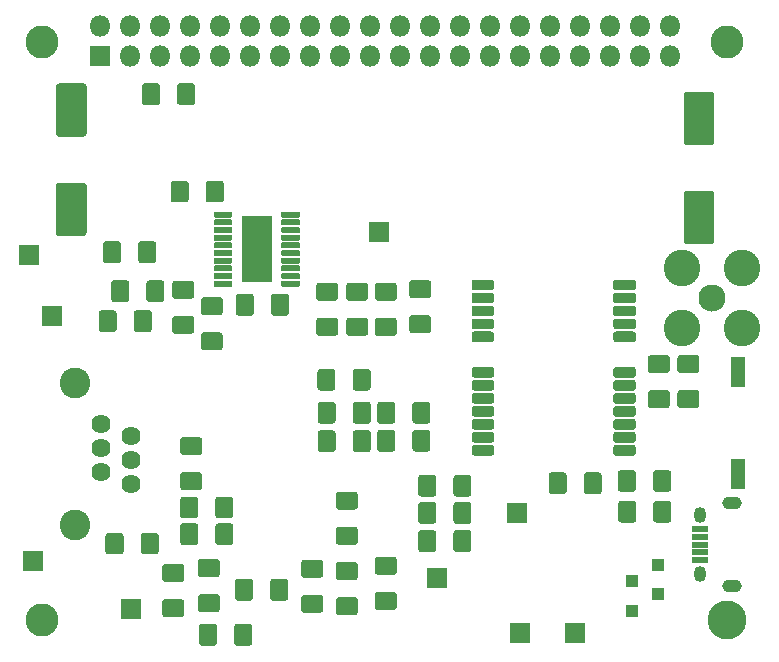
<source format=gbr>
%TF.GenerationSoftware,KiCad,Pcbnew,(5.1.5)-3*%
%TF.CreationDate,2020-11-20T20:43:41+01:00*%
%TF.ProjectId,PCB,5043422e-6b69-4636-9164-5f7063625858,rev?*%
%TF.SameCoordinates,Original*%
%TF.FileFunction,Soldermask,Top*%
%TF.FilePolarity,Negative*%
%FSLAX46Y46*%
G04 Gerber Fmt 4.6, Leading zero omitted, Abs format (unit mm)*
G04 Created by KiCad (PCBNEW (5.1.5)-3) date 2020-11-20 20:43:41*
%MOMM*%
%LPD*%
G04 APERTURE LIST*
%ADD10C,2.300000*%
%ADD11C,3.100000*%
%ADD12R,2.600000X5.600000*%
%ADD13C,0.100000*%
%ADD14C,3.300000*%
%ADD15R,1.800000X1.800000*%
%ADD16C,2.800000*%
%ADD17O,1.800000X1.800000*%
%ADD18C,2.600000*%
%ADD19C,1.624000*%
%ADD20R,1.220000X2.540000*%
%ADD21O,1.650000X1.100000*%
%ADD22O,1.050000X1.350000*%
%ADD23R,1.450000X0.500000*%
%ADD24R,1.100000X1.100000*%
G04 APERTURE END LIST*
D10*
%TO.C,AE1*%
X126335560Y-139554160D03*
D11*
X128875560Y-142094160D03*
X123795560Y-142094160D03*
X128875560Y-137014160D03*
X123795560Y-137014160D03*
%TD*%
D12*
%TO.C,U3*%
X87757000Y-135357000D03*
D13*
G36*
X85569252Y-132207602D02*
G01*
X85581386Y-132209402D01*
X85593286Y-132212382D01*
X85604835Y-132216515D01*
X85615925Y-132221760D01*
X85626446Y-132228066D01*
X85636299Y-132235374D01*
X85645388Y-132243612D01*
X85653626Y-132252701D01*
X85660934Y-132262554D01*
X85667240Y-132273075D01*
X85672485Y-132284165D01*
X85676618Y-132295714D01*
X85679598Y-132307614D01*
X85681398Y-132319748D01*
X85682000Y-132332000D01*
X85682000Y-132582000D01*
X85681398Y-132594252D01*
X85679598Y-132606386D01*
X85676618Y-132618286D01*
X85672485Y-132629835D01*
X85667240Y-132640925D01*
X85660934Y-132651446D01*
X85653626Y-132661299D01*
X85645388Y-132670388D01*
X85636299Y-132678626D01*
X85626446Y-132685934D01*
X85615925Y-132692240D01*
X85604835Y-132697485D01*
X85593286Y-132701618D01*
X85581386Y-132704598D01*
X85569252Y-132706398D01*
X85557000Y-132707000D01*
X84232000Y-132707000D01*
X84219748Y-132706398D01*
X84207614Y-132704598D01*
X84195714Y-132701618D01*
X84184165Y-132697485D01*
X84173075Y-132692240D01*
X84162554Y-132685934D01*
X84152701Y-132678626D01*
X84143612Y-132670388D01*
X84135374Y-132661299D01*
X84128066Y-132651446D01*
X84121760Y-132640925D01*
X84116515Y-132629835D01*
X84112382Y-132618286D01*
X84109402Y-132606386D01*
X84107602Y-132594252D01*
X84107000Y-132582000D01*
X84107000Y-132332000D01*
X84107602Y-132319748D01*
X84109402Y-132307614D01*
X84112382Y-132295714D01*
X84116515Y-132284165D01*
X84121760Y-132273075D01*
X84128066Y-132262554D01*
X84135374Y-132252701D01*
X84143612Y-132243612D01*
X84152701Y-132235374D01*
X84162554Y-132228066D01*
X84173075Y-132221760D01*
X84184165Y-132216515D01*
X84195714Y-132212382D01*
X84207614Y-132209402D01*
X84219748Y-132207602D01*
X84232000Y-132207000D01*
X85557000Y-132207000D01*
X85569252Y-132207602D01*
G37*
G36*
X85569252Y-132857602D02*
G01*
X85581386Y-132859402D01*
X85593286Y-132862382D01*
X85604835Y-132866515D01*
X85615925Y-132871760D01*
X85626446Y-132878066D01*
X85636299Y-132885374D01*
X85645388Y-132893612D01*
X85653626Y-132902701D01*
X85660934Y-132912554D01*
X85667240Y-132923075D01*
X85672485Y-132934165D01*
X85676618Y-132945714D01*
X85679598Y-132957614D01*
X85681398Y-132969748D01*
X85682000Y-132982000D01*
X85682000Y-133232000D01*
X85681398Y-133244252D01*
X85679598Y-133256386D01*
X85676618Y-133268286D01*
X85672485Y-133279835D01*
X85667240Y-133290925D01*
X85660934Y-133301446D01*
X85653626Y-133311299D01*
X85645388Y-133320388D01*
X85636299Y-133328626D01*
X85626446Y-133335934D01*
X85615925Y-133342240D01*
X85604835Y-133347485D01*
X85593286Y-133351618D01*
X85581386Y-133354598D01*
X85569252Y-133356398D01*
X85557000Y-133357000D01*
X84232000Y-133357000D01*
X84219748Y-133356398D01*
X84207614Y-133354598D01*
X84195714Y-133351618D01*
X84184165Y-133347485D01*
X84173075Y-133342240D01*
X84162554Y-133335934D01*
X84152701Y-133328626D01*
X84143612Y-133320388D01*
X84135374Y-133311299D01*
X84128066Y-133301446D01*
X84121760Y-133290925D01*
X84116515Y-133279835D01*
X84112382Y-133268286D01*
X84109402Y-133256386D01*
X84107602Y-133244252D01*
X84107000Y-133232000D01*
X84107000Y-132982000D01*
X84107602Y-132969748D01*
X84109402Y-132957614D01*
X84112382Y-132945714D01*
X84116515Y-132934165D01*
X84121760Y-132923075D01*
X84128066Y-132912554D01*
X84135374Y-132902701D01*
X84143612Y-132893612D01*
X84152701Y-132885374D01*
X84162554Y-132878066D01*
X84173075Y-132871760D01*
X84184165Y-132866515D01*
X84195714Y-132862382D01*
X84207614Y-132859402D01*
X84219748Y-132857602D01*
X84232000Y-132857000D01*
X85557000Y-132857000D01*
X85569252Y-132857602D01*
G37*
G36*
X85569252Y-133507602D02*
G01*
X85581386Y-133509402D01*
X85593286Y-133512382D01*
X85604835Y-133516515D01*
X85615925Y-133521760D01*
X85626446Y-133528066D01*
X85636299Y-133535374D01*
X85645388Y-133543612D01*
X85653626Y-133552701D01*
X85660934Y-133562554D01*
X85667240Y-133573075D01*
X85672485Y-133584165D01*
X85676618Y-133595714D01*
X85679598Y-133607614D01*
X85681398Y-133619748D01*
X85682000Y-133632000D01*
X85682000Y-133882000D01*
X85681398Y-133894252D01*
X85679598Y-133906386D01*
X85676618Y-133918286D01*
X85672485Y-133929835D01*
X85667240Y-133940925D01*
X85660934Y-133951446D01*
X85653626Y-133961299D01*
X85645388Y-133970388D01*
X85636299Y-133978626D01*
X85626446Y-133985934D01*
X85615925Y-133992240D01*
X85604835Y-133997485D01*
X85593286Y-134001618D01*
X85581386Y-134004598D01*
X85569252Y-134006398D01*
X85557000Y-134007000D01*
X84232000Y-134007000D01*
X84219748Y-134006398D01*
X84207614Y-134004598D01*
X84195714Y-134001618D01*
X84184165Y-133997485D01*
X84173075Y-133992240D01*
X84162554Y-133985934D01*
X84152701Y-133978626D01*
X84143612Y-133970388D01*
X84135374Y-133961299D01*
X84128066Y-133951446D01*
X84121760Y-133940925D01*
X84116515Y-133929835D01*
X84112382Y-133918286D01*
X84109402Y-133906386D01*
X84107602Y-133894252D01*
X84107000Y-133882000D01*
X84107000Y-133632000D01*
X84107602Y-133619748D01*
X84109402Y-133607614D01*
X84112382Y-133595714D01*
X84116515Y-133584165D01*
X84121760Y-133573075D01*
X84128066Y-133562554D01*
X84135374Y-133552701D01*
X84143612Y-133543612D01*
X84152701Y-133535374D01*
X84162554Y-133528066D01*
X84173075Y-133521760D01*
X84184165Y-133516515D01*
X84195714Y-133512382D01*
X84207614Y-133509402D01*
X84219748Y-133507602D01*
X84232000Y-133507000D01*
X85557000Y-133507000D01*
X85569252Y-133507602D01*
G37*
G36*
X85569252Y-134157602D02*
G01*
X85581386Y-134159402D01*
X85593286Y-134162382D01*
X85604835Y-134166515D01*
X85615925Y-134171760D01*
X85626446Y-134178066D01*
X85636299Y-134185374D01*
X85645388Y-134193612D01*
X85653626Y-134202701D01*
X85660934Y-134212554D01*
X85667240Y-134223075D01*
X85672485Y-134234165D01*
X85676618Y-134245714D01*
X85679598Y-134257614D01*
X85681398Y-134269748D01*
X85682000Y-134282000D01*
X85682000Y-134532000D01*
X85681398Y-134544252D01*
X85679598Y-134556386D01*
X85676618Y-134568286D01*
X85672485Y-134579835D01*
X85667240Y-134590925D01*
X85660934Y-134601446D01*
X85653626Y-134611299D01*
X85645388Y-134620388D01*
X85636299Y-134628626D01*
X85626446Y-134635934D01*
X85615925Y-134642240D01*
X85604835Y-134647485D01*
X85593286Y-134651618D01*
X85581386Y-134654598D01*
X85569252Y-134656398D01*
X85557000Y-134657000D01*
X84232000Y-134657000D01*
X84219748Y-134656398D01*
X84207614Y-134654598D01*
X84195714Y-134651618D01*
X84184165Y-134647485D01*
X84173075Y-134642240D01*
X84162554Y-134635934D01*
X84152701Y-134628626D01*
X84143612Y-134620388D01*
X84135374Y-134611299D01*
X84128066Y-134601446D01*
X84121760Y-134590925D01*
X84116515Y-134579835D01*
X84112382Y-134568286D01*
X84109402Y-134556386D01*
X84107602Y-134544252D01*
X84107000Y-134532000D01*
X84107000Y-134282000D01*
X84107602Y-134269748D01*
X84109402Y-134257614D01*
X84112382Y-134245714D01*
X84116515Y-134234165D01*
X84121760Y-134223075D01*
X84128066Y-134212554D01*
X84135374Y-134202701D01*
X84143612Y-134193612D01*
X84152701Y-134185374D01*
X84162554Y-134178066D01*
X84173075Y-134171760D01*
X84184165Y-134166515D01*
X84195714Y-134162382D01*
X84207614Y-134159402D01*
X84219748Y-134157602D01*
X84232000Y-134157000D01*
X85557000Y-134157000D01*
X85569252Y-134157602D01*
G37*
G36*
X85569252Y-134807602D02*
G01*
X85581386Y-134809402D01*
X85593286Y-134812382D01*
X85604835Y-134816515D01*
X85615925Y-134821760D01*
X85626446Y-134828066D01*
X85636299Y-134835374D01*
X85645388Y-134843612D01*
X85653626Y-134852701D01*
X85660934Y-134862554D01*
X85667240Y-134873075D01*
X85672485Y-134884165D01*
X85676618Y-134895714D01*
X85679598Y-134907614D01*
X85681398Y-134919748D01*
X85682000Y-134932000D01*
X85682000Y-135182000D01*
X85681398Y-135194252D01*
X85679598Y-135206386D01*
X85676618Y-135218286D01*
X85672485Y-135229835D01*
X85667240Y-135240925D01*
X85660934Y-135251446D01*
X85653626Y-135261299D01*
X85645388Y-135270388D01*
X85636299Y-135278626D01*
X85626446Y-135285934D01*
X85615925Y-135292240D01*
X85604835Y-135297485D01*
X85593286Y-135301618D01*
X85581386Y-135304598D01*
X85569252Y-135306398D01*
X85557000Y-135307000D01*
X84232000Y-135307000D01*
X84219748Y-135306398D01*
X84207614Y-135304598D01*
X84195714Y-135301618D01*
X84184165Y-135297485D01*
X84173075Y-135292240D01*
X84162554Y-135285934D01*
X84152701Y-135278626D01*
X84143612Y-135270388D01*
X84135374Y-135261299D01*
X84128066Y-135251446D01*
X84121760Y-135240925D01*
X84116515Y-135229835D01*
X84112382Y-135218286D01*
X84109402Y-135206386D01*
X84107602Y-135194252D01*
X84107000Y-135182000D01*
X84107000Y-134932000D01*
X84107602Y-134919748D01*
X84109402Y-134907614D01*
X84112382Y-134895714D01*
X84116515Y-134884165D01*
X84121760Y-134873075D01*
X84128066Y-134862554D01*
X84135374Y-134852701D01*
X84143612Y-134843612D01*
X84152701Y-134835374D01*
X84162554Y-134828066D01*
X84173075Y-134821760D01*
X84184165Y-134816515D01*
X84195714Y-134812382D01*
X84207614Y-134809402D01*
X84219748Y-134807602D01*
X84232000Y-134807000D01*
X85557000Y-134807000D01*
X85569252Y-134807602D01*
G37*
G36*
X85569252Y-135457602D02*
G01*
X85581386Y-135459402D01*
X85593286Y-135462382D01*
X85604835Y-135466515D01*
X85615925Y-135471760D01*
X85626446Y-135478066D01*
X85636299Y-135485374D01*
X85645388Y-135493612D01*
X85653626Y-135502701D01*
X85660934Y-135512554D01*
X85667240Y-135523075D01*
X85672485Y-135534165D01*
X85676618Y-135545714D01*
X85679598Y-135557614D01*
X85681398Y-135569748D01*
X85682000Y-135582000D01*
X85682000Y-135832000D01*
X85681398Y-135844252D01*
X85679598Y-135856386D01*
X85676618Y-135868286D01*
X85672485Y-135879835D01*
X85667240Y-135890925D01*
X85660934Y-135901446D01*
X85653626Y-135911299D01*
X85645388Y-135920388D01*
X85636299Y-135928626D01*
X85626446Y-135935934D01*
X85615925Y-135942240D01*
X85604835Y-135947485D01*
X85593286Y-135951618D01*
X85581386Y-135954598D01*
X85569252Y-135956398D01*
X85557000Y-135957000D01*
X84232000Y-135957000D01*
X84219748Y-135956398D01*
X84207614Y-135954598D01*
X84195714Y-135951618D01*
X84184165Y-135947485D01*
X84173075Y-135942240D01*
X84162554Y-135935934D01*
X84152701Y-135928626D01*
X84143612Y-135920388D01*
X84135374Y-135911299D01*
X84128066Y-135901446D01*
X84121760Y-135890925D01*
X84116515Y-135879835D01*
X84112382Y-135868286D01*
X84109402Y-135856386D01*
X84107602Y-135844252D01*
X84107000Y-135832000D01*
X84107000Y-135582000D01*
X84107602Y-135569748D01*
X84109402Y-135557614D01*
X84112382Y-135545714D01*
X84116515Y-135534165D01*
X84121760Y-135523075D01*
X84128066Y-135512554D01*
X84135374Y-135502701D01*
X84143612Y-135493612D01*
X84152701Y-135485374D01*
X84162554Y-135478066D01*
X84173075Y-135471760D01*
X84184165Y-135466515D01*
X84195714Y-135462382D01*
X84207614Y-135459402D01*
X84219748Y-135457602D01*
X84232000Y-135457000D01*
X85557000Y-135457000D01*
X85569252Y-135457602D01*
G37*
G36*
X85569252Y-136107602D02*
G01*
X85581386Y-136109402D01*
X85593286Y-136112382D01*
X85604835Y-136116515D01*
X85615925Y-136121760D01*
X85626446Y-136128066D01*
X85636299Y-136135374D01*
X85645388Y-136143612D01*
X85653626Y-136152701D01*
X85660934Y-136162554D01*
X85667240Y-136173075D01*
X85672485Y-136184165D01*
X85676618Y-136195714D01*
X85679598Y-136207614D01*
X85681398Y-136219748D01*
X85682000Y-136232000D01*
X85682000Y-136482000D01*
X85681398Y-136494252D01*
X85679598Y-136506386D01*
X85676618Y-136518286D01*
X85672485Y-136529835D01*
X85667240Y-136540925D01*
X85660934Y-136551446D01*
X85653626Y-136561299D01*
X85645388Y-136570388D01*
X85636299Y-136578626D01*
X85626446Y-136585934D01*
X85615925Y-136592240D01*
X85604835Y-136597485D01*
X85593286Y-136601618D01*
X85581386Y-136604598D01*
X85569252Y-136606398D01*
X85557000Y-136607000D01*
X84232000Y-136607000D01*
X84219748Y-136606398D01*
X84207614Y-136604598D01*
X84195714Y-136601618D01*
X84184165Y-136597485D01*
X84173075Y-136592240D01*
X84162554Y-136585934D01*
X84152701Y-136578626D01*
X84143612Y-136570388D01*
X84135374Y-136561299D01*
X84128066Y-136551446D01*
X84121760Y-136540925D01*
X84116515Y-136529835D01*
X84112382Y-136518286D01*
X84109402Y-136506386D01*
X84107602Y-136494252D01*
X84107000Y-136482000D01*
X84107000Y-136232000D01*
X84107602Y-136219748D01*
X84109402Y-136207614D01*
X84112382Y-136195714D01*
X84116515Y-136184165D01*
X84121760Y-136173075D01*
X84128066Y-136162554D01*
X84135374Y-136152701D01*
X84143612Y-136143612D01*
X84152701Y-136135374D01*
X84162554Y-136128066D01*
X84173075Y-136121760D01*
X84184165Y-136116515D01*
X84195714Y-136112382D01*
X84207614Y-136109402D01*
X84219748Y-136107602D01*
X84232000Y-136107000D01*
X85557000Y-136107000D01*
X85569252Y-136107602D01*
G37*
G36*
X85569252Y-136757602D02*
G01*
X85581386Y-136759402D01*
X85593286Y-136762382D01*
X85604835Y-136766515D01*
X85615925Y-136771760D01*
X85626446Y-136778066D01*
X85636299Y-136785374D01*
X85645388Y-136793612D01*
X85653626Y-136802701D01*
X85660934Y-136812554D01*
X85667240Y-136823075D01*
X85672485Y-136834165D01*
X85676618Y-136845714D01*
X85679598Y-136857614D01*
X85681398Y-136869748D01*
X85682000Y-136882000D01*
X85682000Y-137132000D01*
X85681398Y-137144252D01*
X85679598Y-137156386D01*
X85676618Y-137168286D01*
X85672485Y-137179835D01*
X85667240Y-137190925D01*
X85660934Y-137201446D01*
X85653626Y-137211299D01*
X85645388Y-137220388D01*
X85636299Y-137228626D01*
X85626446Y-137235934D01*
X85615925Y-137242240D01*
X85604835Y-137247485D01*
X85593286Y-137251618D01*
X85581386Y-137254598D01*
X85569252Y-137256398D01*
X85557000Y-137257000D01*
X84232000Y-137257000D01*
X84219748Y-137256398D01*
X84207614Y-137254598D01*
X84195714Y-137251618D01*
X84184165Y-137247485D01*
X84173075Y-137242240D01*
X84162554Y-137235934D01*
X84152701Y-137228626D01*
X84143612Y-137220388D01*
X84135374Y-137211299D01*
X84128066Y-137201446D01*
X84121760Y-137190925D01*
X84116515Y-137179835D01*
X84112382Y-137168286D01*
X84109402Y-137156386D01*
X84107602Y-137144252D01*
X84107000Y-137132000D01*
X84107000Y-136882000D01*
X84107602Y-136869748D01*
X84109402Y-136857614D01*
X84112382Y-136845714D01*
X84116515Y-136834165D01*
X84121760Y-136823075D01*
X84128066Y-136812554D01*
X84135374Y-136802701D01*
X84143612Y-136793612D01*
X84152701Y-136785374D01*
X84162554Y-136778066D01*
X84173075Y-136771760D01*
X84184165Y-136766515D01*
X84195714Y-136762382D01*
X84207614Y-136759402D01*
X84219748Y-136757602D01*
X84232000Y-136757000D01*
X85557000Y-136757000D01*
X85569252Y-136757602D01*
G37*
G36*
X85569252Y-137407602D02*
G01*
X85581386Y-137409402D01*
X85593286Y-137412382D01*
X85604835Y-137416515D01*
X85615925Y-137421760D01*
X85626446Y-137428066D01*
X85636299Y-137435374D01*
X85645388Y-137443612D01*
X85653626Y-137452701D01*
X85660934Y-137462554D01*
X85667240Y-137473075D01*
X85672485Y-137484165D01*
X85676618Y-137495714D01*
X85679598Y-137507614D01*
X85681398Y-137519748D01*
X85682000Y-137532000D01*
X85682000Y-137782000D01*
X85681398Y-137794252D01*
X85679598Y-137806386D01*
X85676618Y-137818286D01*
X85672485Y-137829835D01*
X85667240Y-137840925D01*
X85660934Y-137851446D01*
X85653626Y-137861299D01*
X85645388Y-137870388D01*
X85636299Y-137878626D01*
X85626446Y-137885934D01*
X85615925Y-137892240D01*
X85604835Y-137897485D01*
X85593286Y-137901618D01*
X85581386Y-137904598D01*
X85569252Y-137906398D01*
X85557000Y-137907000D01*
X84232000Y-137907000D01*
X84219748Y-137906398D01*
X84207614Y-137904598D01*
X84195714Y-137901618D01*
X84184165Y-137897485D01*
X84173075Y-137892240D01*
X84162554Y-137885934D01*
X84152701Y-137878626D01*
X84143612Y-137870388D01*
X84135374Y-137861299D01*
X84128066Y-137851446D01*
X84121760Y-137840925D01*
X84116515Y-137829835D01*
X84112382Y-137818286D01*
X84109402Y-137806386D01*
X84107602Y-137794252D01*
X84107000Y-137782000D01*
X84107000Y-137532000D01*
X84107602Y-137519748D01*
X84109402Y-137507614D01*
X84112382Y-137495714D01*
X84116515Y-137484165D01*
X84121760Y-137473075D01*
X84128066Y-137462554D01*
X84135374Y-137452701D01*
X84143612Y-137443612D01*
X84152701Y-137435374D01*
X84162554Y-137428066D01*
X84173075Y-137421760D01*
X84184165Y-137416515D01*
X84195714Y-137412382D01*
X84207614Y-137409402D01*
X84219748Y-137407602D01*
X84232000Y-137407000D01*
X85557000Y-137407000D01*
X85569252Y-137407602D01*
G37*
G36*
X85569252Y-138057602D02*
G01*
X85581386Y-138059402D01*
X85593286Y-138062382D01*
X85604835Y-138066515D01*
X85615925Y-138071760D01*
X85626446Y-138078066D01*
X85636299Y-138085374D01*
X85645388Y-138093612D01*
X85653626Y-138102701D01*
X85660934Y-138112554D01*
X85667240Y-138123075D01*
X85672485Y-138134165D01*
X85676618Y-138145714D01*
X85679598Y-138157614D01*
X85681398Y-138169748D01*
X85682000Y-138182000D01*
X85682000Y-138432000D01*
X85681398Y-138444252D01*
X85679598Y-138456386D01*
X85676618Y-138468286D01*
X85672485Y-138479835D01*
X85667240Y-138490925D01*
X85660934Y-138501446D01*
X85653626Y-138511299D01*
X85645388Y-138520388D01*
X85636299Y-138528626D01*
X85626446Y-138535934D01*
X85615925Y-138542240D01*
X85604835Y-138547485D01*
X85593286Y-138551618D01*
X85581386Y-138554598D01*
X85569252Y-138556398D01*
X85557000Y-138557000D01*
X84232000Y-138557000D01*
X84219748Y-138556398D01*
X84207614Y-138554598D01*
X84195714Y-138551618D01*
X84184165Y-138547485D01*
X84173075Y-138542240D01*
X84162554Y-138535934D01*
X84152701Y-138528626D01*
X84143612Y-138520388D01*
X84135374Y-138511299D01*
X84128066Y-138501446D01*
X84121760Y-138490925D01*
X84116515Y-138479835D01*
X84112382Y-138468286D01*
X84109402Y-138456386D01*
X84107602Y-138444252D01*
X84107000Y-138432000D01*
X84107000Y-138182000D01*
X84107602Y-138169748D01*
X84109402Y-138157614D01*
X84112382Y-138145714D01*
X84116515Y-138134165D01*
X84121760Y-138123075D01*
X84128066Y-138112554D01*
X84135374Y-138102701D01*
X84143612Y-138093612D01*
X84152701Y-138085374D01*
X84162554Y-138078066D01*
X84173075Y-138071760D01*
X84184165Y-138066515D01*
X84195714Y-138062382D01*
X84207614Y-138059402D01*
X84219748Y-138057602D01*
X84232000Y-138057000D01*
X85557000Y-138057000D01*
X85569252Y-138057602D01*
G37*
G36*
X91294252Y-138057602D02*
G01*
X91306386Y-138059402D01*
X91318286Y-138062382D01*
X91329835Y-138066515D01*
X91340925Y-138071760D01*
X91351446Y-138078066D01*
X91361299Y-138085374D01*
X91370388Y-138093612D01*
X91378626Y-138102701D01*
X91385934Y-138112554D01*
X91392240Y-138123075D01*
X91397485Y-138134165D01*
X91401618Y-138145714D01*
X91404598Y-138157614D01*
X91406398Y-138169748D01*
X91407000Y-138182000D01*
X91407000Y-138432000D01*
X91406398Y-138444252D01*
X91404598Y-138456386D01*
X91401618Y-138468286D01*
X91397485Y-138479835D01*
X91392240Y-138490925D01*
X91385934Y-138501446D01*
X91378626Y-138511299D01*
X91370388Y-138520388D01*
X91361299Y-138528626D01*
X91351446Y-138535934D01*
X91340925Y-138542240D01*
X91329835Y-138547485D01*
X91318286Y-138551618D01*
X91306386Y-138554598D01*
X91294252Y-138556398D01*
X91282000Y-138557000D01*
X89957000Y-138557000D01*
X89944748Y-138556398D01*
X89932614Y-138554598D01*
X89920714Y-138551618D01*
X89909165Y-138547485D01*
X89898075Y-138542240D01*
X89887554Y-138535934D01*
X89877701Y-138528626D01*
X89868612Y-138520388D01*
X89860374Y-138511299D01*
X89853066Y-138501446D01*
X89846760Y-138490925D01*
X89841515Y-138479835D01*
X89837382Y-138468286D01*
X89834402Y-138456386D01*
X89832602Y-138444252D01*
X89832000Y-138432000D01*
X89832000Y-138182000D01*
X89832602Y-138169748D01*
X89834402Y-138157614D01*
X89837382Y-138145714D01*
X89841515Y-138134165D01*
X89846760Y-138123075D01*
X89853066Y-138112554D01*
X89860374Y-138102701D01*
X89868612Y-138093612D01*
X89877701Y-138085374D01*
X89887554Y-138078066D01*
X89898075Y-138071760D01*
X89909165Y-138066515D01*
X89920714Y-138062382D01*
X89932614Y-138059402D01*
X89944748Y-138057602D01*
X89957000Y-138057000D01*
X91282000Y-138057000D01*
X91294252Y-138057602D01*
G37*
G36*
X91294252Y-137407602D02*
G01*
X91306386Y-137409402D01*
X91318286Y-137412382D01*
X91329835Y-137416515D01*
X91340925Y-137421760D01*
X91351446Y-137428066D01*
X91361299Y-137435374D01*
X91370388Y-137443612D01*
X91378626Y-137452701D01*
X91385934Y-137462554D01*
X91392240Y-137473075D01*
X91397485Y-137484165D01*
X91401618Y-137495714D01*
X91404598Y-137507614D01*
X91406398Y-137519748D01*
X91407000Y-137532000D01*
X91407000Y-137782000D01*
X91406398Y-137794252D01*
X91404598Y-137806386D01*
X91401618Y-137818286D01*
X91397485Y-137829835D01*
X91392240Y-137840925D01*
X91385934Y-137851446D01*
X91378626Y-137861299D01*
X91370388Y-137870388D01*
X91361299Y-137878626D01*
X91351446Y-137885934D01*
X91340925Y-137892240D01*
X91329835Y-137897485D01*
X91318286Y-137901618D01*
X91306386Y-137904598D01*
X91294252Y-137906398D01*
X91282000Y-137907000D01*
X89957000Y-137907000D01*
X89944748Y-137906398D01*
X89932614Y-137904598D01*
X89920714Y-137901618D01*
X89909165Y-137897485D01*
X89898075Y-137892240D01*
X89887554Y-137885934D01*
X89877701Y-137878626D01*
X89868612Y-137870388D01*
X89860374Y-137861299D01*
X89853066Y-137851446D01*
X89846760Y-137840925D01*
X89841515Y-137829835D01*
X89837382Y-137818286D01*
X89834402Y-137806386D01*
X89832602Y-137794252D01*
X89832000Y-137782000D01*
X89832000Y-137532000D01*
X89832602Y-137519748D01*
X89834402Y-137507614D01*
X89837382Y-137495714D01*
X89841515Y-137484165D01*
X89846760Y-137473075D01*
X89853066Y-137462554D01*
X89860374Y-137452701D01*
X89868612Y-137443612D01*
X89877701Y-137435374D01*
X89887554Y-137428066D01*
X89898075Y-137421760D01*
X89909165Y-137416515D01*
X89920714Y-137412382D01*
X89932614Y-137409402D01*
X89944748Y-137407602D01*
X89957000Y-137407000D01*
X91282000Y-137407000D01*
X91294252Y-137407602D01*
G37*
G36*
X91294252Y-136757602D02*
G01*
X91306386Y-136759402D01*
X91318286Y-136762382D01*
X91329835Y-136766515D01*
X91340925Y-136771760D01*
X91351446Y-136778066D01*
X91361299Y-136785374D01*
X91370388Y-136793612D01*
X91378626Y-136802701D01*
X91385934Y-136812554D01*
X91392240Y-136823075D01*
X91397485Y-136834165D01*
X91401618Y-136845714D01*
X91404598Y-136857614D01*
X91406398Y-136869748D01*
X91407000Y-136882000D01*
X91407000Y-137132000D01*
X91406398Y-137144252D01*
X91404598Y-137156386D01*
X91401618Y-137168286D01*
X91397485Y-137179835D01*
X91392240Y-137190925D01*
X91385934Y-137201446D01*
X91378626Y-137211299D01*
X91370388Y-137220388D01*
X91361299Y-137228626D01*
X91351446Y-137235934D01*
X91340925Y-137242240D01*
X91329835Y-137247485D01*
X91318286Y-137251618D01*
X91306386Y-137254598D01*
X91294252Y-137256398D01*
X91282000Y-137257000D01*
X89957000Y-137257000D01*
X89944748Y-137256398D01*
X89932614Y-137254598D01*
X89920714Y-137251618D01*
X89909165Y-137247485D01*
X89898075Y-137242240D01*
X89887554Y-137235934D01*
X89877701Y-137228626D01*
X89868612Y-137220388D01*
X89860374Y-137211299D01*
X89853066Y-137201446D01*
X89846760Y-137190925D01*
X89841515Y-137179835D01*
X89837382Y-137168286D01*
X89834402Y-137156386D01*
X89832602Y-137144252D01*
X89832000Y-137132000D01*
X89832000Y-136882000D01*
X89832602Y-136869748D01*
X89834402Y-136857614D01*
X89837382Y-136845714D01*
X89841515Y-136834165D01*
X89846760Y-136823075D01*
X89853066Y-136812554D01*
X89860374Y-136802701D01*
X89868612Y-136793612D01*
X89877701Y-136785374D01*
X89887554Y-136778066D01*
X89898075Y-136771760D01*
X89909165Y-136766515D01*
X89920714Y-136762382D01*
X89932614Y-136759402D01*
X89944748Y-136757602D01*
X89957000Y-136757000D01*
X91282000Y-136757000D01*
X91294252Y-136757602D01*
G37*
G36*
X91294252Y-136107602D02*
G01*
X91306386Y-136109402D01*
X91318286Y-136112382D01*
X91329835Y-136116515D01*
X91340925Y-136121760D01*
X91351446Y-136128066D01*
X91361299Y-136135374D01*
X91370388Y-136143612D01*
X91378626Y-136152701D01*
X91385934Y-136162554D01*
X91392240Y-136173075D01*
X91397485Y-136184165D01*
X91401618Y-136195714D01*
X91404598Y-136207614D01*
X91406398Y-136219748D01*
X91407000Y-136232000D01*
X91407000Y-136482000D01*
X91406398Y-136494252D01*
X91404598Y-136506386D01*
X91401618Y-136518286D01*
X91397485Y-136529835D01*
X91392240Y-136540925D01*
X91385934Y-136551446D01*
X91378626Y-136561299D01*
X91370388Y-136570388D01*
X91361299Y-136578626D01*
X91351446Y-136585934D01*
X91340925Y-136592240D01*
X91329835Y-136597485D01*
X91318286Y-136601618D01*
X91306386Y-136604598D01*
X91294252Y-136606398D01*
X91282000Y-136607000D01*
X89957000Y-136607000D01*
X89944748Y-136606398D01*
X89932614Y-136604598D01*
X89920714Y-136601618D01*
X89909165Y-136597485D01*
X89898075Y-136592240D01*
X89887554Y-136585934D01*
X89877701Y-136578626D01*
X89868612Y-136570388D01*
X89860374Y-136561299D01*
X89853066Y-136551446D01*
X89846760Y-136540925D01*
X89841515Y-136529835D01*
X89837382Y-136518286D01*
X89834402Y-136506386D01*
X89832602Y-136494252D01*
X89832000Y-136482000D01*
X89832000Y-136232000D01*
X89832602Y-136219748D01*
X89834402Y-136207614D01*
X89837382Y-136195714D01*
X89841515Y-136184165D01*
X89846760Y-136173075D01*
X89853066Y-136162554D01*
X89860374Y-136152701D01*
X89868612Y-136143612D01*
X89877701Y-136135374D01*
X89887554Y-136128066D01*
X89898075Y-136121760D01*
X89909165Y-136116515D01*
X89920714Y-136112382D01*
X89932614Y-136109402D01*
X89944748Y-136107602D01*
X89957000Y-136107000D01*
X91282000Y-136107000D01*
X91294252Y-136107602D01*
G37*
G36*
X91294252Y-135457602D02*
G01*
X91306386Y-135459402D01*
X91318286Y-135462382D01*
X91329835Y-135466515D01*
X91340925Y-135471760D01*
X91351446Y-135478066D01*
X91361299Y-135485374D01*
X91370388Y-135493612D01*
X91378626Y-135502701D01*
X91385934Y-135512554D01*
X91392240Y-135523075D01*
X91397485Y-135534165D01*
X91401618Y-135545714D01*
X91404598Y-135557614D01*
X91406398Y-135569748D01*
X91407000Y-135582000D01*
X91407000Y-135832000D01*
X91406398Y-135844252D01*
X91404598Y-135856386D01*
X91401618Y-135868286D01*
X91397485Y-135879835D01*
X91392240Y-135890925D01*
X91385934Y-135901446D01*
X91378626Y-135911299D01*
X91370388Y-135920388D01*
X91361299Y-135928626D01*
X91351446Y-135935934D01*
X91340925Y-135942240D01*
X91329835Y-135947485D01*
X91318286Y-135951618D01*
X91306386Y-135954598D01*
X91294252Y-135956398D01*
X91282000Y-135957000D01*
X89957000Y-135957000D01*
X89944748Y-135956398D01*
X89932614Y-135954598D01*
X89920714Y-135951618D01*
X89909165Y-135947485D01*
X89898075Y-135942240D01*
X89887554Y-135935934D01*
X89877701Y-135928626D01*
X89868612Y-135920388D01*
X89860374Y-135911299D01*
X89853066Y-135901446D01*
X89846760Y-135890925D01*
X89841515Y-135879835D01*
X89837382Y-135868286D01*
X89834402Y-135856386D01*
X89832602Y-135844252D01*
X89832000Y-135832000D01*
X89832000Y-135582000D01*
X89832602Y-135569748D01*
X89834402Y-135557614D01*
X89837382Y-135545714D01*
X89841515Y-135534165D01*
X89846760Y-135523075D01*
X89853066Y-135512554D01*
X89860374Y-135502701D01*
X89868612Y-135493612D01*
X89877701Y-135485374D01*
X89887554Y-135478066D01*
X89898075Y-135471760D01*
X89909165Y-135466515D01*
X89920714Y-135462382D01*
X89932614Y-135459402D01*
X89944748Y-135457602D01*
X89957000Y-135457000D01*
X91282000Y-135457000D01*
X91294252Y-135457602D01*
G37*
G36*
X91294252Y-134807602D02*
G01*
X91306386Y-134809402D01*
X91318286Y-134812382D01*
X91329835Y-134816515D01*
X91340925Y-134821760D01*
X91351446Y-134828066D01*
X91361299Y-134835374D01*
X91370388Y-134843612D01*
X91378626Y-134852701D01*
X91385934Y-134862554D01*
X91392240Y-134873075D01*
X91397485Y-134884165D01*
X91401618Y-134895714D01*
X91404598Y-134907614D01*
X91406398Y-134919748D01*
X91407000Y-134932000D01*
X91407000Y-135182000D01*
X91406398Y-135194252D01*
X91404598Y-135206386D01*
X91401618Y-135218286D01*
X91397485Y-135229835D01*
X91392240Y-135240925D01*
X91385934Y-135251446D01*
X91378626Y-135261299D01*
X91370388Y-135270388D01*
X91361299Y-135278626D01*
X91351446Y-135285934D01*
X91340925Y-135292240D01*
X91329835Y-135297485D01*
X91318286Y-135301618D01*
X91306386Y-135304598D01*
X91294252Y-135306398D01*
X91282000Y-135307000D01*
X89957000Y-135307000D01*
X89944748Y-135306398D01*
X89932614Y-135304598D01*
X89920714Y-135301618D01*
X89909165Y-135297485D01*
X89898075Y-135292240D01*
X89887554Y-135285934D01*
X89877701Y-135278626D01*
X89868612Y-135270388D01*
X89860374Y-135261299D01*
X89853066Y-135251446D01*
X89846760Y-135240925D01*
X89841515Y-135229835D01*
X89837382Y-135218286D01*
X89834402Y-135206386D01*
X89832602Y-135194252D01*
X89832000Y-135182000D01*
X89832000Y-134932000D01*
X89832602Y-134919748D01*
X89834402Y-134907614D01*
X89837382Y-134895714D01*
X89841515Y-134884165D01*
X89846760Y-134873075D01*
X89853066Y-134862554D01*
X89860374Y-134852701D01*
X89868612Y-134843612D01*
X89877701Y-134835374D01*
X89887554Y-134828066D01*
X89898075Y-134821760D01*
X89909165Y-134816515D01*
X89920714Y-134812382D01*
X89932614Y-134809402D01*
X89944748Y-134807602D01*
X89957000Y-134807000D01*
X91282000Y-134807000D01*
X91294252Y-134807602D01*
G37*
G36*
X91294252Y-134157602D02*
G01*
X91306386Y-134159402D01*
X91318286Y-134162382D01*
X91329835Y-134166515D01*
X91340925Y-134171760D01*
X91351446Y-134178066D01*
X91361299Y-134185374D01*
X91370388Y-134193612D01*
X91378626Y-134202701D01*
X91385934Y-134212554D01*
X91392240Y-134223075D01*
X91397485Y-134234165D01*
X91401618Y-134245714D01*
X91404598Y-134257614D01*
X91406398Y-134269748D01*
X91407000Y-134282000D01*
X91407000Y-134532000D01*
X91406398Y-134544252D01*
X91404598Y-134556386D01*
X91401618Y-134568286D01*
X91397485Y-134579835D01*
X91392240Y-134590925D01*
X91385934Y-134601446D01*
X91378626Y-134611299D01*
X91370388Y-134620388D01*
X91361299Y-134628626D01*
X91351446Y-134635934D01*
X91340925Y-134642240D01*
X91329835Y-134647485D01*
X91318286Y-134651618D01*
X91306386Y-134654598D01*
X91294252Y-134656398D01*
X91282000Y-134657000D01*
X89957000Y-134657000D01*
X89944748Y-134656398D01*
X89932614Y-134654598D01*
X89920714Y-134651618D01*
X89909165Y-134647485D01*
X89898075Y-134642240D01*
X89887554Y-134635934D01*
X89877701Y-134628626D01*
X89868612Y-134620388D01*
X89860374Y-134611299D01*
X89853066Y-134601446D01*
X89846760Y-134590925D01*
X89841515Y-134579835D01*
X89837382Y-134568286D01*
X89834402Y-134556386D01*
X89832602Y-134544252D01*
X89832000Y-134532000D01*
X89832000Y-134282000D01*
X89832602Y-134269748D01*
X89834402Y-134257614D01*
X89837382Y-134245714D01*
X89841515Y-134234165D01*
X89846760Y-134223075D01*
X89853066Y-134212554D01*
X89860374Y-134202701D01*
X89868612Y-134193612D01*
X89877701Y-134185374D01*
X89887554Y-134178066D01*
X89898075Y-134171760D01*
X89909165Y-134166515D01*
X89920714Y-134162382D01*
X89932614Y-134159402D01*
X89944748Y-134157602D01*
X89957000Y-134157000D01*
X91282000Y-134157000D01*
X91294252Y-134157602D01*
G37*
G36*
X91294252Y-133507602D02*
G01*
X91306386Y-133509402D01*
X91318286Y-133512382D01*
X91329835Y-133516515D01*
X91340925Y-133521760D01*
X91351446Y-133528066D01*
X91361299Y-133535374D01*
X91370388Y-133543612D01*
X91378626Y-133552701D01*
X91385934Y-133562554D01*
X91392240Y-133573075D01*
X91397485Y-133584165D01*
X91401618Y-133595714D01*
X91404598Y-133607614D01*
X91406398Y-133619748D01*
X91407000Y-133632000D01*
X91407000Y-133882000D01*
X91406398Y-133894252D01*
X91404598Y-133906386D01*
X91401618Y-133918286D01*
X91397485Y-133929835D01*
X91392240Y-133940925D01*
X91385934Y-133951446D01*
X91378626Y-133961299D01*
X91370388Y-133970388D01*
X91361299Y-133978626D01*
X91351446Y-133985934D01*
X91340925Y-133992240D01*
X91329835Y-133997485D01*
X91318286Y-134001618D01*
X91306386Y-134004598D01*
X91294252Y-134006398D01*
X91282000Y-134007000D01*
X89957000Y-134007000D01*
X89944748Y-134006398D01*
X89932614Y-134004598D01*
X89920714Y-134001618D01*
X89909165Y-133997485D01*
X89898075Y-133992240D01*
X89887554Y-133985934D01*
X89877701Y-133978626D01*
X89868612Y-133970388D01*
X89860374Y-133961299D01*
X89853066Y-133951446D01*
X89846760Y-133940925D01*
X89841515Y-133929835D01*
X89837382Y-133918286D01*
X89834402Y-133906386D01*
X89832602Y-133894252D01*
X89832000Y-133882000D01*
X89832000Y-133632000D01*
X89832602Y-133619748D01*
X89834402Y-133607614D01*
X89837382Y-133595714D01*
X89841515Y-133584165D01*
X89846760Y-133573075D01*
X89853066Y-133562554D01*
X89860374Y-133552701D01*
X89868612Y-133543612D01*
X89877701Y-133535374D01*
X89887554Y-133528066D01*
X89898075Y-133521760D01*
X89909165Y-133516515D01*
X89920714Y-133512382D01*
X89932614Y-133509402D01*
X89944748Y-133507602D01*
X89957000Y-133507000D01*
X91282000Y-133507000D01*
X91294252Y-133507602D01*
G37*
G36*
X91294252Y-132857602D02*
G01*
X91306386Y-132859402D01*
X91318286Y-132862382D01*
X91329835Y-132866515D01*
X91340925Y-132871760D01*
X91351446Y-132878066D01*
X91361299Y-132885374D01*
X91370388Y-132893612D01*
X91378626Y-132902701D01*
X91385934Y-132912554D01*
X91392240Y-132923075D01*
X91397485Y-132934165D01*
X91401618Y-132945714D01*
X91404598Y-132957614D01*
X91406398Y-132969748D01*
X91407000Y-132982000D01*
X91407000Y-133232000D01*
X91406398Y-133244252D01*
X91404598Y-133256386D01*
X91401618Y-133268286D01*
X91397485Y-133279835D01*
X91392240Y-133290925D01*
X91385934Y-133301446D01*
X91378626Y-133311299D01*
X91370388Y-133320388D01*
X91361299Y-133328626D01*
X91351446Y-133335934D01*
X91340925Y-133342240D01*
X91329835Y-133347485D01*
X91318286Y-133351618D01*
X91306386Y-133354598D01*
X91294252Y-133356398D01*
X91282000Y-133357000D01*
X89957000Y-133357000D01*
X89944748Y-133356398D01*
X89932614Y-133354598D01*
X89920714Y-133351618D01*
X89909165Y-133347485D01*
X89898075Y-133342240D01*
X89887554Y-133335934D01*
X89877701Y-133328626D01*
X89868612Y-133320388D01*
X89860374Y-133311299D01*
X89853066Y-133301446D01*
X89846760Y-133290925D01*
X89841515Y-133279835D01*
X89837382Y-133268286D01*
X89834402Y-133256386D01*
X89832602Y-133244252D01*
X89832000Y-133232000D01*
X89832000Y-132982000D01*
X89832602Y-132969748D01*
X89834402Y-132957614D01*
X89837382Y-132945714D01*
X89841515Y-132934165D01*
X89846760Y-132923075D01*
X89853066Y-132912554D01*
X89860374Y-132902701D01*
X89868612Y-132893612D01*
X89877701Y-132885374D01*
X89887554Y-132878066D01*
X89898075Y-132871760D01*
X89909165Y-132866515D01*
X89920714Y-132862382D01*
X89932614Y-132859402D01*
X89944748Y-132857602D01*
X89957000Y-132857000D01*
X91282000Y-132857000D01*
X91294252Y-132857602D01*
G37*
G36*
X91294252Y-132207602D02*
G01*
X91306386Y-132209402D01*
X91318286Y-132212382D01*
X91329835Y-132216515D01*
X91340925Y-132221760D01*
X91351446Y-132228066D01*
X91361299Y-132235374D01*
X91370388Y-132243612D01*
X91378626Y-132252701D01*
X91385934Y-132262554D01*
X91392240Y-132273075D01*
X91397485Y-132284165D01*
X91401618Y-132295714D01*
X91404598Y-132307614D01*
X91406398Y-132319748D01*
X91407000Y-132332000D01*
X91407000Y-132582000D01*
X91406398Y-132594252D01*
X91404598Y-132606386D01*
X91401618Y-132618286D01*
X91397485Y-132629835D01*
X91392240Y-132640925D01*
X91385934Y-132651446D01*
X91378626Y-132661299D01*
X91370388Y-132670388D01*
X91361299Y-132678626D01*
X91351446Y-132685934D01*
X91340925Y-132692240D01*
X91329835Y-132697485D01*
X91318286Y-132701618D01*
X91306386Y-132704598D01*
X91294252Y-132706398D01*
X91282000Y-132707000D01*
X89957000Y-132707000D01*
X89944748Y-132706398D01*
X89932614Y-132704598D01*
X89920714Y-132701618D01*
X89909165Y-132697485D01*
X89898075Y-132692240D01*
X89887554Y-132685934D01*
X89877701Y-132678626D01*
X89868612Y-132670388D01*
X89860374Y-132661299D01*
X89853066Y-132651446D01*
X89846760Y-132640925D01*
X89841515Y-132629835D01*
X89837382Y-132618286D01*
X89834402Y-132606386D01*
X89832602Y-132594252D01*
X89832000Y-132582000D01*
X89832000Y-132332000D01*
X89832602Y-132319748D01*
X89834402Y-132307614D01*
X89837382Y-132295714D01*
X89841515Y-132284165D01*
X89846760Y-132273075D01*
X89853066Y-132262554D01*
X89860374Y-132252701D01*
X89868612Y-132243612D01*
X89877701Y-132235374D01*
X89887554Y-132228066D01*
X89898075Y-132221760D01*
X89909165Y-132216515D01*
X89920714Y-132212382D01*
X89932614Y-132209402D01*
X89944748Y-132207602D01*
X89957000Y-132207000D01*
X91282000Y-132207000D01*
X91294252Y-132207602D01*
G37*
%TD*%
D14*
%TO.C,MK4*%
X127600000Y-166800000D03*
%TD*%
D15*
%TO.C,VOUTP*%
X77076300Y-165849300D03*
%TD*%
%TO.C,VOUTN*%
X68795900Y-161785300D03*
%TD*%
%TO.C,GND*%
X114708200Y-167881300D03*
%TD*%
%TO.C,GND*%
X110058200Y-167881300D03*
%TD*%
%TO.C,V_meas*%
X103009700Y-163258500D03*
%TD*%
%TO.C,+10V*%
X98145600Y-133908800D03*
%TD*%
%TO.C,-10V*%
X70446900Y-141071600D03*
%TD*%
%TO.C,+3V3*%
X109778800Y-157695900D03*
%TD*%
%TO.C,+5V*%
X68491100Y-135864600D03*
%TD*%
D16*
%TO.C,MK2*%
X127600000Y-117800000D03*
%TD*%
D17*
%TO.C,J3*%
X122775900Y-116464400D03*
X122775900Y-119004400D03*
X120235900Y-116464400D03*
X120235900Y-119004400D03*
X117695900Y-116464400D03*
X117695900Y-119004400D03*
X115155900Y-116464400D03*
X115155900Y-119004400D03*
X112615900Y-116464400D03*
X112615900Y-119004400D03*
X110075900Y-116464400D03*
X110075900Y-119004400D03*
X107535900Y-116464400D03*
X107535900Y-119004400D03*
X104995900Y-116464400D03*
X104995900Y-119004400D03*
X102455900Y-116464400D03*
X102455900Y-119004400D03*
X99915900Y-116464400D03*
X99915900Y-119004400D03*
X97375900Y-116464400D03*
X97375900Y-119004400D03*
X94835900Y-116464400D03*
X94835900Y-119004400D03*
X92295900Y-116464400D03*
X92295900Y-119004400D03*
X89755900Y-116464400D03*
X89755900Y-119004400D03*
X87215900Y-116464400D03*
X87215900Y-119004400D03*
X84675900Y-116464400D03*
X84675900Y-119004400D03*
X82135900Y-116464400D03*
X82135900Y-119004400D03*
X79595900Y-116464400D03*
X79595900Y-119004400D03*
X77055900Y-116464400D03*
X77055900Y-119004400D03*
X74515900Y-116464400D03*
D15*
X74515900Y-119004400D03*
%TD*%
D13*
%TO.C,R2*%
G36*
X122621180Y-156676288D02*
G01*
X122647151Y-156680141D01*
X122672620Y-156686520D01*
X122697341Y-156695366D01*
X122721075Y-156706591D01*
X122743595Y-156720089D01*
X122764684Y-156735730D01*
X122784138Y-156753362D01*
X122801770Y-156772816D01*
X122817411Y-156793905D01*
X122830909Y-156816425D01*
X122842134Y-156840159D01*
X122850980Y-156864880D01*
X122857359Y-156890349D01*
X122861212Y-156916320D01*
X122862500Y-156942544D01*
X122862500Y-158257456D01*
X122861212Y-158283680D01*
X122857359Y-158309651D01*
X122850980Y-158335120D01*
X122842134Y-158359841D01*
X122830909Y-158383575D01*
X122817411Y-158406095D01*
X122801770Y-158427184D01*
X122784138Y-158446638D01*
X122764684Y-158464270D01*
X122743595Y-158479911D01*
X122721075Y-158493409D01*
X122697341Y-158504634D01*
X122672620Y-158513480D01*
X122647151Y-158519859D01*
X122621180Y-158523712D01*
X122594956Y-158525000D01*
X121605044Y-158525000D01*
X121578820Y-158523712D01*
X121552849Y-158519859D01*
X121527380Y-158513480D01*
X121502659Y-158504634D01*
X121478925Y-158493409D01*
X121456405Y-158479911D01*
X121435316Y-158464270D01*
X121415862Y-158446638D01*
X121398230Y-158427184D01*
X121382589Y-158406095D01*
X121369091Y-158383575D01*
X121357866Y-158359841D01*
X121349020Y-158335120D01*
X121342641Y-158309651D01*
X121338788Y-158283680D01*
X121337500Y-158257456D01*
X121337500Y-156942544D01*
X121338788Y-156916320D01*
X121342641Y-156890349D01*
X121349020Y-156864880D01*
X121357866Y-156840159D01*
X121369091Y-156816425D01*
X121382589Y-156793905D01*
X121398230Y-156772816D01*
X121415862Y-156753362D01*
X121435316Y-156735730D01*
X121456405Y-156720089D01*
X121478925Y-156706591D01*
X121502659Y-156695366D01*
X121527380Y-156686520D01*
X121552849Y-156680141D01*
X121578820Y-156676288D01*
X121605044Y-156675000D01*
X122594956Y-156675000D01*
X122621180Y-156676288D01*
G37*
G36*
X119646180Y-156676288D02*
G01*
X119672151Y-156680141D01*
X119697620Y-156686520D01*
X119722341Y-156695366D01*
X119746075Y-156706591D01*
X119768595Y-156720089D01*
X119789684Y-156735730D01*
X119809138Y-156753362D01*
X119826770Y-156772816D01*
X119842411Y-156793905D01*
X119855909Y-156816425D01*
X119867134Y-156840159D01*
X119875980Y-156864880D01*
X119882359Y-156890349D01*
X119886212Y-156916320D01*
X119887500Y-156942544D01*
X119887500Y-158257456D01*
X119886212Y-158283680D01*
X119882359Y-158309651D01*
X119875980Y-158335120D01*
X119867134Y-158359841D01*
X119855909Y-158383575D01*
X119842411Y-158406095D01*
X119826770Y-158427184D01*
X119809138Y-158446638D01*
X119789684Y-158464270D01*
X119768595Y-158479911D01*
X119746075Y-158493409D01*
X119722341Y-158504634D01*
X119697620Y-158513480D01*
X119672151Y-158519859D01*
X119646180Y-158523712D01*
X119619956Y-158525000D01*
X118630044Y-158525000D01*
X118603820Y-158523712D01*
X118577849Y-158519859D01*
X118552380Y-158513480D01*
X118527659Y-158504634D01*
X118503925Y-158493409D01*
X118481405Y-158479911D01*
X118460316Y-158464270D01*
X118440862Y-158446638D01*
X118423230Y-158427184D01*
X118407589Y-158406095D01*
X118394091Y-158383575D01*
X118382866Y-158359841D01*
X118374020Y-158335120D01*
X118367641Y-158309651D01*
X118363788Y-158283680D01*
X118362500Y-158257456D01*
X118362500Y-156942544D01*
X118363788Y-156916320D01*
X118367641Y-156890349D01*
X118374020Y-156864880D01*
X118382866Y-156840159D01*
X118394091Y-156816425D01*
X118407589Y-156793905D01*
X118423230Y-156772816D01*
X118440862Y-156753362D01*
X118460316Y-156735730D01*
X118481405Y-156720089D01*
X118503925Y-156706591D01*
X118527659Y-156695366D01*
X118552380Y-156686520D01*
X118577849Y-156680141D01*
X118603820Y-156676288D01*
X118630044Y-156675000D01*
X119619956Y-156675000D01*
X119646180Y-156676288D01*
G37*
%TD*%
D18*
%TO.C,J2*%
X72331700Y-158699200D03*
X72331700Y-146699200D03*
D19*
X74566700Y-154229200D03*
X74566700Y-152189200D03*
X74566700Y-150149200D03*
X77106700Y-155249200D03*
X77106700Y-153209200D03*
X77106700Y-151169200D03*
%TD*%
D13*
%TO.C,C14*%
G36*
X126265484Y-130451252D02*
G01*
X126290723Y-130454996D01*
X126315474Y-130461196D01*
X126339498Y-130469791D01*
X126362563Y-130480700D01*
X126384448Y-130493818D01*
X126404942Y-130509017D01*
X126423848Y-130526152D01*
X126440983Y-130545058D01*
X126456182Y-130565552D01*
X126469300Y-130587437D01*
X126480209Y-130610502D01*
X126488804Y-130634526D01*
X126495004Y-130659277D01*
X126498748Y-130684516D01*
X126500000Y-130710000D01*
X126500000Y-134690000D01*
X126498748Y-134715484D01*
X126495004Y-134740723D01*
X126488804Y-134765474D01*
X126480209Y-134789498D01*
X126469300Y-134812563D01*
X126456182Y-134834448D01*
X126440983Y-134854942D01*
X126423848Y-134873848D01*
X126404942Y-134890983D01*
X126384448Y-134906182D01*
X126362563Y-134919300D01*
X126339498Y-134930209D01*
X126315474Y-134938804D01*
X126290723Y-134945004D01*
X126265484Y-134948748D01*
X126240000Y-134950000D01*
X124160000Y-134950000D01*
X124134516Y-134948748D01*
X124109277Y-134945004D01*
X124084526Y-134938804D01*
X124060502Y-134930209D01*
X124037437Y-134919300D01*
X124015552Y-134906182D01*
X123995058Y-134890983D01*
X123976152Y-134873848D01*
X123959017Y-134854942D01*
X123943818Y-134834448D01*
X123930700Y-134812563D01*
X123919791Y-134789498D01*
X123911196Y-134765474D01*
X123904996Y-134740723D01*
X123901252Y-134715484D01*
X123900000Y-134690000D01*
X123900000Y-130710000D01*
X123901252Y-130684516D01*
X123904996Y-130659277D01*
X123911196Y-130634526D01*
X123919791Y-130610502D01*
X123930700Y-130587437D01*
X123943818Y-130565552D01*
X123959017Y-130545058D01*
X123976152Y-130526152D01*
X123995058Y-130509017D01*
X124015552Y-130493818D01*
X124037437Y-130480700D01*
X124060502Y-130469791D01*
X124084526Y-130461196D01*
X124109277Y-130454996D01*
X124134516Y-130451252D01*
X124160000Y-130450000D01*
X126240000Y-130450000D01*
X126265484Y-130451252D01*
G37*
G36*
X126265484Y-122051252D02*
G01*
X126290723Y-122054996D01*
X126315474Y-122061196D01*
X126339498Y-122069791D01*
X126362563Y-122080700D01*
X126384448Y-122093818D01*
X126404942Y-122109017D01*
X126423848Y-122126152D01*
X126440983Y-122145058D01*
X126456182Y-122165552D01*
X126469300Y-122187437D01*
X126480209Y-122210502D01*
X126488804Y-122234526D01*
X126495004Y-122259277D01*
X126498748Y-122284516D01*
X126500000Y-122310000D01*
X126500000Y-126290000D01*
X126498748Y-126315484D01*
X126495004Y-126340723D01*
X126488804Y-126365474D01*
X126480209Y-126389498D01*
X126469300Y-126412563D01*
X126456182Y-126434448D01*
X126440983Y-126454942D01*
X126423848Y-126473848D01*
X126404942Y-126490983D01*
X126384448Y-126506182D01*
X126362563Y-126519300D01*
X126339498Y-126530209D01*
X126315474Y-126538804D01*
X126290723Y-126545004D01*
X126265484Y-126548748D01*
X126240000Y-126550000D01*
X124160000Y-126550000D01*
X124134516Y-126548748D01*
X124109277Y-126545004D01*
X124084526Y-126538804D01*
X124060502Y-126530209D01*
X124037437Y-126519300D01*
X124015552Y-126506182D01*
X123995058Y-126490983D01*
X123976152Y-126473848D01*
X123959017Y-126454942D01*
X123943818Y-126434448D01*
X123930700Y-126412563D01*
X123919791Y-126389498D01*
X123911196Y-126365474D01*
X123904996Y-126340723D01*
X123901252Y-126315484D01*
X123900000Y-126290000D01*
X123900000Y-122310000D01*
X123901252Y-122284516D01*
X123904996Y-122259277D01*
X123911196Y-122234526D01*
X123919791Y-122210502D01*
X123930700Y-122187437D01*
X123943818Y-122165552D01*
X123959017Y-122145058D01*
X123976152Y-122126152D01*
X123995058Y-122109017D01*
X124015552Y-122093818D01*
X124037437Y-122080700D01*
X124060502Y-122069791D01*
X124084526Y-122061196D01*
X124109277Y-122054996D01*
X124134516Y-122051252D01*
X124160000Y-122050000D01*
X126240000Y-122050000D01*
X126265484Y-122051252D01*
G37*
%TD*%
%TO.C,C3*%
G36*
X73112584Y-129751352D02*
G01*
X73137823Y-129755096D01*
X73162574Y-129761296D01*
X73186598Y-129769891D01*
X73209663Y-129780800D01*
X73231548Y-129793918D01*
X73252042Y-129809117D01*
X73270948Y-129826252D01*
X73288083Y-129845158D01*
X73303282Y-129865652D01*
X73316400Y-129887537D01*
X73327309Y-129910602D01*
X73335904Y-129934626D01*
X73342104Y-129959377D01*
X73345848Y-129984616D01*
X73347100Y-130010100D01*
X73347100Y-133990100D01*
X73345848Y-134015584D01*
X73342104Y-134040823D01*
X73335904Y-134065574D01*
X73327309Y-134089598D01*
X73316400Y-134112663D01*
X73303282Y-134134548D01*
X73288083Y-134155042D01*
X73270948Y-134173948D01*
X73252042Y-134191083D01*
X73231548Y-134206282D01*
X73209663Y-134219400D01*
X73186598Y-134230309D01*
X73162574Y-134238904D01*
X73137823Y-134245104D01*
X73112584Y-134248848D01*
X73087100Y-134250100D01*
X71007100Y-134250100D01*
X70981616Y-134248848D01*
X70956377Y-134245104D01*
X70931626Y-134238904D01*
X70907602Y-134230309D01*
X70884537Y-134219400D01*
X70862652Y-134206282D01*
X70842158Y-134191083D01*
X70823252Y-134173948D01*
X70806117Y-134155042D01*
X70790918Y-134134548D01*
X70777800Y-134112663D01*
X70766891Y-134089598D01*
X70758296Y-134065574D01*
X70752096Y-134040823D01*
X70748352Y-134015584D01*
X70747100Y-133990100D01*
X70747100Y-130010100D01*
X70748352Y-129984616D01*
X70752096Y-129959377D01*
X70758296Y-129934626D01*
X70766891Y-129910602D01*
X70777800Y-129887537D01*
X70790918Y-129865652D01*
X70806117Y-129845158D01*
X70823252Y-129826252D01*
X70842158Y-129809117D01*
X70862652Y-129793918D01*
X70884537Y-129780800D01*
X70907602Y-129769891D01*
X70931626Y-129761296D01*
X70956377Y-129755096D01*
X70981616Y-129751352D01*
X71007100Y-129750100D01*
X73087100Y-129750100D01*
X73112584Y-129751352D01*
G37*
G36*
X73112584Y-121351352D02*
G01*
X73137823Y-121355096D01*
X73162574Y-121361296D01*
X73186598Y-121369891D01*
X73209663Y-121380800D01*
X73231548Y-121393918D01*
X73252042Y-121409117D01*
X73270948Y-121426252D01*
X73288083Y-121445158D01*
X73303282Y-121465652D01*
X73316400Y-121487537D01*
X73327309Y-121510602D01*
X73335904Y-121534626D01*
X73342104Y-121559377D01*
X73345848Y-121584616D01*
X73347100Y-121610100D01*
X73347100Y-125590100D01*
X73345848Y-125615584D01*
X73342104Y-125640823D01*
X73335904Y-125665574D01*
X73327309Y-125689598D01*
X73316400Y-125712663D01*
X73303282Y-125734548D01*
X73288083Y-125755042D01*
X73270948Y-125773948D01*
X73252042Y-125791083D01*
X73231548Y-125806282D01*
X73209663Y-125819400D01*
X73186598Y-125830309D01*
X73162574Y-125838904D01*
X73137823Y-125845104D01*
X73112584Y-125848848D01*
X73087100Y-125850100D01*
X71007100Y-125850100D01*
X70981616Y-125848848D01*
X70956377Y-125845104D01*
X70931626Y-125838904D01*
X70907602Y-125830309D01*
X70884537Y-125819400D01*
X70862652Y-125806282D01*
X70842158Y-125791083D01*
X70823252Y-125773948D01*
X70806117Y-125755042D01*
X70790918Y-125734548D01*
X70777800Y-125712663D01*
X70766891Y-125689598D01*
X70758296Y-125665574D01*
X70752096Y-125640823D01*
X70748352Y-125615584D01*
X70747100Y-125590100D01*
X70747100Y-121610100D01*
X70748352Y-121584616D01*
X70752096Y-121559377D01*
X70758296Y-121534626D01*
X70766891Y-121510602D01*
X70777800Y-121487537D01*
X70790918Y-121465652D01*
X70806117Y-121445158D01*
X70823252Y-121426252D01*
X70842158Y-121409117D01*
X70862652Y-121393918D01*
X70884537Y-121380800D01*
X70907602Y-121369891D01*
X70931626Y-121361296D01*
X70956377Y-121355096D01*
X70981616Y-121351352D01*
X71007100Y-121350100D01*
X73087100Y-121350100D01*
X73112584Y-121351352D01*
G37*
%TD*%
D16*
%TO.C,MK1*%
X69600000Y-117800000D03*
%TD*%
%TO.C,MK3*%
X69600000Y-166800000D03*
%TD*%
D13*
%TO.C,U1*%
G36*
X107647054Y-151951083D02*
G01*
X107668895Y-151954323D01*
X107690314Y-151959688D01*
X107711104Y-151967127D01*
X107731064Y-151976568D01*
X107750003Y-151987919D01*
X107767738Y-152001073D01*
X107784099Y-152015901D01*
X107798927Y-152032262D01*
X107812081Y-152049997D01*
X107823432Y-152068936D01*
X107832873Y-152088896D01*
X107840312Y-152109686D01*
X107845677Y-152131105D01*
X107848917Y-152152946D01*
X107850000Y-152175000D01*
X107850000Y-152625000D01*
X107848917Y-152647054D01*
X107845677Y-152668895D01*
X107840312Y-152690314D01*
X107832873Y-152711104D01*
X107823432Y-152731064D01*
X107812081Y-152750003D01*
X107798927Y-152767738D01*
X107784099Y-152784099D01*
X107767738Y-152798927D01*
X107750003Y-152812081D01*
X107731064Y-152823432D01*
X107711104Y-152832873D01*
X107690314Y-152840312D01*
X107668895Y-152845677D01*
X107647054Y-152848917D01*
X107625000Y-152850000D01*
X106175000Y-152850000D01*
X106152946Y-152848917D01*
X106131105Y-152845677D01*
X106109686Y-152840312D01*
X106088896Y-152832873D01*
X106068936Y-152823432D01*
X106049997Y-152812081D01*
X106032262Y-152798927D01*
X106015901Y-152784099D01*
X106001073Y-152767738D01*
X105987919Y-152750003D01*
X105976568Y-152731064D01*
X105967127Y-152711104D01*
X105959688Y-152690314D01*
X105954323Y-152668895D01*
X105951083Y-152647054D01*
X105950000Y-152625000D01*
X105950000Y-152175000D01*
X105951083Y-152152946D01*
X105954323Y-152131105D01*
X105959688Y-152109686D01*
X105967127Y-152088896D01*
X105976568Y-152068936D01*
X105987919Y-152049997D01*
X106001073Y-152032262D01*
X106015901Y-152015901D01*
X106032262Y-152001073D01*
X106049997Y-151987919D01*
X106068936Y-151976568D01*
X106088896Y-151967127D01*
X106109686Y-151959688D01*
X106131105Y-151954323D01*
X106152946Y-151951083D01*
X106175000Y-151950000D01*
X107625000Y-151950000D01*
X107647054Y-151951083D01*
G37*
G36*
X107647054Y-150851083D02*
G01*
X107668895Y-150854323D01*
X107690314Y-150859688D01*
X107711104Y-150867127D01*
X107731064Y-150876568D01*
X107750003Y-150887919D01*
X107767738Y-150901073D01*
X107784099Y-150915901D01*
X107798927Y-150932262D01*
X107812081Y-150949997D01*
X107823432Y-150968936D01*
X107832873Y-150988896D01*
X107840312Y-151009686D01*
X107845677Y-151031105D01*
X107848917Y-151052946D01*
X107850000Y-151075000D01*
X107850000Y-151525000D01*
X107848917Y-151547054D01*
X107845677Y-151568895D01*
X107840312Y-151590314D01*
X107832873Y-151611104D01*
X107823432Y-151631064D01*
X107812081Y-151650003D01*
X107798927Y-151667738D01*
X107784099Y-151684099D01*
X107767738Y-151698927D01*
X107750003Y-151712081D01*
X107731064Y-151723432D01*
X107711104Y-151732873D01*
X107690314Y-151740312D01*
X107668895Y-151745677D01*
X107647054Y-151748917D01*
X107625000Y-151750000D01*
X106175000Y-151750000D01*
X106152946Y-151748917D01*
X106131105Y-151745677D01*
X106109686Y-151740312D01*
X106088896Y-151732873D01*
X106068936Y-151723432D01*
X106049997Y-151712081D01*
X106032262Y-151698927D01*
X106015901Y-151684099D01*
X106001073Y-151667738D01*
X105987919Y-151650003D01*
X105976568Y-151631064D01*
X105967127Y-151611104D01*
X105959688Y-151590314D01*
X105954323Y-151568895D01*
X105951083Y-151547054D01*
X105950000Y-151525000D01*
X105950000Y-151075000D01*
X105951083Y-151052946D01*
X105954323Y-151031105D01*
X105959688Y-151009686D01*
X105967127Y-150988896D01*
X105976568Y-150968936D01*
X105987919Y-150949997D01*
X106001073Y-150932262D01*
X106015901Y-150915901D01*
X106032262Y-150901073D01*
X106049997Y-150887919D01*
X106068936Y-150876568D01*
X106088896Y-150867127D01*
X106109686Y-150859688D01*
X106131105Y-150854323D01*
X106152946Y-150851083D01*
X106175000Y-150850000D01*
X107625000Y-150850000D01*
X107647054Y-150851083D01*
G37*
G36*
X107647054Y-149751083D02*
G01*
X107668895Y-149754323D01*
X107690314Y-149759688D01*
X107711104Y-149767127D01*
X107731064Y-149776568D01*
X107750003Y-149787919D01*
X107767738Y-149801073D01*
X107784099Y-149815901D01*
X107798927Y-149832262D01*
X107812081Y-149849997D01*
X107823432Y-149868936D01*
X107832873Y-149888896D01*
X107840312Y-149909686D01*
X107845677Y-149931105D01*
X107848917Y-149952946D01*
X107850000Y-149975000D01*
X107850000Y-150425000D01*
X107848917Y-150447054D01*
X107845677Y-150468895D01*
X107840312Y-150490314D01*
X107832873Y-150511104D01*
X107823432Y-150531064D01*
X107812081Y-150550003D01*
X107798927Y-150567738D01*
X107784099Y-150584099D01*
X107767738Y-150598927D01*
X107750003Y-150612081D01*
X107731064Y-150623432D01*
X107711104Y-150632873D01*
X107690314Y-150640312D01*
X107668895Y-150645677D01*
X107647054Y-150648917D01*
X107625000Y-150650000D01*
X106175000Y-150650000D01*
X106152946Y-150648917D01*
X106131105Y-150645677D01*
X106109686Y-150640312D01*
X106088896Y-150632873D01*
X106068936Y-150623432D01*
X106049997Y-150612081D01*
X106032262Y-150598927D01*
X106015901Y-150584099D01*
X106001073Y-150567738D01*
X105987919Y-150550003D01*
X105976568Y-150531064D01*
X105967127Y-150511104D01*
X105959688Y-150490314D01*
X105954323Y-150468895D01*
X105951083Y-150447054D01*
X105950000Y-150425000D01*
X105950000Y-149975000D01*
X105951083Y-149952946D01*
X105954323Y-149931105D01*
X105959688Y-149909686D01*
X105967127Y-149888896D01*
X105976568Y-149868936D01*
X105987919Y-149849997D01*
X106001073Y-149832262D01*
X106015901Y-149815901D01*
X106032262Y-149801073D01*
X106049997Y-149787919D01*
X106068936Y-149776568D01*
X106088896Y-149767127D01*
X106109686Y-149759688D01*
X106131105Y-149754323D01*
X106152946Y-149751083D01*
X106175000Y-149750000D01*
X107625000Y-149750000D01*
X107647054Y-149751083D01*
G37*
G36*
X107647054Y-148651083D02*
G01*
X107668895Y-148654323D01*
X107690314Y-148659688D01*
X107711104Y-148667127D01*
X107731064Y-148676568D01*
X107750003Y-148687919D01*
X107767738Y-148701073D01*
X107784099Y-148715901D01*
X107798927Y-148732262D01*
X107812081Y-148749997D01*
X107823432Y-148768936D01*
X107832873Y-148788896D01*
X107840312Y-148809686D01*
X107845677Y-148831105D01*
X107848917Y-148852946D01*
X107850000Y-148875000D01*
X107850000Y-149325000D01*
X107848917Y-149347054D01*
X107845677Y-149368895D01*
X107840312Y-149390314D01*
X107832873Y-149411104D01*
X107823432Y-149431064D01*
X107812081Y-149450003D01*
X107798927Y-149467738D01*
X107784099Y-149484099D01*
X107767738Y-149498927D01*
X107750003Y-149512081D01*
X107731064Y-149523432D01*
X107711104Y-149532873D01*
X107690314Y-149540312D01*
X107668895Y-149545677D01*
X107647054Y-149548917D01*
X107625000Y-149550000D01*
X106175000Y-149550000D01*
X106152946Y-149548917D01*
X106131105Y-149545677D01*
X106109686Y-149540312D01*
X106088896Y-149532873D01*
X106068936Y-149523432D01*
X106049997Y-149512081D01*
X106032262Y-149498927D01*
X106015901Y-149484099D01*
X106001073Y-149467738D01*
X105987919Y-149450003D01*
X105976568Y-149431064D01*
X105967127Y-149411104D01*
X105959688Y-149390314D01*
X105954323Y-149368895D01*
X105951083Y-149347054D01*
X105950000Y-149325000D01*
X105950000Y-148875000D01*
X105951083Y-148852946D01*
X105954323Y-148831105D01*
X105959688Y-148809686D01*
X105967127Y-148788896D01*
X105976568Y-148768936D01*
X105987919Y-148749997D01*
X106001073Y-148732262D01*
X106015901Y-148715901D01*
X106032262Y-148701073D01*
X106049997Y-148687919D01*
X106068936Y-148676568D01*
X106088896Y-148667127D01*
X106109686Y-148659688D01*
X106131105Y-148654323D01*
X106152946Y-148651083D01*
X106175000Y-148650000D01*
X107625000Y-148650000D01*
X107647054Y-148651083D01*
G37*
G36*
X107647054Y-147551083D02*
G01*
X107668895Y-147554323D01*
X107690314Y-147559688D01*
X107711104Y-147567127D01*
X107731064Y-147576568D01*
X107750003Y-147587919D01*
X107767738Y-147601073D01*
X107784099Y-147615901D01*
X107798927Y-147632262D01*
X107812081Y-147649997D01*
X107823432Y-147668936D01*
X107832873Y-147688896D01*
X107840312Y-147709686D01*
X107845677Y-147731105D01*
X107848917Y-147752946D01*
X107850000Y-147775000D01*
X107850000Y-148225000D01*
X107848917Y-148247054D01*
X107845677Y-148268895D01*
X107840312Y-148290314D01*
X107832873Y-148311104D01*
X107823432Y-148331064D01*
X107812081Y-148350003D01*
X107798927Y-148367738D01*
X107784099Y-148384099D01*
X107767738Y-148398927D01*
X107750003Y-148412081D01*
X107731064Y-148423432D01*
X107711104Y-148432873D01*
X107690314Y-148440312D01*
X107668895Y-148445677D01*
X107647054Y-148448917D01*
X107625000Y-148450000D01*
X106175000Y-148450000D01*
X106152946Y-148448917D01*
X106131105Y-148445677D01*
X106109686Y-148440312D01*
X106088896Y-148432873D01*
X106068936Y-148423432D01*
X106049997Y-148412081D01*
X106032262Y-148398927D01*
X106015901Y-148384099D01*
X106001073Y-148367738D01*
X105987919Y-148350003D01*
X105976568Y-148331064D01*
X105967127Y-148311104D01*
X105959688Y-148290314D01*
X105954323Y-148268895D01*
X105951083Y-148247054D01*
X105950000Y-148225000D01*
X105950000Y-147775000D01*
X105951083Y-147752946D01*
X105954323Y-147731105D01*
X105959688Y-147709686D01*
X105967127Y-147688896D01*
X105976568Y-147668936D01*
X105987919Y-147649997D01*
X106001073Y-147632262D01*
X106015901Y-147615901D01*
X106032262Y-147601073D01*
X106049997Y-147587919D01*
X106068936Y-147576568D01*
X106088896Y-147567127D01*
X106109686Y-147559688D01*
X106131105Y-147554323D01*
X106152946Y-147551083D01*
X106175000Y-147550000D01*
X107625000Y-147550000D01*
X107647054Y-147551083D01*
G37*
G36*
X107647054Y-146451083D02*
G01*
X107668895Y-146454323D01*
X107690314Y-146459688D01*
X107711104Y-146467127D01*
X107731064Y-146476568D01*
X107750003Y-146487919D01*
X107767738Y-146501073D01*
X107784099Y-146515901D01*
X107798927Y-146532262D01*
X107812081Y-146549997D01*
X107823432Y-146568936D01*
X107832873Y-146588896D01*
X107840312Y-146609686D01*
X107845677Y-146631105D01*
X107848917Y-146652946D01*
X107850000Y-146675000D01*
X107850000Y-147125000D01*
X107848917Y-147147054D01*
X107845677Y-147168895D01*
X107840312Y-147190314D01*
X107832873Y-147211104D01*
X107823432Y-147231064D01*
X107812081Y-147250003D01*
X107798927Y-147267738D01*
X107784099Y-147284099D01*
X107767738Y-147298927D01*
X107750003Y-147312081D01*
X107731064Y-147323432D01*
X107711104Y-147332873D01*
X107690314Y-147340312D01*
X107668895Y-147345677D01*
X107647054Y-147348917D01*
X107625000Y-147350000D01*
X106175000Y-147350000D01*
X106152946Y-147348917D01*
X106131105Y-147345677D01*
X106109686Y-147340312D01*
X106088896Y-147332873D01*
X106068936Y-147323432D01*
X106049997Y-147312081D01*
X106032262Y-147298927D01*
X106015901Y-147284099D01*
X106001073Y-147267738D01*
X105987919Y-147250003D01*
X105976568Y-147231064D01*
X105967127Y-147211104D01*
X105959688Y-147190314D01*
X105954323Y-147168895D01*
X105951083Y-147147054D01*
X105950000Y-147125000D01*
X105950000Y-146675000D01*
X105951083Y-146652946D01*
X105954323Y-146631105D01*
X105959688Y-146609686D01*
X105967127Y-146588896D01*
X105976568Y-146568936D01*
X105987919Y-146549997D01*
X106001073Y-146532262D01*
X106015901Y-146515901D01*
X106032262Y-146501073D01*
X106049997Y-146487919D01*
X106068936Y-146476568D01*
X106088896Y-146467127D01*
X106109686Y-146459688D01*
X106131105Y-146454323D01*
X106152946Y-146451083D01*
X106175000Y-146450000D01*
X107625000Y-146450000D01*
X107647054Y-146451083D01*
G37*
G36*
X107647054Y-145351083D02*
G01*
X107668895Y-145354323D01*
X107690314Y-145359688D01*
X107711104Y-145367127D01*
X107731064Y-145376568D01*
X107750003Y-145387919D01*
X107767738Y-145401073D01*
X107784099Y-145415901D01*
X107798927Y-145432262D01*
X107812081Y-145449997D01*
X107823432Y-145468936D01*
X107832873Y-145488896D01*
X107840312Y-145509686D01*
X107845677Y-145531105D01*
X107848917Y-145552946D01*
X107850000Y-145575000D01*
X107850000Y-146025000D01*
X107848917Y-146047054D01*
X107845677Y-146068895D01*
X107840312Y-146090314D01*
X107832873Y-146111104D01*
X107823432Y-146131064D01*
X107812081Y-146150003D01*
X107798927Y-146167738D01*
X107784099Y-146184099D01*
X107767738Y-146198927D01*
X107750003Y-146212081D01*
X107731064Y-146223432D01*
X107711104Y-146232873D01*
X107690314Y-146240312D01*
X107668895Y-146245677D01*
X107647054Y-146248917D01*
X107625000Y-146250000D01*
X106175000Y-146250000D01*
X106152946Y-146248917D01*
X106131105Y-146245677D01*
X106109686Y-146240312D01*
X106088896Y-146232873D01*
X106068936Y-146223432D01*
X106049997Y-146212081D01*
X106032262Y-146198927D01*
X106015901Y-146184099D01*
X106001073Y-146167738D01*
X105987919Y-146150003D01*
X105976568Y-146131064D01*
X105967127Y-146111104D01*
X105959688Y-146090314D01*
X105954323Y-146068895D01*
X105951083Y-146047054D01*
X105950000Y-146025000D01*
X105950000Y-145575000D01*
X105951083Y-145552946D01*
X105954323Y-145531105D01*
X105959688Y-145509686D01*
X105967127Y-145488896D01*
X105976568Y-145468936D01*
X105987919Y-145449997D01*
X106001073Y-145432262D01*
X106015901Y-145415901D01*
X106032262Y-145401073D01*
X106049997Y-145387919D01*
X106068936Y-145376568D01*
X106088896Y-145367127D01*
X106109686Y-145359688D01*
X106131105Y-145354323D01*
X106152946Y-145351083D01*
X106175000Y-145350000D01*
X107625000Y-145350000D01*
X107647054Y-145351083D01*
G37*
G36*
X107647054Y-142351083D02*
G01*
X107668895Y-142354323D01*
X107690314Y-142359688D01*
X107711104Y-142367127D01*
X107731064Y-142376568D01*
X107750003Y-142387919D01*
X107767738Y-142401073D01*
X107784099Y-142415901D01*
X107798927Y-142432262D01*
X107812081Y-142449997D01*
X107823432Y-142468936D01*
X107832873Y-142488896D01*
X107840312Y-142509686D01*
X107845677Y-142531105D01*
X107848917Y-142552946D01*
X107850000Y-142575000D01*
X107850000Y-143025000D01*
X107848917Y-143047054D01*
X107845677Y-143068895D01*
X107840312Y-143090314D01*
X107832873Y-143111104D01*
X107823432Y-143131064D01*
X107812081Y-143150003D01*
X107798927Y-143167738D01*
X107784099Y-143184099D01*
X107767738Y-143198927D01*
X107750003Y-143212081D01*
X107731064Y-143223432D01*
X107711104Y-143232873D01*
X107690314Y-143240312D01*
X107668895Y-143245677D01*
X107647054Y-143248917D01*
X107625000Y-143250000D01*
X106175000Y-143250000D01*
X106152946Y-143248917D01*
X106131105Y-143245677D01*
X106109686Y-143240312D01*
X106088896Y-143232873D01*
X106068936Y-143223432D01*
X106049997Y-143212081D01*
X106032262Y-143198927D01*
X106015901Y-143184099D01*
X106001073Y-143167738D01*
X105987919Y-143150003D01*
X105976568Y-143131064D01*
X105967127Y-143111104D01*
X105959688Y-143090314D01*
X105954323Y-143068895D01*
X105951083Y-143047054D01*
X105950000Y-143025000D01*
X105950000Y-142575000D01*
X105951083Y-142552946D01*
X105954323Y-142531105D01*
X105959688Y-142509686D01*
X105967127Y-142488896D01*
X105976568Y-142468936D01*
X105987919Y-142449997D01*
X106001073Y-142432262D01*
X106015901Y-142415901D01*
X106032262Y-142401073D01*
X106049997Y-142387919D01*
X106068936Y-142376568D01*
X106088896Y-142367127D01*
X106109686Y-142359688D01*
X106131105Y-142354323D01*
X106152946Y-142351083D01*
X106175000Y-142350000D01*
X107625000Y-142350000D01*
X107647054Y-142351083D01*
G37*
G36*
X107647054Y-141251083D02*
G01*
X107668895Y-141254323D01*
X107690314Y-141259688D01*
X107711104Y-141267127D01*
X107731064Y-141276568D01*
X107750003Y-141287919D01*
X107767738Y-141301073D01*
X107784099Y-141315901D01*
X107798927Y-141332262D01*
X107812081Y-141349997D01*
X107823432Y-141368936D01*
X107832873Y-141388896D01*
X107840312Y-141409686D01*
X107845677Y-141431105D01*
X107848917Y-141452946D01*
X107850000Y-141475000D01*
X107850000Y-141925000D01*
X107848917Y-141947054D01*
X107845677Y-141968895D01*
X107840312Y-141990314D01*
X107832873Y-142011104D01*
X107823432Y-142031064D01*
X107812081Y-142050003D01*
X107798927Y-142067738D01*
X107784099Y-142084099D01*
X107767738Y-142098927D01*
X107750003Y-142112081D01*
X107731064Y-142123432D01*
X107711104Y-142132873D01*
X107690314Y-142140312D01*
X107668895Y-142145677D01*
X107647054Y-142148917D01*
X107625000Y-142150000D01*
X106175000Y-142150000D01*
X106152946Y-142148917D01*
X106131105Y-142145677D01*
X106109686Y-142140312D01*
X106088896Y-142132873D01*
X106068936Y-142123432D01*
X106049997Y-142112081D01*
X106032262Y-142098927D01*
X106015901Y-142084099D01*
X106001073Y-142067738D01*
X105987919Y-142050003D01*
X105976568Y-142031064D01*
X105967127Y-142011104D01*
X105959688Y-141990314D01*
X105954323Y-141968895D01*
X105951083Y-141947054D01*
X105950000Y-141925000D01*
X105950000Y-141475000D01*
X105951083Y-141452946D01*
X105954323Y-141431105D01*
X105959688Y-141409686D01*
X105967127Y-141388896D01*
X105976568Y-141368936D01*
X105987919Y-141349997D01*
X106001073Y-141332262D01*
X106015901Y-141315901D01*
X106032262Y-141301073D01*
X106049997Y-141287919D01*
X106068936Y-141276568D01*
X106088896Y-141267127D01*
X106109686Y-141259688D01*
X106131105Y-141254323D01*
X106152946Y-141251083D01*
X106175000Y-141250000D01*
X107625000Y-141250000D01*
X107647054Y-141251083D01*
G37*
G36*
X107647054Y-140151083D02*
G01*
X107668895Y-140154323D01*
X107690314Y-140159688D01*
X107711104Y-140167127D01*
X107731064Y-140176568D01*
X107750003Y-140187919D01*
X107767738Y-140201073D01*
X107784099Y-140215901D01*
X107798927Y-140232262D01*
X107812081Y-140249997D01*
X107823432Y-140268936D01*
X107832873Y-140288896D01*
X107840312Y-140309686D01*
X107845677Y-140331105D01*
X107848917Y-140352946D01*
X107850000Y-140375000D01*
X107850000Y-140825000D01*
X107848917Y-140847054D01*
X107845677Y-140868895D01*
X107840312Y-140890314D01*
X107832873Y-140911104D01*
X107823432Y-140931064D01*
X107812081Y-140950003D01*
X107798927Y-140967738D01*
X107784099Y-140984099D01*
X107767738Y-140998927D01*
X107750003Y-141012081D01*
X107731064Y-141023432D01*
X107711104Y-141032873D01*
X107690314Y-141040312D01*
X107668895Y-141045677D01*
X107647054Y-141048917D01*
X107625000Y-141050000D01*
X106175000Y-141050000D01*
X106152946Y-141048917D01*
X106131105Y-141045677D01*
X106109686Y-141040312D01*
X106088896Y-141032873D01*
X106068936Y-141023432D01*
X106049997Y-141012081D01*
X106032262Y-140998927D01*
X106015901Y-140984099D01*
X106001073Y-140967738D01*
X105987919Y-140950003D01*
X105976568Y-140931064D01*
X105967127Y-140911104D01*
X105959688Y-140890314D01*
X105954323Y-140868895D01*
X105951083Y-140847054D01*
X105950000Y-140825000D01*
X105950000Y-140375000D01*
X105951083Y-140352946D01*
X105954323Y-140331105D01*
X105959688Y-140309686D01*
X105967127Y-140288896D01*
X105976568Y-140268936D01*
X105987919Y-140249997D01*
X106001073Y-140232262D01*
X106015901Y-140215901D01*
X106032262Y-140201073D01*
X106049997Y-140187919D01*
X106068936Y-140176568D01*
X106088896Y-140167127D01*
X106109686Y-140159688D01*
X106131105Y-140154323D01*
X106152946Y-140151083D01*
X106175000Y-140150000D01*
X107625000Y-140150000D01*
X107647054Y-140151083D01*
G37*
G36*
X107647054Y-139051083D02*
G01*
X107668895Y-139054323D01*
X107690314Y-139059688D01*
X107711104Y-139067127D01*
X107731064Y-139076568D01*
X107750003Y-139087919D01*
X107767738Y-139101073D01*
X107784099Y-139115901D01*
X107798927Y-139132262D01*
X107812081Y-139149997D01*
X107823432Y-139168936D01*
X107832873Y-139188896D01*
X107840312Y-139209686D01*
X107845677Y-139231105D01*
X107848917Y-139252946D01*
X107850000Y-139275000D01*
X107850000Y-139725000D01*
X107848917Y-139747054D01*
X107845677Y-139768895D01*
X107840312Y-139790314D01*
X107832873Y-139811104D01*
X107823432Y-139831064D01*
X107812081Y-139850003D01*
X107798927Y-139867738D01*
X107784099Y-139884099D01*
X107767738Y-139898927D01*
X107750003Y-139912081D01*
X107731064Y-139923432D01*
X107711104Y-139932873D01*
X107690314Y-139940312D01*
X107668895Y-139945677D01*
X107647054Y-139948917D01*
X107625000Y-139950000D01*
X106175000Y-139950000D01*
X106152946Y-139948917D01*
X106131105Y-139945677D01*
X106109686Y-139940312D01*
X106088896Y-139932873D01*
X106068936Y-139923432D01*
X106049997Y-139912081D01*
X106032262Y-139898927D01*
X106015901Y-139884099D01*
X106001073Y-139867738D01*
X105987919Y-139850003D01*
X105976568Y-139831064D01*
X105967127Y-139811104D01*
X105959688Y-139790314D01*
X105954323Y-139768895D01*
X105951083Y-139747054D01*
X105950000Y-139725000D01*
X105950000Y-139275000D01*
X105951083Y-139252946D01*
X105954323Y-139231105D01*
X105959688Y-139209686D01*
X105967127Y-139188896D01*
X105976568Y-139168936D01*
X105987919Y-139149997D01*
X106001073Y-139132262D01*
X106015901Y-139115901D01*
X106032262Y-139101073D01*
X106049997Y-139087919D01*
X106068936Y-139076568D01*
X106088896Y-139067127D01*
X106109686Y-139059688D01*
X106131105Y-139054323D01*
X106152946Y-139051083D01*
X106175000Y-139050000D01*
X107625000Y-139050000D01*
X107647054Y-139051083D01*
G37*
G36*
X107647054Y-137951083D02*
G01*
X107668895Y-137954323D01*
X107690314Y-137959688D01*
X107711104Y-137967127D01*
X107731064Y-137976568D01*
X107750003Y-137987919D01*
X107767738Y-138001073D01*
X107784099Y-138015901D01*
X107798927Y-138032262D01*
X107812081Y-138049997D01*
X107823432Y-138068936D01*
X107832873Y-138088896D01*
X107840312Y-138109686D01*
X107845677Y-138131105D01*
X107848917Y-138152946D01*
X107850000Y-138175000D01*
X107850000Y-138625000D01*
X107848917Y-138647054D01*
X107845677Y-138668895D01*
X107840312Y-138690314D01*
X107832873Y-138711104D01*
X107823432Y-138731064D01*
X107812081Y-138750003D01*
X107798927Y-138767738D01*
X107784099Y-138784099D01*
X107767738Y-138798927D01*
X107750003Y-138812081D01*
X107731064Y-138823432D01*
X107711104Y-138832873D01*
X107690314Y-138840312D01*
X107668895Y-138845677D01*
X107647054Y-138848917D01*
X107625000Y-138850000D01*
X106175000Y-138850000D01*
X106152946Y-138848917D01*
X106131105Y-138845677D01*
X106109686Y-138840312D01*
X106088896Y-138832873D01*
X106068936Y-138823432D01*
X106049997Y-138812081D01*
X106032262Y-138798927D01*
X106015901Y-138784099D01*
X106001073Y-138767738D01*
X105987919Y-138750003D01*
X105976568Y-138731064D01*
X105967127Y-138711104D01*
X105959688Y-138690314D01*
X105954323Y-138668895D01*
X105951083Y-138647054D01*
X105950000Y-138625000D01*
X105950000Y-138175000D01*
X105951083Y-138152946D01*
X105954323Y-138131105D01*
X105959688Y-138109686D01*
X105967127Y-138088896D01*
X105976568Y-138068936D01*
X105987919Y-138049997D01*
X106001073Y-138032262D01*
X106015901Y-138015901D01*
X106032262Y-138001073D01*
X106049997Y-137987919D01*
X106068936Y-137976568D01*
X106088896Y-137967127D01*
X106109686Y-137959688D01*
X106131105Y-137954323D01*
X106152946Y-137951083D01*
X106175000Y-137950000D01*
X107625000Y-137950000D01*
X107647054Y-137951083D01*
G37*
G36*
X119647054Y-137951083D02*
G01*
X119668895Y-137954323D01*
X119690314Y-137959688D01*
X119711104Y-137967127D01*
X119731064Y-137976568D01*
X119750003Y-137987919D01*
X119767738Y-138001073D01*
X119784099Y-138015901D01*
X119798927Y-138032262D01*
X119812081Y-138049997D01*
X119823432Y-138068936D01*
X119832873Y-138088896D01*
X119840312Y-138109686D01*
X119845677Y-138131105D01*
X119848917Y-138152946D01*
X119850000Y-138175000D01*
X119850000Y-138625000D01*
X119848917Y-138647054D01*
X119845677Y-138668895D01*
X119840312Y-138690314D01*
X119832873Y-138711104D01*
X119823432Y-138731064D01*
X119812081Y-138750003D01*
X119798927Y-138767738D01*
X119784099Y-138784099D01*
X119767738Y-138798927D01*
X119750003Y-138812081D01*
X119731064Y-138823432D01*
X119711104Y-138832873D01*
X119690314Y-138840312D01*
X119668895Y-138845677D01*
X119647054Y-138848917D01*
X119625000Y-138850000D01*
X118175000Y-138850000D01*
X118152946Y-138848917D01*
X118131105Y-138845677D01*
X118109686Y-138840312D01*
X118088896Y-138832873D01*
X118068936Y-138823432D01*
X118049997Y-138812081D01*
X118032262Y-138798927D01*
X118015901Y-138784099D01*
X118001073Y-138767738D01*
X117987919Y-138750003D01*
X117976568Y-138731064D01*
X117967127Y-138711104D01*
X117959688Y-138690314D01*
X117954323Y-138668895D01*
X117951083Y-138647054D01*
X117950000Y-138625000D01*
X117950000Y-138175000D01*
X117951083Y-138152946D01*
X117954323Y-138131105D01*
X117959688Y-138109686D01*
X117967127Y-138088896D01*
X117976568Y-138068936D01*
X117987919Y-138049997D01*
X118001073Y-138032262D01*
X118015901Y-138015901D01*
X118032262Y-138001073D01*
X118049997Y-137987919D01*
X118068936Y-137976568D01*
X118088896Y-137967127D01*
X118109686Y-137959688D01*
X118131105Y-137954323D01*
X118152946Y-137951083D01*
X118175000Y-137950000D01*
X119625000Y-137950000D01*
X119647054Y-137951083D01*
G37*
G36*
X119647054Y-139051083D02*
G01*
X119668895Y-139054323D01*
X119690314Y-139059688D01*
X119711104Y-139067127D01*
X119731064Y-139076568D01*
X119750003Y-139087919D01*
X119767738Y-139101073D01*
X119784099Y-139115901D01*
X119798927Y-139132262D01*
X119812081Y-139149997D01*
X119823432Y-139168936D01*
X119832873Y-139188896D01*
X119840312Y-139209686D01*
X119845677Y-139231105D01*
X119848917Y-139252946D01*
X119850000Y-139275000D01*
X119850000Y-139725000D01*
X119848917Y-139747054D01*
X119845677Y-139768895D01*
X119840312Y-139790314D01*
X119832873Y-139811104D01*
X119823432Y-139831064D01*
X119812081Y-139850003D01*
X119798927Y-139867738D01*
X119784099Y-139884099D01*
X119767738Y-139898927D01*
X119750003Y-139912081D01*
X119731064Y-139923432D01*
X119711104Y-139932873D01*
X119690314Y-139940312D01*
X119668895Y-139945677D01*
X119647054Y-139948917D01*
X119625000Y-139950000D01*
X118175000Y-139950000D01*
X118152946Y-139948917D01*
X118131105Y-139945677D01*
X118109686Y-139940312D01*
X118088896Y-139932873D01*
X118068936Y-139923432D01*
X118049997Y-139912081D01*
X118032262Y-139898927D01*
X118015901Y-139884099D01*
X118001073Y-139867738D01*
X117987919Y-139850003D01*
X117976568Y-139831064D01*
X117967127Y-139811104D01*
X117959688Y-139790314D01*
X117954323Y-139768895D01*
X117951083Y-139747054D01*
X117950000Y-139725000D01*
X117950000Y-139275000D01*
X117951083Y-139252946D01*
X117954323Y-139231105D01*
X117959688Y-139209686D01*
X117967127Y-139188896D01*
X117976568Y-139168936D01*
X117987919Y-139149997D01*
X118001073Y-139132262D01*
X118015901Y-139115901D01*
X118032262Y-139101073D01*
X118049997Y-139087919D01*
X118068936Y-139076568D01*
X118088896Y-139067127D01*
X118109686Y-139059688D01*
X118131105Y-139054323D01*
X118152946Y-139051083D01*
X118175000Y-139050000D01*
X119625000Y-139050000D01*
X119647054Y-139051083D01*
G37*
G36*
X119647054Y-140151083D02*
G01*
X119668895Y-140154323D01*
X119690314Y-140159688D01*
X119711104Y-140167127D01*
X119731064Y-140176568D01*
X119750003Y-140187919D01*
X119767738Y-140201073D01*
X119784099Y-140215901D01*
X119798927Y-140232262D01*
X119812081Y-140249997D01*
X119823432Y-140268936D01*
X119832873Y-140288896D01*
X119840312Y-140309686D01*
X119845677Y-140331105D01*
X119848917Y-140352946D01*
X119850000Y-140375000D01*
X119850000Y-140825000D01*
X119848917Y-140847054D01*
X119845677Y-140868895D01*
X119840312Y-140890314D01*
X119832873Y-140911104D01*
X119823432Y-140931064D01*
X119812081Y-140950003D01*
X119798927Y-140967738D01*
X119784099Y-140984099D01*
X119767738Y-140998927D01*
X119750003Y-141012081D01*
X119731064Y-141023432D01*
X119711104Y-141032873D01*
X119690314Y-141040312D01*
X119668895Y-141045677D01*
X119647054Y-141048917D01*
X119625000Y-141050000D01*
X118175000Y-141050000D01*
X118152946Y-141048917D01*
X118131105Y-141045677D01*
X118109686Y-141040312D01*
X118088896Y-141032873D01*
X118068936Y-141023432D01*
X118049997Y-141012081D01*
X118032262Y-140998927D01*
X118015901Y-140984099D01*
X118001073Y-140967738D01*
X117987919Y-140950003D01*
X117976568Y-140931064D01*
X117967127Y-140911104D01*
X117959688Y-140890314D01*
X117954323Y-140868895D01*
X117951083Y-140847054D01*
X117950000Y-140825000D01*
X117950000Y-140375000D01*
X117951083Y-140352946D01*
X117954323Y-140331105D01*
X117959688Y-140309686D01*
X117967127Y-140288896D01*
X117976568Y-140268936D01*
X117987919Y-140249997D01*
X118001073Y-140232262D01*
X118015901Y-140215901D01*
X118032262Y-140201073D01*
X118049997Y-140187919D01*
X118068936Y-140176568D01*
X118088896Y-140167127D01*
X118109686Y-140159688D01*
X118131105Y-140154323D01*
X118152946Y-140151083D01*
X118175000Y-140150000D01*
X119625000Y-140150000D01*
X119647054Y-140151083D01*
G37*
G36*
X119647054Y-141251083D02*
G01*
X119668895Y-141254323D01*
X119690314Y-141259688D01*
X119711104Y-141267127D01*
X119731064Y-141276568D01*
X119750003Y-141287919D01*
X119767738Y-141301073D01*
X119784099Y-141315901D01*
X119798927Y-141332262D01*
X119812081Y-141349997D01*
X119823432Y-141368936D01*
X119832873Y-141388896D01*
X119840312Y-141409686D01*
X119845677Y-141431105D01*
X119848917Y-141452946D01*
X119850000Y-141475000D01*
X119850000Y-141925000D01*
X119848917Y-141947054D01*
X119845677Y-141968895D01*
X119840312Y-141990314D01*
X119832873Y-142011104D01*
X119823432Y-142031064D01*
X119812081Y-142050003D01*
X119798927Y-142067738D01*
X119784099Y-142084099D01*
X119767738Y-142098927D01*
X119750003Y-142112081D01*
X119731064Y-142123432D01*
X119711104Y-142132873D01*
X119690314Y-142140312D01*
X119668895Y-142145677D01*
X119647054Y-142148917D01*
X119625000Y-142150000D01*
X118175000Y-142150000D01*
X118152946Y-142148917D01*
X118131105Y-142145677D01*
X118109686Y-142140312D01*
X118088896Y-142132873D01*
X118068936Y-142123432D01*
X118049997Y-142112081D01*
X118032262Y-142098927D01*
X118015901Y-142084099D01*
X118001073Y-142067738D01*
X117987919Y-142050003D01*
X117976568Y-142031064D01*
X117967127Y-142011104D01*
X117959688Y-141990314D01*
X117954323Y-141968895D01*
X117951083Y-141947054D01*
X117950000Y-141925000D01*
X117950000Y-141475000D01*
X117951083Y-141452946D01*
X117954323Y-141431105D01*
X117959688Y-141409686D01*
X117967127Y-141388896D01*
X117976568Y-141368936D01*
X117987919Y-141349997D01*
X118001073Y-141332262D01*
X118015901Y-141315901D01*
X118032262Y-141301073D01*
X118049997Y-141287919D01*
X118068936Y-141276568D01*
X118088896Y-141267127D01*
X118109686Y-141259688D01*
X118131105Y-141254323D01*
X118152946Y-141251083D01*
X118175000Y-141250000D01*
X119625000Y-141250000D01*
X119647054Y-141251083D01*
G37*
G36*
X119647054Y-142351083D02*
G01*
X119668895Y-142354323D01*
X119690314Y-142359688D01*
X119711104Y-142367127D01*
X119731064Y-142376568D01*
X119750003Y-142387919D01*
X119767738Y-142401073D01*
X119784099Y-142415901D01*
X119798927Y-142432262D01*
X119812081Y-142449997D01*
X119823432Y-142468936D01*
X119832873Y-142488896D01*
X119840312Y-142509686D01*
X119845677Y-142531105D01*
X119848917Y-142552946D01*
X119850000Y-142575000D01*
X119850000Y-143025000D01*
X119848917Y-143047054D01*
X119845677Y-143068895D01*
X119840312Y-143090314D01*
X119832873Y-143111104D01*
X119823432Y-143131064D01*
X119812081Y-143150003D01*
X119798927Y-143167738D01*
X119784099Y-143184099D01*
X119767738Y-143198927D01*
X119750003Y-143212081D01*
X119731064Y-143223432D01*
X119711104Y-143232873D01*
X119690314Y-143240312D01*
X119668895Y-143245677D01*
X119647054Y-143248917D01*
X119625000Y-143250000D01*
X118175000Y-143250000D01*
X118152946Y-143248917D01*
X118131105Y-143245677D01*
X118109686Y-143240312D01*
X118088896Y-143232873D01*
X118068936Y-143223432D01*
X118049997Y-143212081D01*
X118032262Y-143198927D01*
X118015901Y-143184099D01*
X118001073Y-143167738D01*
X117987919Y-143150003D01*
X117976568Y-143131064D01*
X117967127Y-143111104D01*
X117959688Y-143090314D01*
X117954323Y-143068895D01*
X117951083Y-143047054D01*
X117950000Y-143025000D01*
X117950000Y-142575000D01*
X117951083Y-142552946D01*
X117954323Y-142531105D01*
X117959688Y-142509686D01*
X117967127Y-142488896D01*
X117976568Y-142468936D01*
X117987919Y-142449997D01*
X118001073Y-142432262D01*
X118015901Y-142415901D01*
X118032262Y-142401073D01*
X118049997Y-142387919D01*
X118068936Y-142376568D01*
X118088896Y-142367127D01*
X118109686Y-142359688D01*
X118131105Y-142354323D01*
X118152946Y-142351083D01*
X118175000Y-142350000D01*
X119625000Y-142350000D01*
X119647054Y-142351083D01*
G37*
G36*
X119647054Y-145351083D02*
G01*
X119668895Y-145354323D01*
X119690314Y-145359688D01*
X119711104Y-145367127D01*
X119731064Y-145376568D01*
X119750003Y-145387919D01*
X119767738Y-145401073D01*
X119784099Y-145415901D01*
X119798927Y-145432262D01*
X119812081Y-145449997D01*
X119823432Y-145468936D01*
X119832873Y-145488896D01*
X119840312Y-145509686D01*
X119845677Y-145531105D01*
X119848917Y-145552946D01*
X119850000Y-145575000D01*
X119850000Y-146025000D01*
X119848917Y-146047054D01*
X119845677Y-146068895D01*
X119840312Y-146090314D01*
X119832873Y-146111104D01*
X119823432Y-146131064D01*
X119812081Y-146150003D01*
X119798927Y-146167738D01*
X119784099Y-146184099D01*
X119767738Y-146198927D01*
X119750003Y-146212081D01*
X119731064Y-146223432D01*
X119711104Y-146232873D01*
X119690314Y-146240312D01*
X119668895Y-146245677D01*
X119647054Y-146248917D01*
X119625000Y-146250000D01*
X118175000Y-146250000D01*
X118152946Y-146248917D01*
X118131105Y-146245677D01*
X118109686Y-146240312D01*
X118088896Y-146232873D01*
X118068936Y-146223432D01*
X118049997Y-146212081D01*
X118032262Y-146198927D01*
X118015901Y-146184099D01*
X118001073Y-146167738D01*
X117987919Y-146150003D01*
X117976568Y-146131064D01*
X117967127Y-146111104D01*
X117959688Y-146090314D01*
X117954323Y-146068895D01*
X117951083Y-146047054D01*
X117950000Y-146025000D01*
X117950000Y-145575000D01*
X117951083Y-145552946D01*
X117954323Y-145531105D01*
X117959688Y-145509686D01*
X117967127Y-145488896D01*
X117976568Y-145468936D01*
X117987919Y-145449997D01*
X118001073Y-145432262D01*
X118015901Y-145415901D01*
X118032262Y-145401073D01*
X118049997Y-145387919D01*
X118068936Y-145376568D01*
X118088896Y-145367127D01*
X118109686Y-145359688D01*
X118131105Y-145354323D01*
X118152946Y-145351083D01*
X118175000Y-145350000D01*
X119625000Y-145350000D01*
X119647054Y-145351083D01*
G37*
G36*
X119647054Y-146451083D02*
G01*
X119668895Y-146454323D01*
X119690314Y-146459688D01*
X119711104Y-146467127D01*
X119731064Y-146476568D01*
X119750003Y-146487919D01*
X119767738Y-146501073D01*
X119784099Y-146515901D01*
X119798927Y-146532262D01*
X119812081Y-146549997D01*
X119823432Y-146568936D01*
X119832873Y-146588896D01*
X119840312Y-146609686D01*
X119845677Y-146631105D01*
X119848917Y-146652946D01*
X119850000Y-146675000D01*
X119850000Y-147125000D01*
X119848917Y-147147054D01*
X119845677Y-147168895D01*
X119840312Y-147190314D01*
X119832873Y-147211104D01*
X119823432Y-147231064D01*
X119812081Y-147250003D01*
X119798927Y-147267738D01*
X119784099Y-147284099D01*
X119767738Y-147298927D01*
X119750003Y-147312081D01*
X119731064Y-147323432D01*
X119711104Y-147332873D01*
X119690314Y-147340312D01*
X119668895Y-147345677D01*
X119647054Y-147348917D01*
X119625000Y-147350000D01*
X118175000Y-147350000D01*
X118152946Y-147348917D01*
X118131105Y-147345677D01*
X118109686Y-147340312D01*
X118088896Y-147332873D01*
X118068936Y-147323432D01*
X118049997Y-147312081D01*
X118032262Y-147298927D01*
X118015901Y-147284099D01*
X118001073Y-147267738D01*
X117987919Y-147250003D01*
X117976568Y-147231064D01*
X117967127Y-147211104D01*
X117959688Y-147190314D01*
X117954323Y-147168895D01*
X117951083Y-147147054D01*
X117950000Y-147125000D01*
X117950000Y-146675000D01*
X117951083Y-146652946D01*
X117954323Y-146631105D01*
X117959688Y-146609686D01*
X117967127Y-146588896D01*
X117976568Y-146568936D01*
X117987919Y-146549997D01*
X118001073Y-146532262D01*
X118015901Y-146515901D01*
X118032262Y-146501073D01*
X118049997Y-146487919D01*
X118068936Y-146476568D01*
X118088896Y-146467127D01*
X118109686Y-146459688D01*
X118131105Y-146454323D01*
X118152946Y-146451083D01*
X118175000Y-146450000D01*
X119625000Y-146450000D01*
X119647054Y-146451083D01*
G37*
G36*
X119647054Y-147551083D02*
G01*
X119668895Y-147554323D01*
X119690314Y-147559688D01*
X119711104Y-147567127D01*
X119731064Y-147576568D01*
X119750003Y-147587919D01*
X119767738Y-147601073D01*
X119784099Y-147615901D01*
X119798927Y-147632262D01*
X119812081Y-147649997D01*
X119823432Y-147668936D01*
X119832873Y-147688896D01*
X119840312Y-147709686D01*
X119845677Y-147731105D01*
X119848917Y-147752946D01*
X119850000Y-147775000D01*
X119850000Y-148225000D01*
X119848917Y-148247054D01*
X119845677Y-148268895D01*
X119840312Y-148290314D01*
X119832873Y-148311104D01*
X119823432Y-148331064D01*
X119812081Y-148350003D01*
X119798927Y-148367738D01*
X119784099Y-148384099D01*
X119767738Y-148398927D01*
X119750003Y-148412081D01*
X119731064Y-148423432D01*
X119711104Y-148432873D01*
X119690314Y-148440312D01*
X119668895Y-148445677D01*
X119647054Y-148448917D01*
X119625000Y-148450000D01*
X118175000Y-148450000D01*
X118152946Y-148448917D01*
X118131105Y-148445677D01*
X118109686Y-148440312D01*
X118088896Y-148432873D01*
X118068936Y-148423432D01*
X118049997Y-148412081D01*
X118032262Y-148398927D01*
X118015901Y-148384099D01*
X118001073Y-148367738D01*
X117987919Y-148350003D01*
X117976568Y-148331064D01*
X117967127Y-148311104D01*
X117959688Y-148290314D01*
X117954323Y-148268895D01*
X117951083Y-148247054D01*
X117950000Y-148225000D01*
X117950000Y-147775000D01*
X117951083Y-147752946D01*
X117954323Y-147731105D01*
X117959688Y-147709686D01*
X117967127Y-147688896D01*
X117976568Y-147668936D01*
X117987919Y-147649997D01*
X118001073Y-147632262D01*
X118015901Y-147615901D01*
X118032262Y-147601073D01*
X118049997Y-147587919D01*
X118068936Y-147576568D01*
X118088896Y-147567127D01*
X118109686Y-147559688D01*
X118131105Y-147554323D01*
X118152946Y-147551083D01*
X118175000Y-147550000D01*
X119625000Y-147550000D01*
X119647054Y-147551083D01*
G37*
G36*
X119647054Y-148651083D02*
G01*
X119668895Y-148654323D01*
X119690314Y-148659688D01*
X119711104Y-148667127D01*
X119731064Y-148676568D01*
X119750003Y-148687919D01*
X119767738Y-148701073D01*
X119784099Y-148715901D01*
X119798927Y-148732262D01*
X119812081Y-148749997D01*
X119823432Y-148768936D01*
X119832873Y-148788896D01*
X119840312Y-148809686D01*
X119845677Y-148831105D01*
X119848917Y-148852946D01*
X119850000Y-148875000D01*
X119850000Y-149325000D01*
X119848917Y-149347054D01*
X119845677Y-149368895D01*
X119840312Y-149390314D01*
X119832873Y-149411104D01*
X119823432Y-149431064D01*
X119812081Y-149450003D01*
X119798927Y-149467738D01*
X119784099Y-149484099D01*
X119767738Y-149498927D01*
X119750003Y-149512081D01*
X119731064Y-149523432D01*
X119711104Y-149532873D01*
X119690314Y-149540312D01*
X119668895Y-149545677D01*
X119647054Y-149548917D01*
X119625000Y-149550000D01*
X118175000Y-149550000D01*
X118152946Y-149548917D01*
X118131105Y-149545677D01*
X118109686Y-149540312D01*
X118088896Y-149532873D01*
X118068936Y-149523432D01*
X118049997Y-149512081D01*
X118032262Y-149498927D01*
X118015901Y-149484099D01*
X118001073Y-149467738D01*
X117987919Y-149450003D01*
X117976568Y-149431064D01*
X117967127Y-149411104D01*
X117959688Y-149390314D01*
X117954323Y-149368895D01*
X117951083Y-149347054D01*
X117950000Y-149325000D01*
X117950000Y-148875000D01*
X117951083Y-148852946D01*
X117954323Y-148831105D01*
X117959688Y-148809686D01*
X117967127Y-148788896D01*
X117976568Y-148768936D01*
X117987919Y-148749997D01*
X118001073Y-148732262D01*
X118015901Y-148715901D01*
X118032262Y-148701073D01*
X118049997Y-148687919D01*
X118068936Y-148676568D01*
X118088896Y-148667127D01*
X118109686Y-148659688D01*
X118131105Y-148654323D01*
X118152946Y-148651083D01*
X118175000Y-148650000D01*
X119625000Y-148650000D01*
X119647054Y-148651083D01*
G37*
G36*
X119647054Y-149751083D02*
G01*
X119668895Y-149754323D01*
X119690314Y-149759688D01*
X119711104Y-149767127D01*
X119731064Y-149776568D01*
X119750003Y-149787919D01*
X119767738Y-149801073D01*
X119784099Y-149815901D01*
X119798927Y-149832262D01*
X119812081Y-149849997D01*
X119823432Y-149868936D01*
X119832873Y-149888896D01*
X119840312Y-149909686D01*
X119845677Y-149931105D01*
X119848917Y-149952946D01*
X119850000Y-149975000D01*
X119850000Y-150425000D01*
X119848917Y-150447054D01*
X119845677Y-150468895D01*
X119840312Y-150490314D01*
X119832873Y-150511104D01*
X119823432Y-150531064D01*
X119812081Y-150550003D01*
X119798927Y-150567738D01*
X119784099Y-150584099D01*
X119767738Y-150598927D01*
X119750003Y-150612081D01*
X119731064Y-150623432D01*
X119711104Y-150632873D01*
X119690314Y-150640312D01*
X119668895Y-150645677D01*
X119647054Y-150648917D01*
X119625000Y-150650000D01*
X118175000Y-150650000D01*
X118152946Y-150648917D01*
X118131105Y-150645677D01*
X118109686Y-150640312D01*
X118088896Y-150632873D01*
X118068936Y-150623432D01*
X118049997Y-150612081D01*
X118032262Y-150598927D01*
X118015901Y-150584099D01*
X118001073Y-150567738D01*
X117987919Y-150550003D01*
X117976568Y-150531064D01*
X117967127Y-150511104D01*
X117959688Y-150490314D01*
X117954323Y-150468895D01*
X117951083Y-150447054D01*
X117950000Y-150425000D01*
X117950000Y-149975000D01*
X117951083Y-149952946D01*
X117954323Y-149931105D01*
X117959688Y-149909686D01*
X117967127Y-149888896D01*
X117976568Y-149868936D01*
X117987919Y-149849997D01*
X118001073Y-149832262D01*
X118015901Y-149815901D01*
X118032262Y-149801073D01*
X118049997Y-149787919D01*
X118068936Y-149776568D01*
X118088896Y-149767127D01*
X118109686Y-149759688D01*
X118131105Y-149754323D01*
X118152946Y-149751083D01*
X118175000Y-149750000D01*
X119625000Y-149750000D01*
X119647054Y-149751083D01*
G37*
G36*
X119647054Y-150851083D02*
G01*
X119668895Y-150854323D01*
X119690314Y-150859688D01*
X119711104Y-150867127D01*
X119731064Y-150876568D01*
X119750003Y-150887919D01*
X119767738Y-150901073D01*
X119784099Y-150915901D01*
X119798927Y-150932262D01*
X119812081Y-150949997D01*
X119823432Y-150968936D01*
X119832873Y-150988896D01*
X119840312Y-151009686D01*
X119845677Y-151031105D01*
X119848917Y-151052946D01*
X119850000Y-151075000D01*
X119850000Y-151525000D01*
X119848917Y-151547054D01*
X119845677Y-151568895D01*
X119840312Y-151590314D01*
X119832873Y-151611104D01*
X119823432Y-151631064D01*
X119812081Y-151650003D01*
X119798927Y-151667738D01*
X119784099Y-151684099D01*
X119767738Y-151698927D01*
X119750003Y-151712081D01*
X119731064Y-151723432D01*
X119711104Y-151732873D01*
X119690314Y-151740312D01*
X119668895Y-151745677D01*
X119647054Y-151748917D01*
X119625000Y-151750000D01*
X118175000Y-151750000D01*
X118152946Y-151748917D01*
X118131105Y-151745677D01*
X118109686Y-151740312D01*
X118088896Y-151732873D01*
X118068936Y-151723432D01*
X118049997Y-151712081D01*
X118032262Y-151698927D01*
X118015901Y-151684099D01*
X118001073Y-151667738D01*
X117987919Y-151650003D01*
X117976568Y-151631064D01*
X117967127Y-151611104D01*
X117959688Y-151590314D01*
X117954323Y-151568895D01*
X117951083Y-151547054D01*
X117950000Y-151525000D01*
X117950000Y-151075000D01*
X117951083Y-151052946D01*
X117954323Y-151031105D01*
X117959688Y-151009686D01*
X117967127Y-150988896D01*
X117976568Y-150968936D01*
X117987919Y-150949997D01*
X118001073Y-150932262D01*
X118015901Y-150915901D01*
X118032262Y-150901073D01*
X118049997Y-150887919D01*
X118068936Y-150876568D01*
X118088896Y-150867127D01*
X118109686Y-150859688D01*
X118131105Y-150854323D01*
X118152946Y-150851083D01*
X118175000Y-150850000D01*
X119625000Y-150850000D01*
X119647054Y-150851083D01*
G37*
G36*
X119647054Y-151951083D02*
G01*
X119668895Y-151954323D01*
X119690314Y-151959688D01*
X119711104Y-151967127D01*
X119731064Y-151976568D01*
X119750003Y-151987919D01*
X119767738Y-152001073D01*
X119784099Y-152015901D01*
X119798927Y-152032262D01*
X119812081Y-152049997D01*
X119823432Y-152068936D01*
X119832873Y-152088896D01*
X119840312Y-152109686D01*
X119845677Y-152131105D01*
X119848917Y-152152946D01*
X119850000Y-152175000D01*
X119850000Y-152625000D01*
X119848917Y-152647054D01*
X119845677Y-152668895D01*
X119840312Y-152690314D01*
X119832873Y-152711104D01*
X119823432Y-152731064D01*
X119812081Y-152750003D01*
X119798927Y-152767738D01*
X119784099Y-152784099D01*
X119767738Y-152798927D01*
X119750003Y-152812081D01*
X119731064Y-152823432D01*
X119711104Y-152832873D01*
X119690314Y-152840312D01*
X119668895Y-152845677D01*
X119647054Y-152848917D01*
X119625000Y-152850000D01*
X118175000Y-152850000D01*
X118152946Y-152848917D01*
X118131105Y-152845677D01*
X118109686Y-152840312D01*
X118088896Y-152832873D01*
X118068936Y-152823432D01*
X118049997Y-152812081D01*
X118032262Y-152798927D01*
X118015901Y-152784099D01*
X118001073Y-152767738D01*
X117987919Y-152750003D01*
X117976568Y-152731064D01*
X117967127Y-152711104D01*
X117959688Y-152690314D01*
X117954323Y-152668895D01*
X117951083Y-152647054D01*
X117950000Y-152625000D01*
X117950000Y-152175000D01*
X117951083Y-152152946D01*
X117954323Y-152131105D01*
X117959688Y-152109686D01*
X117967127Y-152088896D01*
X117976568Y-152068936D01*
X117987919Y-152049997D01*
X118001073Y-152032262D01*
X118015901Y-152015901D01*
X118032262Y-152001073D01*
X118049997Y-151987919D01*
X118068936Y-151976568D01*
X118088896Y-151967127D01*
X118109686Y-151959688D01*
X118131105Y-151954323D01*
X118152946Y-151951083D01*
X118175000Y-151950000D01*
X119625000Y-151950000D01*
X119647054Y-151951083D01*
G37*
%TD*%
D20*
%TO.C,SW1*%
X128500000Y-145795000D03*
X128500000Y-154405000D03*
%TD*%
D13*
%TO.C,R20*%
G36*
X105696180Y-156776288D02*
G01*
X105722151Y-156780141D01*
X105747620Y-156786520D01*
X105772341Y-156795366D01*
X105796075Y-156806591D01*
X105818595Y-156820089D01*
X105839684Y-156835730D01*
X105859138Y-156853362D01*
X105876770Y-156872816D01*
X105892411Y-156893905D01*
X105905909Y-156916425D01*
X105917134Y-156940159D01*
X105925980Y-156964880D01*
X105932359Y-156990349D01*
X105936212Y-157016320D01*
X105937500Y-157042544D01*
X105937500Y-158357456D01*
X105936212Y-158383680D01*
X105932359Y-158409651D01*
X105925980Y-158435120D01*
X105917134Y-158459841D01*
X105905909Y-158483575D01*
X105892411Y-158506095D01*
X105876770Y-158527184D01*
X105859138Y-158546638D01*
X105839684Y-158564270D01*
X105818595Y-158579911D01*
X105796075Y-158593409D01*
X105772341Y-158604634D01*
X105747620Y-158613480D01*
X105722151Y-158619859D01*
X105696180Y-158623712D01*
X105669956Y-158625000D01*
X104680044Y-158625000D01*
X104653820Y-158623712D01*
X104627849Y-158619859D01*
X104602380Y-158613480D01*
X104577659Y-158604634D01*
X104553925Y-158593409D01*
X104531405Y-158579911D01*
X104510316Y-158564270D01*
X104490862Y-158546638D01*
X104473230Y-158527184D01*
X104457589Y-158506095D01*
X104444091Y-158483575D01*
X104432866Y-158459841D01*
X104424020Y-158435120D01*
X104417641Y-158409651D01*
X104413788Y-158383680D01*
X104412500Y-158357456D01*
X104412500Y-157042544D01*
X104413788Y-157016320D01*
X104417641Y-156990349D01*
X104424020Y-156964880D01*
X104432866Y-156940159D01*
X104444091Y-156916425D01*
X104457589Y-156893905D01*
X104473230Y-156872816D01*
X104490862Y-156853362D01*
X104510316Y-156835730D01*
X104531405Y-156820089D01*
X104553925Y-156806591D01*
X104577659Y-156795366D01*
X104602380Y-156786520D01*
X104627849Y-156780141D01*
X104653820Y-156776288D01*
X104680044Y-156775000D01*
X105669956Y-156775000D01*
X105696180Y-156776288D01*
G37*
G36*
X102721180Y-156776288D02*
G01*
X102747151Y-156780141D01*
X102772620Y-156786520D01*
X102797341Y-156795366D01*
X102821075Y-156806591D01*
X102843595Y-156820089D01*
X102864684Y-156835730D01*
X102884138Y-156853362D01*
X102901770Y-156872816D01*
X102917411Y-156893905D01*
X102930909Y-156916425D01*
X102942134Y-156940159D01*
X102950980Y-156964880D01*
X102957359Y-156990349D01*
X102961212Y-157016320D01*
X102962500Y-157042544D01*
X102962500Y-158357456D01*
X102961212Y-158383680D01*
X102957359Y-158409651D01*
X102950980Y-158435120D01*
X102942134Y-158459841D01*
X102930909Y-158483575D01*
X102917411Y-158506095D01*
X102901770Y-158527184D01*
X102884138Y-158546638D01*
X102864684Y-158564270D01*
X102843595Y-158579911D01*
X102821075Y-158593409D01*
X102797341Y-158604634D01*
X102772620Y-158613480D01*
X102747151Y-158619859D01*
X102721180Y-158623712D01*
X102694956Y-158625000D01*
X101705044Y-158625000D01*
X101678820Y-158623712D01*
X101652849Y-158619859D01*
X101627380Y-158613480D01*
X101602659Y-158604634D01*
X101578925Y-158593409D01*
X101556405Y-158579911D01*
X101535316Y-158564270D01*
X101515862Y-158546638D01*
X101498230Y-158527184D01*
X101482589Y-158506095D01*
X101469091Y-158483575D01*
X101457866Y-158459841D01*
X101449020Y-158435120D01*
X101442641Y-158409651D01*
X101438788Y-158383680D01*
X101437500Y-158357456D01*
X101437500Y-157042544D01*
X101438788Y-157016320D01*
X101442641Y-156990349D01*
X101449020Y-156964880D01*
X101457866Y-156940159D01*
X101469091Y-156916425D01*
X101482589Y-156893905D01*
X101498230Y-156872816D01*
X101515862Y-156853362D01*
X101535316Y-156835730D01*
X101556405Y-156820089D01*
X101578925Y-156806591D01*
X101602659Y-156795366D01*
X101627380Y-156786520D01*
X101652849Y-156780141D01*
X101678820Y-156776288D01*
X101705044Y-156775000D01*
X102694956Y-156775000D01*
X102721180Y-156776288D01*
G37*
%TD*%
%TO.C,R19*%
G36*
X105696180Y-159176288D02*
G01*
X105722151Y-159180141D01*
X105747620Y-159186520D01*
X105772341Y-159195366D01*
X105796075Y-159206591D01*
X105818595Y-159220089D01*
X105839684Y-159235730D01*
X105859138Y-159253362D01*
X105876770Y-159272816D01*
X105892411Y-159293905D01*
X105905909Y-159316425D01*
X105917134Y-159340159D01*
X105925980Y-159364880D01*
X105932359Y-159390349D01*
X105936212Y-159416320D01*
X105937500Y-159442544D01*
X105937500Y-160757456D01*
X105936212Y-160783680D01*
X105932359Y-160809651D01*
X105925980Y-160835120D01*
X105917134Y-160859841D01*
X105905909Y-160883575D01*
X105892411Y-160906095D01*
X105876770Y-160927184D01*
X105859138Y-160946638D01*
X105839684Y-160964270D01*
X105818595Y-160979911D01*
X105796075Y-160993409D01*
X105772341Y-161004634D01*
X105747620Y-161013480D01*
X105722151Y-161019859D01*
X105696180Y-161023712D01*
X105669956Y-161025000D01*
X104680044Y-161025000D01*
X104653820Y-161023712D01*
X104627849Y-161019859D01*
X104602380Y-161013480D01*
X104577659Y-161004634D01*
X104553925Y-160993409D01*
X104531405Y-160979911D01*
X104510316Y-160964270D01*
X104490862Y-160946638D01*
X104473230Y-160927184D01*
X104457589Y-160906095D01*
X104444091Y-160883575D01*
X104432866Y-160859841D01*
X104424020Y-160835120D01*
X104417641Y-160809651D01*
X104413788Y-160783680D01*
X104412500Y-160757456D01*
X104412500Y-159442544D01*
X104413788Y-159416320D01*
X104417641Y-159390349D01*
X104424020Y-159364880D01*
X104432866Y-159340159D01*
X104444091Y-159316425D01*
X104457589Y-159293905D01*
X104473230Y-159272816D01*
X104490862Y-159253362D01*
X104510316Y-159235730D01*
X104531405Y-159220089D01*
X104553925Y-159206591D01*
X104577659Y-159195366D01*
X104602380Y-159186520D01*
X104627849Y-159180141D01*
X104653820Y-159176288D01*
X104680044Y-159175000D01*
X105669956Y-159175000D01*
X105696180Y-159176288D01*
G37*
G36*
X102721180Y-159176288D02*
G01*
X102747151Y-159180141D01*
X102772620Y-159186520D01*
X102797341Y-159195366D01*
X102821075Y-159206591D01*
X102843595Y-159220089D01*
X102864684Y-159235730D01*
X102884138Y-159253362D01*
X102901770Y-159272816D01*
X102917411Y-159293905D01*
X102930909Y-159316425D01*
X102942134Y-159340159D01*
X102950980Y-159364880D01*
X102957359Y-159390349D01*
X102961212Y-159416320D01*
X102962500Y-159442544D01*
X102962500Y-160757456D01*
X102961212Y-160783680D01*
X102957359Y-160809651D01*
X102950980Y-160835120D01*
X102942134Y-160859841D01*
X102930909Y-160883575D01*
X102917411Y-160906095D01*
X102901770Y-160927184D01*
X102884138Y-160946638D01*
X102864684Y-160964270D01*
X102843595Y-160979911D01*
X102821075Y-160993409D01*
X102797341Y-161004634D01*
X102772620Y-161013480D01*
X102747151Y-161019859D01*
X102721180Y-161023712D01*
X102694956Y-161025000D01*
X101705044Y-161025000D01*
X101678820Y-161023712D01*
X101652849Y-161019859D01*
X101627380Y-161013480D01*
X101602659Y-161004634D01*
X101578925Y-160993409D01*
X101556405Y-160979911D01*
X101535316Y-160964270D01*
X101515862Y-160946638D01*
X101498230Y-160927184D01*
X101482589Y-160906095D01*
X101469091Y-160883575D01*
X101457866Y-160859841D01*
X101449020Y-160835120D01*
X101442641Y-160809651D01*
X101438788Y-160783680D01*
X101437500Y-160757456D01*
X101437500Y-159442544D01*
X101438788Y-159416320D01*
X101442641Y-159390349D01*
X101449020Y-159364880D01*
X101457866Y-159340159D01*
X101469091Y-159316425D01*
X101482589Y-159293905D01*
X101498230Y-159272816D01*
X101515862Y-159253362D01*
X101535316Y-159235730D01*
X101556405Y-159220089D01*
X101578925Y-159206591D01*
X101602659Y-159195366D01*
X101627380Y-159186520D01*
X101652849Y-159180141D01*
X101678820Y-159176288D01*
X101705044Y-159175000D01*
X102694956Y-159175000D01*
X102721180Y-159176288D01*
G37*
%TD*%
%TO.C,R18*%
G36*
X99362680Y-141188288D02*
G01*
X99388651Y-141192141D01*
X99414120Y-141198520D01*
X99438841Y-141207366D01*
X99462575Y-141218591D01*
X99485095Y-141232089D01*
X99506184Y-141247730D01*
X99525638Y-141265362D01*
X99543270Y-141284816D01*
X99558911Y-141305905D01*
X99572409Y-141328425D01*
X99583634Y-141352159D01*
X99592480Y-141376880D01*
X99598859Y-141402349D01*
X99602712Y-141428320D01*
X99604000Y-141454544D01*
X99604000Y-142444456D01*
X99602712Y-142470680D01*
X99598859Y-142496651D01*
X99592480Y-142522120D01*
X99583634Y-142546841D01*
X99572409Y-142570575D01*
X99558911Y-142593095D01*
X99543270Y-142614184D01*
X99525638Y-142633638D01*
X99506184Y-142651270D01*
X99485095Y-142666911D01*
X99462575Y-142680409D01*
X99438841Y-142691634D01*
X99414120Y-142700480D01*
X99388651Y-142706859D01*
X99362680Y-142710712D01*
X99336456Y-142712000D01*
X98021544Y-142712000D01*
X97995320Y-142710712D01*
X97969349Y-142706859D01*
X97943880Y-142700480D01*
X97919159Y-142691634D01*
X97895425Y-142680409D01*
X97872905Y-142666911D01*
X97851816Y-142651270D01*
X97832362Y-142633638D01*
X97814730Y-142614184D01*
X97799089Y-142593095D01*
X97785591Y-142570575D01*
X97774366Y-142546841D01*
X97765520Y-142522120D01*
X97759141Y-142496651D01*
X97755288Y-142470680D01*
X97754000Y-142444456D01*
X97754000Y-141454544D01*
X97755288Y-141428320D01*
X97759141Y-141402349D01*
X97765520Y-141376880D01*
X97774366Y-141352159D01*
X97785591Y-141328425D01*
X97799089Y-141305905D01*
X97814730Y-141284816D01*
X97832362Y-141265362D01*
X97851816Y-141247730D01*
X97872905Y-141232089D01*
X97895425Y-141218591D01*
X97919159Y-141207366D01*
X97943880Y-141198520D01*
X97969349Y-141192141D01*
X97995320Y-141188288D01*
X98021544Y-141187000D01*
X99336456Y-141187000D01*
X99362680Y-141188288D01*
G37*
G36*
X99362680Y-138213288D02*
G01*
X99388651Y-138217141D01*
X99414120Y-138223520D01*
X99438841Y-138232366D01*
X99462575Y-138243591D01*
X99485095Y-138257089D01*
X99506184Y-138272730D01*
X99525638Y-138290362D01*
X99543270Y-138309816D01*
X99558911Y-138330905D01*
X99572409Y-138353425D01*
X99583634Y-138377159D01*
X99592480Y-138401880D01*
X99598859Y-138427349D01*
X99602712Y-138453320D01*
X99604000Y-138479544D01*
X99604000Y-139469456D01*
X99602712Y-139495680D01*
X99598859Y-139521651D01*
X99592480Y-139547120D01*
X99583634Y-139571841D01*
X99572409Y-139595575D01*
X99558911Y-139618095D01*
X99543270Y-139639184D01*
X99525638Y-139658638D01*
X99506184Y-139676270D01*
X99485095Y-139691911D01*
X99462575Y-139705409D01*
X99438841Y-139716634D01*
X99414120Y-139725480D01*
X99388651Y-139731859D01*
X99362680Y-139735712D01*
X99336456Y-139737000D01*
X98021544Y-139737000D01*
X97995320Y-139735712D01*
X97969349Y-139731859D01*
X97943880Y-139725480D01*
X97919159Y-139716634D01*
X97895425Y-139705409D01*
X97872905Y-139691911D01*
X97851816Y-139676270D01*
X97832362Y-139658638D01*
X97814730Y-139639184D01*
X97799089Y-139618095D01*
X97785591Y-139595575D01*
X97774366Y-139571841D01*
X97765520Y-139547120D01*
X97759141Y-139521651D01*
X97755288Y-139495680D01*
X97754000Y-139469456D01*
X97754000Y-138479544D01*
X97755288Y-138453320D01*
X97759141Y-138427349D01*
X97765520Y-138401880D01*
X97774366Y-138377159D01*
X97785591Y-138353425D01*
X97799089Y-138330905D01*
X97814730Y-138309816D01*
X97832362Y-138290362D01*
X97851816Y-138272730D01*
X97872905Y-138257089D01*
X97895425Y-138243591D01*
X97919159Y-138232366D01*
X97943880Y-138223520D01*
X97969349Y-138217141D01*
X97995320Y-138213288D01*
X98021544Y-138212000D01*
X99336456Y-138212000D01*
X99362680Y-138213288D01*
G37*
%TD*%
%TO.C,R17*%
G36*
X102283680Y-140970788D02*
G01*
X102309651Y-140974641D01*
X102335120Y-140981020D01*
X102359841Y-140989866D01*
X102383575Y-141001091D01*
X102406095Y-141014589D01*
X102427184Y-141030230D01*
X102446638Y-141047862D01*
X102464270Y-141067316D01*
X102479911Y-141088405D01*
X102493409Y-141110925D01*
X102504634Y-141134659D01*
X102513480Y-141159380D01*
X102519859Y-141184849D01*
X102523712Y-141210820D01*
X102525000Y-141237044D01*
X102525000Y-142226956D01*
X102523712Y-142253180D01*
X102519859Y-142279151D01*
X102513480Y-142304620D01*
X102504634Y-142329341D01*
X102493409Y-142353075D01*
X102479911Y-142375595D01*
X102464270Y-142396684D01*
X102446638Y-142416138D01*
X102427184Y-142433770D01*
X102406095Y-142449411D01*
X102383575Y-142462909D01*
X102359841Y-142474134D01*
X102335120Y-142482980D01*
X102309651Y-142489359D01*
X102283680Y-142493212D01*
X102257456Y-142494500D01*
X100942544Y-142494500D01*
X100916320Y-142493212D01*
X100890349Y-142489359D01*
X100864880Y-142482980D01*
X100840159Y-142474134D01*
X100816425Y-142462909D01*
X100793905Y-142449411D01*
X100772816Y-142433770D01*
X100753362Y-142416138D01*
X100735730Y-142396684D01*
X100720089Y-142375595D01*
X100706591Y-142353075D01*
X100695366Y-142329341D01*
X100686520Y-142304620D01*
X100680141Y-142279151D01*
X100676288Y-142253180D01*
X100675000Y-142226956D01*
X100675000Y-141237044D01*
X100676288Y-141210820D01*
X100680141Y-141184849D01*
X100686520Y-141159380D01*
X100695366Y-141134659D01*
X100706591Y-141110925D01*
X100720089Y-141088405D01*
X100735730Y-141067316D01*
X100753362Y-141047862D01*
X100772816Y-141030230D01*
X100793905Y-141014589D01*
X100816425Y-141001091D01*
X100840159Y-140989866D01*
X100864880Y-140981020D01*
X100890349Y-140974641D01*
X100916320Y-140970788D01*
X100942544Y-140969500D01*
X102257456Y-140969500D01*
X102283680Y-140970788D01*
G37*
G36*
X102283680Y-137995788D02*
G01*
X102309651Y-137999641D01*
X102335120Y-138006020D01*
X102359841Y-138014866D01*
X102383575Y-138026091D01*
X102406095Y-138039589D01*
X102427184Y-138055230D01*
X102446638Y-138072862D01*
X102464270Y-138092316D01*
X102479911Y-138113405D01*
X102493409Y-138135925D01*
X102504634Y-138159659D01*
X102513480Y-138184380D01*
X102519859Y-138209849D01*
X102523712Y-138235820D01*
X102525000Y-138262044D01*
X102525000Y-139251956D01*
X102523712Y-139278180D01*
X102519859Y-139304151D01*
X102513480Y-139329620D01*
X102504634Y-139354341D01*
X102493409Y-139378075D01*
X102479911Y-139400595D01*
X102464270Y-139421684D01*
X102446638Y-139441138D01*
X102427184Y-139458770D01*
X102406095Y-139474411D01*
X102383575Y-139487909D01*
X102359841Y-139499134D01*
X102335120Y-139507980D01*
X102309651Y-139514359D01*
X102283680Y-139518212D01*
X102257456Y-139519500D01*
X100942544Y-139519500D01*
X100916320Y-139518212D01*
X100890349Y-139514359D01*
X100864880Y-139507980D01*
X100840159Y-139499134D01*
X100816425Y-139487909D01*
X100793905Y-139474411D01*
X100772816Y-139458770D01*
X100753362Y-139441138D01*
X100735730Y-139421684D01*
X100720089Y-139400595D01*
X100706591Y-139378075D01*
X100695366Y-139354341D01*
X100686520Y-139329620D01*
X100680141Y-139304151D01*
X100676288Y-139278180D01*
X100675000Y-139251956D01*
X100675000Y-138262044D01*
X100676288Y-138235820D01*
X100680141Y-138209849D01*
X100686520Y-138184380D01*
X100695366Y-138159659D01*
X100706591Y-138135925D01*
X100720089Y-138113405D01*
X100735730Y-138092316D01*
X100753362Y-138072862D01*
X100772816Y-138055230D01*
X100793905Y-138039589D01*
X100816425Y-138026091D01*
X100840159Y-138014866D01*
X100864880Y-138006020D01*
X100890349Y-137999641D01*
X100916320Y-137995788D01*
X100942544Y-137994500D01*
X102257456Y-137994500D01*
X102283680Y-137995788D01*
G37*
%TD*%
%TO.C,R16*%
G36*
X79696180Y-138014288D02*
G01*
X79722151Y-138018141D01*
X79747620Y-138024520D01*
X79772341Y-138033366D01*
X79796075Y-138044591D01*
X79818595Y-138058089D01*
X79839684Y-138073730D01*
X79859138Y-138091362D01*
X79876770Y-138110816D01*
X79892411Y-138131905D01*
X79905909Y-138154425D01*
X79917134Y-138178159D01*
X79925980Y-138202880D01*
X79932359Y-138228349D01*
X79936212Y-138254320D01*
X79937500Y-138280544D01*
X79937500Y-139595456D01*
X79936212Y-139621680D01*
X79932359Y-139647651D01*
X79925980Y-139673120D01*
X79917134Y-139697841D01*
X79905909Y-139721575D01*
X79892411Y-139744095D01*
X79876770Y-139765184D01*
X79859138Y-139784638D01*
X79839684Y-139802270D01*
X79818595Y-139817911D01*
X79796075Y-139831409D01*
X79772341Y-139842634D01*
X79747620Y-139851480D01*
X79722151Y-139857859D01*
X79696180Y-139861712D01*
X79669956Y-139863000D01*
X78680044Y-139863000D01*
X78653820Y-139861712D01*
X78627849Y-139857859D01*
X78602380Y-139851480D01*
X78577659Y-139842634D01*
X78553925Y-139831409D01*
X78531405Y-139817911D01*
X78510316Y-139802270D01*
X78490862Y-139784638D01*
X78473230Y-139765184D01*
X78457589Y-139744095D01*
X78444091Y-139721575D01*
X78432866Y-139697841D01*
X78424020Y-139673120D01*
X78417641Y-139647651D01*
X78413788Y-139621680D01*
X78412500Y-139595456D01*
X78412500Y-138280544D01*
X78413788Y-138254320D01*
X78417641Y-138228349D01*
X78424020Y-138202880D01*
X78432866Y-138178159D01*
X78444091Y-138154425D01*
X78457589Y-138131905D01*
X78473230Y-138110816D01*
X78490862Y-138091362D01*
X78510316Y-138073730D01*
X78531405Y-138058089D01*
X78553925Y-138044591D01*
X78577659Y-138033366D01*
X78602380Y-138024520D01*
X78627849Y-138018141D01*
X78653820Y-138014288D01*
X78680044Y-138013000D01*
X79669956Y-138013000D01*
X79696180Y-138014288D01*
G37*
G36*
X76721180Y-138014288D02*
G01*
X76747151Y-138018141D01*
X76772620Y-138024520D01*
X76797341Y-138033366D01*
X76821075Y-138044591D01*
X76843595Y-138058089D01*
X76864684Y-138073730D01*
X76884138Y-138091362D01*
X76901770Y-138110816D01*
X76917411Y-138131905D01*
X76930909Y-138154425D01*
X76942134Y-138178159D01*
X76950980Y-138202880D01*
X76957359Y-138228349D01*
X76961212Y-138254320D01*
X76962500Y-138280544D01*
X76962500Y-139595456D01*
X76961212Y-139621680D01*
X76957359Y-139647651D01*
X76950980Y-139673120D01*
X76942134Y-139697841D01*
X76930909Y-139721575D01*
X76917411Y-139744095D01*
X76901770Y-139765184D01*
X76884138Y-139784638D01*
X76864684Y-139802270D01*
X76843595Y-139817911D01*
X76821075Y-139831409D01*
X76797341Y-139842634D01*
X76772620Y-139851480D01*
X76747151Y-139857859D01*
X76721180Y-139861712D01*
X76694956Y-139863000D01*
X75705044Y-139863000D01*
X75678820Y-139861712D01*
X75652849Y-139857859D01*
X75627380Y-139851480D01*
X75602659Y-139842634D01*
X75578925Y-139831409D01*
X75556405Y-139817911D01*
X75535316Y-139802270D01*
X75515862Y-139784638D01*
X75498230Y-139765184D01*
X75482589Y-139744095D01*
X75469091Y-139721575D01*
X75457866Y-139697841D01*
X75449020Y-139673120D01*
X75442641Y-139647651D01*
X75438788Y-139621680D01*
X75437500Y-139595456D01*
X75437500Y-138280544D01*
X75438788Y-138254320D01*
X75442641Y-138228349D01*
X75449020Y-138202880D01*
X75457866Y-138178159D01*
X75469091Y-138154425D01*
X75482589Y-138131905D01*
X75498230Y-138110816D01*
X75515862Y-138091362D01*
X75535316Y-138073730D01*
X75556405Y-138058089D01*
X75578925Y-138044591D01*
X75602659Y-138033366D01*
X75627380Y-138024520D01*
X75652849Y-138018141D01*
X75678820Y-138014288D01*
X75705044Y-138013000D01*
X76694956Y-138013000D01*
X76721180Y-138014288D01*
G37*
%TD*%
%TO.C,R15*%
G36*
X75651180Y-140554288D02*
G01*
X75677151Y-140558141D01*
X75702620Y-140564520D01*
X75727341Y-140573366D01*
X75751075Y-140584591D01*
X75773595Y-140598089D01*
X75794684Y-140613730D01*
X75814138Y-140631362D01*
X75831770Y-140650816D01*
X75847411Y-140671905D01*
X75860909Y-140694425D01*
X75872134Y-140718159D01*
X75880980Y-140742880D01*
X75887359Y-140768349D01*
X75891212Y-140794320D01*
X75892500Y-140820544D01*
X75892500Y-142135456D01*
X75891212Y-142161680D01*
X75887359Y-142187651D01*
X75880980Y-142213120D01*
X75872134Y-142237841D01*
X75860909Y-142261575D01*
X75847411Y-142284095D01*
X75831770Y-142305184D01*
X75814138Y-142324638D01*
X75794684Y-142342270D01*
X75773595Y-142357911D01*
X75751075Y-142371409D01*
X75727341Y-142382634D01*
X75702620Y-142391480D01*
X75677151Y-142397859D01*
X75651180Y-142401712D01*
X75624956Y-142403000D01*
X74635044Y-142403000D01*
X74608820Y-142401712D01*
X74582849Y-142397859D01*
X74557380Y-142391480D01*
X74532659Y-142382634D01*
X74508925Y-142371409D01*
X74486405Y-142357911D01*
X74465316Y-142342270D01*
X74445862Y-142324638D01*
X74428230Y-142305184D01*
X74412589Y-142284095D01*
X74399091Y-142261575D01*
X74387866Y-142237841D01*
X74379020Y-142213120D01*
X74372641Y-142187651D01*
X74368788Y-142161680D01*
X74367500Y-142135456D01*
X74367500Y-140820544D01*
X74368788Y-140794320D01*
X74372641Y-140768349D01*
X74379020Y-140742880D01*
X74387866Y-140718159D01*
X74399091Y-140694425D01*
X74412589Y-140671905D01*
X74428230Y-140650816D01*
X74445862Y-140631362D01*
X74465316Y-140613730D01*
X74486405Y-140598089D01*
X74508925Y-140584591D01*
X74532659Y-140573366D01*
X74557380Y-140564520D01*
X74582849Y-140558141D01*
X74608820Y-140554288D01*
X74635044Y-140553000D01*
X75624956Y-140553000D01*
X75651180Y-140554288D01*
G37*
G36*
X78626180Y-140554288D02*
G01*
X78652151Y-140558141D01*
X78677620Y-140564520D01*
X78702341Y-140573366D01*
X78726075Y-140584591D01*
X78748595Y-140598089D01*
X78769684Y-140613730D01*
X78789138Y-140631362D01*
X78806770Y-140650816D01*
X78822411Y-140671905D01*
X78835909Y-140694425D01*
X78847134Y-140718159D01*
X78855980Y-140742880D01*
X78862359Y-140768349D01*
X78866212Y-140794320D01*
X78867500Y-140820544D01*
X78867500Y-142135456D01*
X78866212Y-142161680D01*
X78862359Y-142187651D01*
X78855980Y-142213120D01*
X78847134Y-142237841D01*
X78835909Y-142261575D01*
X78822411Y-142284095D01*
X78806770Y-142305184D01*
X78789138Y-142324638D01*
X78769684Y-142342270D01*
X78748595Y-142357911D01*
X78726075Y-142371409D01*
X78702341Y-142382634D01*
X78677620Y-142391480D01*
X78652151Y-142397859D01*
X78626180Y-142401712D01*
X78599956Y-142403000D01*
X77610044Y-142403000D01*
X77583820Y-142401712D01*
X77557849Y-142397859D01*
X77532380Y-142391480D01*
X77507659Y-142382634D01*
X77483925Y-142371409D01*
X77461405Y-142357911D01*
X77440316Y-142342270D01*
X77420862Y-142324638D01*
X77403230Y-142305184D01*
X77387589Y-142284095D01*
X77374091Y-142261575D01*
X77362866Y-142237841D01*
X77354020Y-142213120D01*
X77347641Y-142187651D01*
X77343788Y-142161680D01*
X77342500Y-142135456D01*
X77342500Y-140820544D01*
X77343788Y-140794320D01*
X77347641Y-140768349D01*
X77354020Y-140742880D01*
X77362866Y-140718159D01*
X77374091Y-140694425D01*
X77387589Y-140671905D01*
X77403230Y-140650816D01*
X77420862Y-140631362D01*
X77440316Y-140613730D01*
X77461405Y-140598089D01*
X77483925Y-140584591D01*
X77507659Y-140573366D01*
X77532380Y-140564520D01*
X77557849Y-140558141D01*
X77583820Y-140554288D01*
X77610044Y-140553000D01*
X78599956Y-140553000D01*
X78626180Y-140554288D01*
G37*
%TD*%
%TO.C,R14*%
G36*
X96060680Y-155902788D02*
G01*
X96086651Y-155906641D01*
X96112120Y-155913020D01*
X96136841Y-155921866D01*
X96160575Y-155933091D01*
X96183095Y-155946589D01*
X96204184Y-155962230D01*
X96223638Y-155979862D01*
X96241270Y-155999316D01*
X96256911Y-156020405D01*
X96270409Y-156042925D01*
X96281634Y-156066659D01*
X96290480Y-156091380D01*
X96296859Y-156116849D01*
X96300712Y-156142820D01*
X96302000Y-156169044D01*
X96302000Y-157158956D01*
X96300712Y-157185180D01*
X96296859Y-157211151D01*
X96290480Y-157236620D01*
X96281634Y-157261341D01*
X96270409Y-157285075D01*
X96256911Y-157307595D01*
X96241270Y-157328684D01*
X96223638Y-157348138D01*
X96204184Y-157365770D01*
X96183095Y-157381411D01*
X96160575Y-157394909D01*
X96136841Y-157406134D01*
X96112120Y-157414980D01*
X96086651Y-157421359D01*
X96060680Y-157425212D01*
X96034456Y-157426500D01*
X94719544Y-157426500D01*
X94693320Y-157425212D01*
X94667349Y-157421359D01*
X94641880Y-157414980D01*
X94617159Y-157406134D01*
X94593425Y-157394909D01*
X94570905Y-157381411D01*
X94549816Y-157365770D01*
X94530362Y-157348138D01*
X94512730Y-157328684D01*
X94497089Y-157307595D01*
X94483591Y-157285075D01*
X94472366Y-157261341D01*
X94463520Y-157236620D01*
X94457141Y-157211151D01*
X94453288Y-157185180D01*
X94452000Y-157158956D01*
X94452000Y-156169044D01*
X94453288Y-156142820D01*
X94457141Y-156116849D01*
X94463520Y-156091380D01*
X94472366Y-156066659D01*
X94483591Y-156042925D01*
X94497089Y-156020405D01*
X94512730Y-155999316D01*
X94530362Y-155979862D01*
X94549816Y-155962230D01*
X94570905Y-155946589D01*
X94593425Y-155933091D01*
X94617159Y-155921866D01*
X94641880Y-155913020D01*
X94667349Y-155906641D01*
X94693320Y-155902788D01*
X94719544Y-155901500D01*
X96034456Y-155901500D01*
X96060680Y-155902788D01*
G37*
G36*
X96060680Y-158877788D02*
G01*
X96086651Y-158881641D01*
X96112120Y-158888020D01*
X96136841Y-158896866D01*
X96160575Y-158908091D01*
X96183095Y-158921589D01*
X96204184Y-158937230D01*
X96223638Y-158954862D01*
X96241270Y-158974316D01*
X96256911Y-158995405D01*
X96270409Y-159017925D01*
X96281634Y-159041659D01*
X96290480Y-159066380D01*
X96296859Y-159091849D01*
X96300712Y-159117820D01*
X96302000Y-159144044D01*
X96302000Y-160133956D01*
X96300712Y-160160180D01*
X96296859Y-160186151D01*
X96290480Y-160211620D01*
X96281634Y-160236341D01*
X96270409Y-160260075D01*
X96256911Y-160282595D01*
X96241270Y-160303684D01*
X96223638Y-160323138D01*
X96204184Y-160340770D01*
X96183095Y-160356411D01*
X96160575Y-160369909D01*
X96136841Y-160381134D01*
X96112120Y-160389980D01*
X96086651Y-160396359D01*
X96060680Y-160400212D01*
X96034456Y-160401500D01*
X94719544Y-160401500D01*
X94693320Y-160400212D01*
X94667349Y-160396359D01*
X94641880Y-160389980D01*
X94617159Y-160381134D01*
X94593425Y-160369909D01*
X94570905Y-160356411D01*
X94549816Y-160340770D01*
X94530362Y-160323138D01*
X94512730Y-160303684D01*
X94497089Y-160282595D01*
X94483591Y-160260075D01*
X94472366Y-160236341D01*
X94463520Y-160211620D01*
X94457141Y-160186151D01*
X94453288Y-160160180D01*
X94452000Y-160133956D01*
X94452000Y-159144044D01*
X94453288Y-159117820D01*
X94457141Y-159091849D01*
X94463520Y-159066380D01*
X94472366Y-159041659D01*
X94483591Y-159017925D01*
X94497089Y-158995405D01*
X94512730Y-158974316D01*
X94530362Y-158954862D01*
X94549816Y-158937230D01*
X94570905Y-158921589D01*
X94593425Y-158908091D01*
X94617159Y-158896866D01*
X94641880Y-158888020D01*
X94667349Y-158881641D01*
X94693320Y-158877788D01*
X94719544Y-158876500D01*
X96034456Y-158876500D01*
X96060680Y-158877788D01*
G37*
%TD*%
%TO.C,R13*%
G36*
X93139680Y-164646788D02*
G01*
X93165651Y-164650641D01*
X93191120Y-164657020D01*
X93215841Y-164665866D01*
X93239575Y-164677091D01*
X93262095Y-164690589D01*
X93283184Y-164706230D01*
X93302638Y-164723862D01*
X93320270Y-164743316D01*
X93335911Y-164764405D01*
X93349409Y-164786925D01*
X93360634Y-164810659D01*
X93369480Y-164835380D01*
X93375859Y-164860849D01*
X93379712Y-164886820D01*
X93381000Y-164913044D01*
X93381000Y-165902956D01*
X93379712Y-165929180D01*
X93375859Y-165955151D01*
X93369480Y-165980620D01*
X93360634Y-166005341D01*
X93349409Y-166029075D01*
X93335911Y-166051595D01*
X93320270Y-166072684D01*
X93302638Y-166092138D01*
X93283184Y-166109770D01*
X93262095Y-166125411D01*
X93239575Y-166138909D01*
X93215841Y-166150134D01*
X93191120Y-166158980D01*
X93165651Y-166165359D01*
X93139680Y-166169212D01*
X93113456Y-166170500D01*
X91798544Y-166170500D01*
X91772320Y-166169212D01*
X91746349Y-166165359D01*
X91720880Y-166158980D01*
X91696159Y-166150134D01*
X91672425Y-166138909D01*
X91649905Y-166125411D01*
X91628816Y-166109770D01*
X91609362Y-166092138D01*
X91591730Y-166072684D01*
X91576089Y-166051595D01*
X91562591Y-166029075D01*
X91551366Y-166005341D01*
X91542520Y-165980620D01*
X91536141Y-165955151D01*
X91532288Y-165929180D01*
X91531000Y-165902956D01*
X91531000Y-164913044D01*
X91532288Y-164886820D01*
X91536141Y-164860849D01*
X91542520Y-164835380D01*
X91551366Y-164810659D01*
X91562591Y-164786925D01*
X91576089Y-164764405D01*
X91591730Y-164743316D01*
X91609362Y-164723862D01*
X91628816Y-164706230D01*
X91649905Y-164690589D01*
X91672425Y-164677091D01*
X91696159Y-164665866D01*
X91720880Y-164657020D01*
X91746349Y-164650641D01*
X91772320Y-164646788D01*
X91798544Y-164645500D01*
X93113456Y-164645500D01*
X93139680Y-164646788D01*
G37*
G36*
X93139680Y-161671788D02*
G01*
X93165651Y-161675641D01*
X93191120Y-161682020D01*
X93215841Y-161690866D01*
X93239575Y-161702091D01*
X93262095Y-161715589D01*
X93283184Y-161731230D01*
X93302638Y-161748862D01*
X93320270Y-161768316D01*
X93335911Y-161789405D01*
X93349409Y-161811925D01*
X93360634Y-161835659D01*
X93369480Y-161860380D01*
X93375859Y-161885849D01*
X93379712Y-161911820D01*
X93381000Y-161938044D01*
X93381000Y-162927956D01*
X93379712Y-162954180D01*
X93375859Y-162980151D01*
X93369480Y-163005620D01*
X93360634Y-163030341D01*
X93349409Y-163054075D01*
X93335911Y-163076595D01*
X93320270Y-163097684D01*
X93302638Y-163117138D01*
X93283184Y-163134770D01*
X93262095Y-163150411D01*
X93239575Y-163163909D01*
X93215841Y-163175134D01*
X93191120Y-163183980D01*
X93165651Y-163190359D01*
X93139680Y-163194212D01*
X93113456Y-163195500D01*
X91798544Y-163195500D01*
X91772320Y-163194212D01*
X91746349Y-163190359D01*
X91720880Y-163183980D01*
X91696159Y-163175134D01*
X91672425Y-163163909D01*
X91649905Y-163150411D01*
X91628816Y-163134770D01*
X91609362Y-163117138D01*
X91591730Y-163097684D01*
X91576089Y-163076595D01*
X91562591Y-163054075D01*
X91551366Y-163030341D01*
X91542520Y-163005620D01*
X91536141Y-162980151D01*
X91532288Y-162954180D01*
X91531000Y-162927956D01*
X91531000Y-161938044D01*
X91532288Y-161911820D01*
X91536141Y-161885849D01*
X91542520Y-161860380D01*
X91551366Y-161835659D01*
X91562591Y-161811925D01*
X91576089Y-161789405D01*
X91591730Y-161768316D01*
X91609362Y-161748862D01*
X91628816Y-161731230D01*
X91649905Y-161715589D01*
X91672425Y-161702091D01*
X91696159Y-161690866D01*
X91720880Y-161682020D01*
X91746349Y-161675641D01*
X91772320Y-161671788D01*
X91798544Y-161670500D01*
X93113456Y-161670500D01*
X93139680Y-161671788D01*
G37*
%TD*%
%TO.C,R12*%
G36*
X90183180Y-163287288D02*
G01*
X90209151Y-163291141D01*
X90234620Y-163297520D01*
X90259341Y-163306366D01*
X90283075Y-163317591D01*
X90305595Y-163331089D01*
X90326684Y-163346730D01*
X90346138Y-163364362D01*
X90363770Y-163383816D01*
X90379411Y-163404905D01*
X90392909Y-163427425D01*
X90404134Y-163451159D01*
X90412980Y-163475880D01*
X90419359Y-163501349D01*
X90423212Y-163527320D01*
X90424500Y-163553544D01*
X90424500Y-164868456D01*
X90423212Y-164894680D01*
X90419359Y-164920651D01*
X90412980Y-164946120D01*
X90404134Y-164970841D01*
X90392909Y-164994575D01*
X90379411Y-165017095D01*
X90363770Y-165038184D01*
X90346138Y-165057638D01*
X90326684Y-165075270D01*
X90305595Y-165090911D01*
X90283075Y-165104409D01*
X90259341Y-165115634D01*
X90234620Y-165124480D01*
X90209151Y-165130859D01*
X90183180Y-165134712D01*
X90156956Y-165136000D01*
X89167044Y-165136000D01*
X89140820Y-165134712D01*
X89114849Y-165130859D01*
X89089380Y-165124480D01*
X89064659Y-165115634D01*
X89040925Y-165104409D01*
X89018405Y-165090911D01*
X88997316Y-165075270D01*
X88977862Y-165057638D01*
X88960230Y-165038184D01*
X88944589Y-165017095D01*
X88931091Y-164994575D01*
X88919866Y-164970841D01*
X88911020Y-164946120D01*
X88904641Y-164920651D01*
X88900788Y-164894680D01*
X88899500Y-164868456D01*
X88899500Y-163553544D01*
X88900788Y-163527320D01*
X88904641Y-163501349D01*
X88911020Y-163475880D01*
X88919866Y-163451159D01*
X88931091Y-163427425D01*
X88944589Y-163404905D01*
X88960230Y-163383816D01*
X88977862Y-163364362D01*
X88997316Y-163346730D01*
X89018405Y-163331089D01*
X89040925Y-163317591D01*
X89064659Y-163306366D01*
X89089380Y-163297520D01*
X89114849Y-163291141D01*
X89140820Y-163287288D01*
X89167044Y-163286000D01*
X90156956Y-163286000D01*
X90183180Y-163287288D01*
G37*
G36*
X87208180Y-163287288D02*
G01*
X87234151Y-163291141D01*
X87259620Y-163297520D01*
X87284341Y-163306366D01*
X87308075Y-163317591D01*
X87330595Y-163331089D01*
X87351684Y-163346730D01*
X87371138Y-163364362D01*
X87388770Y-163383816D01*
X87404411Y-163404905D01*
X87417909Y-163427425D01*
X87429134Y-163451159D01*
X87437980Y-163475880D01*
X87444359Y-163501349D01*
X87448212Y-163527320D01*
X87449500Y-163553544D01*
X87449500Y-164868456D01*
X87448212Y-164894680D01*
X87444359Y-164920651D01*
X87437980Y-164946120D01*
X87429134Y-164970841D01*
X87417909Y-164994575D01*
X87404411Y-165017095D01*
X87388770Y-165038184D01*
X87371138Y-165057638D01*
X87351684Y-165075270D01*
X87330595Y-165090911D01*
X87308075Y-165104409D01*
X87284341Y-165115634D01*
X87259620Y-165124480D01*
X87234151Y-165130859D01*
X87208180Y-165134712D01*
X87181956Y-165136000D01*
X86192044Y-165136000D01*
X86165820Y-165134712D01*
X86139849Y-165130859D01*
X86114380Y-165124480D01*
X86089659Y-165115634D01*
X86065925Y-165104409D01*
X86043405Y-165090911D01*
X86022316Y-165075270D01*
X86002862Y-165057638D01*
X85985230Y-165038184D01*
X85969589Y-165017095D01*
X85956091Y-164994575D01*
X85944866Y-164970841D01*
X85936020Y-164946120D01*
X85929641Y-164920651D01*
X85925788Y-164894680D01*
X85924500Y-164868456D01*
X85924500Y-163553544D01*
X85925788Y-163527320D01*
X85929641Y-163501349D01*
X85936020Y-163475880D01*
X85944866Y-163451159D01*
X85956091Y-163427425D01*
X85969589Y-163404905D01*
X85985230Y-163383816D01*
X86002862Y-163364362D01*
X86022316Y-163346730D01*
X86043405Y-163331089D01*
X86065925Y-163317591D01*
X86089659Y-163306366D01*
X86114380Y-163297520D01*
X86139849Y-163291141D01*
X86165820Y-163287288D01*
X86192044Y-163286000D01*
X87181956Y-163286000D01*
X87208180Y-163287288D01*
G37*
%TD*%
%TO.C,R11*%
G36*
X84376680Y-164592788D02*
G01*
X84402651Y-164596641D01*
X84428120Y-164603020D01*
X84452841Y-164611866D01*
X84476575Y-164623091D01*
X84499095Y-164636589D01*
X84520184Y-164652230D01*
X84539638Y-164669862D01*
X84557270Y-164689316D01*
X84572911Y-164710405D01*
X84586409Y-164732925D01*
X84597634Y-164756659D01*
X84606480Y-164781380D01*
X84612859Y-164806849D01*
X84616712Y-164832820D01*
X84618000Y-164859044D01*
X84618000Y-165848956D01*
X84616712Y-165875180D01*
X84612859Y-165901151D01*
X84606480Y-165926620D01*
X84597634Y-165951341D01*
X84586409Y-165975075D01*
X84572911Y-165997595D01*
X84557270Y-166018684D01*
X84539638Y-166038138D01*
X84520184Y-166055770D01*
X84499095Y-166071411D01*
X84476575Y-166084909D01*
X84452841Y-166096134D01*
X84428120Y-166104980D01*
X84402651Y-166111359D01*
X84376680Y-166115212D01*
X84350456Y-166116500D01*
X83035544Y-166116500D01*
X83009320Y-166115212D01*
X82983349Y-166111359D01*
X82957880Y-166104980D01*
X82933159Y-166096134D01*
X82909425Y-166084909D01*
X82886905Y-166071411D01*
X82865816Y-166055770D01*
X82846362Y-166038138D01*
X82828730Y-166018684D01*
X82813089Y-165997595D01*
X82799591Y-165975075D01*
X82788366Y-165951341D01*
X82779520Y-165926620D01*
X82773141Y-165901151D01*
X82769288Y-165875180D01*
X82768000Y-165848956D01*
X82768000Y-164859044D01*
X82769288Y-164832820D01*
X82773141Y-164806849D01*
X82779520Y-164781380D01*
X82788366Y-164756659D01*
X82799591Y-164732925D01*
X82813089Y-164710405D01*
X82828730Y-164689316D01*
X82846362Y-164669862D01*
X82865816Y-164652230D01*
X82886905Y-164636589D01*
X82909425Y-164623091D01*
X82933159Y-164611866D01*
X82957880Y-164603020D01*
X82983349Y-164596641D01*
X83009320Y-164592788D01*
X83035544Y-164591500D01*
X84350456Y-164591500D01*
X84376680Y-164592788D01*
G37*
G36*
X84376680Y-161617788D02*
G01*
X84402651Y-161621641D01*
X84428120Y-161628020D01*
X84452841Y-161636866D01*
X84476575Y-161648091D01*
X84499095Y-161661589D01*
X84520184Y-161677230D01*
X84539638Y-161694862D01*
X84557270Y-161714316D01*
X84572911Y-161735405D01*
X84586409Y-161757925D01*
X84597634Y-161781659D01*
X84606480Y-161806380D01*
X84612859Y-161831849D01*
X84616712Y-161857820D01*
X84618000Y-161884044D01*
X84618000Y-162873956D01*
X84616712Y-162900180D01*
X84612859Y-162926151D01*
X84606480Y-162951620D01*
X84597634Y-162976341D01*
X84586409Y-163000075D01*
X84572911Y-163022595D01*
X84557270Y-163043684D01*
X84539638Y-163063138D01*
X84520184Y-163080770D01*
X84499095Y-163096411D01*
X84476575Y-163109909D01*
X84452841Y-163121134D01*
X84428120Y-163129980D01*
X84402651Y-163136359D01*
X84376680Y-163140212D01*
X84350456Y-163141500D01*
X83035544Y-163141500D01*
X83009320Y-163140212D01*
X82983349Y-163136359D01*
X82957880Y-163129980D01*
X82933159Y-163121134D01*
X82909425Y-163109909D01*
X82886905Y-163096411D01*
X82865816Y-163080770D01*
X82846362Y-163063138D01*
X82828730Y-163043684D01*
X82813089Y-163022595D01*
X82799591Y-163000075D01*
X82788366Y-162976341D01*
X82779520Y-162951620D01*
X82773141Y-162926151D01*
X82769288Y-162900180D01*
X82768000Y-162873956D01*
X82768000Y-161884044D01*
X82769288Y-161857820D01*
X82773141Y-161831849D01*
X82779520Y-161806380D01*
X82788366Y-161781659D01*
X82799591Y-161757925D01*
X82813089Y-161735405D01*
X82828730Y-161714316D01*
X82846362Y-161694862D01*
X82865816Y-161677230D01*
X82886905Y-161661589D01*
X82909425Y-161648091D01*
X82933159Y-161636866D01*
X82957880Y-161628020D01*
X82983349Y-161621641D01*
X83009320Y-161617788D01*
X83035544Y-161616500D01*
X84350456Y-161616500D01*
X84376680Y-161617788D01*
G37*
%TD*%
%TO.C,R10*%
G36*
X85534980Y-156327688D02*
G01*
X85560951Y-156331541D01*
X85586420Y-156337920D01*
X85611141Y-156346766D01*
X85634875Y-156357991D01*
X85657395Y-156371489D01*
X85678484Y-156387130D01*
X85697938Y-156404762D01*
X85715570Y-156424216D01*
X85731211Y-156445305D01*
X85744709Y-156467825D01*
X85755934Y-156491559D01*
X85764780Y-156516280D01*
X85771159Y-156541749D01*
X85775012Y-156567720D01*
X85776300Y-156593944D01*
X85776300Y-157908856D01*
X85775012Y-157935080D01*
X85771159Y-157961051D01*
X85764780Y-157986520D01*
X85755934Y-158011241D01*
X85744709Y-158034975D01*
X85731211Y-158057495D01*
X85715570Y-158078584D01*
X85697938Y-158098038D01*
X85678484Y-158115670D01*
X85657395Y-158131311D01*
X85634875Y-158144809D01*
X85611141Y-158156034D01*
X85586420Y-158164880D01*
X85560951Y-158171259D01*
X85534980Y-158175112D01*
X85508756Y-158176400D01*
X84518844Y-158176400D01*
X84492620Y-158175112D01*
X84466649Y-158171259D01*
X84441180Y-158164880D01*
X84416459Y-158156034D01*
X84392725Y-158144809D01*
X84370205Y-158131311D01*
X84349116Y-158115670D01*
X84329662Y-158098038D01*
X84312030Y-158078584D01*
X84296389Y-158057495D01*
X84282891Y-158034975D01*
X84271666Y-158011241D01*
X84262820Y-157986520D01*
X84256441Y-157961051D01*
X84252588Y-157935080D01*
X84251300Y-157908856D01*
X84251300Y-156593944D01*
X84252588Y-156567720D01*
X84256441Y-156541749D01*
X84262820Y-156516280D01*
X84271666Y-156491559D01*
X84282891Y-156467825D01*
X84296389Y-156445305D01*
X84312030Y-156424216D01*
X84329662Y-156404762D01*
X84349116Y-156387130D01*
X84370205Y-156371489D01*
X84392725Y-156357991D01*
X84416459Y-156346766D01*
X84441180Y-156337920D01*
X84466649Y-156331541D01*
X84492620Y-156327688D01*
X84518844Y-156326400D01*
X85508756Y-156326400D01*
X85534980Y-156327688D01*
G37*
G36*
X82559980Y-156327688D02*
G01*
X82585951Y-156331541D01*
X82611420Y-156337920D01*
X82636141Y-156346766D01*
X82659875Y-156357991D01*
X82682395Y-156371489D01*
X82703484Y-156387130D01*
X82722938Y-156404762D01*
X82740570Y-156424216D01*
X82756211Y-156445305D01*
X82769709Y-156467825D01*
X82780934Y-156491559D01*
X82789780Y-156516280D01*
X82796159Y-156541749D01*
X82800012Y-156567720D01*
X82801300Y-156593944D01*
X82801300Y-157908856D01*
X82800012Y-157935080D01*
X82796159Y-157961051D01*
X82789780Y-157986520D01*
X82780934Y-158011241D01*
X82769709Y-158034975D01*
X82756211Y-158057495D01*
X82740570Y-158078584D01*
X82722938Y-158098038D01*
X82703484Y-158115670D01*
X82682395Y-158131311D01*
X82659875Y-158144809D01*
X82636141Y-158156034D01*
X82611420Y-158164880D01*
X82585951Y-158171259D01*
X82559980Y-158175112D01*
X82533756Y-158176400D01*
X81543844Y-158176400D01*
X81517620Y-158175112D01*
X81491649Y-158171259D01*
X81466180Y-158164880D01*
X81441459Y-158156034D01*
X81417725Y-158144809D01*
X81395205Y-158131311D01*
X81374116Y-158115670D01*
X81354662Y-158098038D01*
X81337030Y-158078584D01*
X81321389Y-158057495D01*
X81307891Y-158034975D01*
X81296666Y-158011241D01*
X81287820Y-157986520D01*
X81281441Y-157961051D01*
X81277588Y-157935080D01*
X81276300Y-157908856D01*
X81276300Y-156593944D01*
X81277588Y-156567720D01*
X81281441Y-156541749D01*
X81287820Y-156516280D01*
X81296666Y-156491559D01*
X81307891Y-156467825D01*
X81321389Y-156445305D01*
X81337030Y-156424216D01*
X81354662Y-156404762D01*
X81374116Y-156387130D01*
X81395205Y-156371489D01*
X81417725Y-156357991D01*
X81441459Y-156346766D01*
X81466180Y-156337920D01*
X81491649Y-156331541D01*
X81517620Y-156327688D01*
X81543844Y-156326400D01*
X82533756Y-156326400D01*
X82559980Y-156327688D01*
G37*
%TD*%
%TO.C,R8*%
G36*
X82890780Y-154258188D02*
G01*
X82916751Y-154262041D01*
X82942220Y-154268420D01*
X82966941Y-154277266D01*
X82990675Y-154288491D01*
X83013195Y-154301989D01*
X83034284Y-154317630D01*
X83053738Y-154335262D01*
X83071370Y-154354716D01*
X83087011Y-154375805D01*
X83100509Y-154398325D01*
X83111734Y-154422059D01*
X83120580Y-154446780D01*
X83126959Y-154472249D01*
X83130812Y-154498220D01*
X83132100Y-154524444D01*
X83132100Y-155514356D01*
X83130812Y-155540580D01*
X83126959Y-155566551D01*
X83120580Y-155592020D01*
X83111734Y-155616741D01*
X83100509Y-155640475D01*
X83087011Y-155662995D01*
X83071370Y-155684084D01*
X83053738Y-155703538D01*
X83034284Y-155721170D01*
X83013195Y-155736811D01*
X82990675Y-155750309D01*
X82966941Y-155761534D01*
X82942220Y-155770380D01*
X82916751Y-155776759D01*
X82890780Y-155780612D01*
X82864556Y-155781900D01*
X81549644Y-155781900D01*
X81523420Y-155780612D01*
X81497449Y-155776759D01*
X81471980Y-155770380D01*
X81447259Y-155761534D01*
X81423525Y-155750309D01*
X81401005Y-155736811D01*
X81379916Y-155721170D01*
X81360462Y-155703538D01*
X81342830Y-155684084D01*
X81327189Y-155662995D01*
X81313691Y-155640475D01*
X81302466Y-155616741D01*
X81293620Y-155592020D01*
X81287241Y-155566551D01*
X81283388Y-155540580D01*
X81282100Y-155514356D01*
X81282100Y-154524444D01*
X81283388Y-154498220D01*
X81287241Y-154472249D01*
X81293620Y-154446780D01*
X81302466Y-154422059D01*
X81313691Y-154398325D01*
X81327189Y-154375805D01*
X81342830Y-154354716D01*
X81360462Y-154335262D01*
X81379916Y-154317630D01*
X81401005Y-154301989D01*
X81423525Y-154288491D01*
X81447259Y-154277266D01*
X81471980Y-154268420D01*
X81497449Y-154262041D01*
X81523420Y-154258188D01*
X81549644Y-154256900D01*
X82864556Y-154256900D01*
X82890780Y-154258188D01*
G37*
G36*
X82890780Y-151283188D02*
G01*
X82916751Y-151287041D01*
X82942220Y-151293420D01*
X82966941Y-151302266D01*
X82990675Y-151313491D01*
X83013195Y-151326989D01*
X83034284Y-151342630D01*
X83053738Y-151360262D01*
X83071370Y-151379716D01*
X83087011Y-151400805D01*
X83100509Y-151423325D01*
X83111734Y-151447059D01*
X83120580Y-151471780D01*
X83126959Y-151497249D01*
X83130812Y-151523220D01*
X83132100Y-151549444D01*
X83132100Y-152539356D01*
X83130812Y-152565580D01*
X83126959Y-152591551D01*
X83120580Y-152617020D01*
X83111734Y-152641741D01*
X83100509Y-152665475D01*
X83087011Y-152687995D01*
X83071370Y-152709084D01*
X83053738Y-152728538D01*
X83034284Y-152746170D01*
X83013195Y-152761811D01*
X82990675Y-152775309D01*
X82966941Y-152786534D01*
X82942220Y-152795380D01*
X82916751Y-152801759D01*
X82890780Y-152805612D01*
X82864556Y-152806900D01*
X81549644Y-152806900D01*
X81523420Y-152805612D01*
X81497449Y-152801759D01*
X81471980Y-152795380D01*
X81447259Y-152786534D01*
X81423525Y-152775309D01*
X81401005Y-152761811D01*
X81379916Y-152746170D01*
X81360462Y-152728538D01*
X81342830Y-152709084D01*
X81327189Y-152687995D01*
X81313691Y-152665475D01*
X81302466Y-152641741D01*
X81293620Y-152617020D01*
X81287241Y-152591551D01*
X81283388Y-152565580D01*
X81282100Y-152539356D01*
X81282100Y-151549444D01*
X81283388Y-151523220D01*
X81287241Y-151497249D01*
X81293620Y-151471780D01*
X81302466Y-151447059D01*
X81313691Y-151423325D01*
X81327189Y-151400805D01*
X81342830Y-151379716D01*
X81360462Y-151360262D01*
X81379916Y-151342630D01*
X81401005Y-151326989D01*
X81423525Y-151313491D01*
X81447259Y-151302266D01*
X81471980Y-151293420D01*
X81497449Y-151287041D01*
X81523420Y-151283188D01*
X81549644Y-151281900D01*
X82864556Y-151281900D01*
X82890780Y-151283188D01*
G37*
%TD*%
%TO.C,R7*%
G36*
X94182080Y-145507288D02*
G01*
X94208051Y-145511141D01*
X94233520Y-145517520D01*
X94258241Y-145526366D01*
X94281975Y-145537591D01*
X94304495Y-145551089D01*
X94325584Y-145566730D01*
X94345038Y-145584362D01*
X94362670Y-145603816D01*
X94378311Y-145624905D01*
X94391809Y-145647425D01*
X94403034Y-145671159D01*
X94411880Y-145695880D01*
X94418259Y-145721349D01*
X94422112Y-145747320D01*
X94423400Y-145773544D01*
X94423400Y-147088456D01*
X94422112Y-147114680D01*
X94418259Y-147140651D01*
X94411880Y-147166120D01*
X94403034Y-147190841D01*
X94391809Y-147214575D01*
X94378311Y-147237095D01*
X94362670Y-147258184D01*
X94345038Y-147277638D01*
X94325584Y-147295270D01*
X94304495Y-147310911D01*
X94281975Y-147324409D01*
X94258241Y-147335634D01*
X94233520Y-147344480D01*
X94208051Y-147350859D01*
X94182080Y-147354712D01*
X94155856Y-147356000D01*
X93165944Y-147356000D01*
X93139720Y-147354712D01*
X93113749Y-147350859D01*
X93088280Y-147344480D01*
X93063559Y-147335634D01*
X93039825Y-147324409D01*
X93017305Y-147310911D01*
X92996216Y-147295270D01*
X92976762Y-147277638D01*
X92959130Y-147258184D01*
X92943489Y-147237095D01*
X92929991Y-147214575D01*
X92918766Y-147190841D01*
X92909920Y-147166120D01*
X92903541Y-147140651D01*
X92899688Y-147114680D01*
X92898400Y-147088456D01*
X92898400Y-145773544D01*
X92899688Y-145747320D01*
X92903541Y-145721349D01*
X92909920Y-145695880D01*
X92918766Y-145671159D01*
X92929991Y-145647425D01*
X92943489Y-145624905D01*
X92959130Y-145603816D01*
X92976762Y-145584362D01*
X92996216Y-145566730D01*
X93017305Y-145551089D01*
X93039825Y-145537591D01*
X93063559Y-145526366D01*
X93088280Y-145517520D01*
X93113749Y-145511141D01*
X93139720Y-145507288D01*
X93165944Y-145506000D01*
X94155856Y-145506000D01*
X94182080Y-145507288D01*
G37*
G36*
X97157080Y-145507288D02*
G01*
X97183051Y-145511141D01*
X97208520Y-145517520D01*
X97233241Y-145526366D01*
X97256975Y-145537591D01*
X97279495Y-145551089D01*
X97300584Y-145566730D01*
X97320038Y-145584362D01*
X97337670Y-145603816D01*
X97353311Y-145624905D01*
X97366809Y-145647425D01*
X97378034Y-145671159D01*
X97386880Y-145695880D01*
X97393259Y-145721349D01*
X97397112Y-145747320D01*
X97398400Y-145773544D01*
X97398400Y-147088456D01*
X97397112Y-147114680D01*
X97393259Y-147140651D01*
X97386880Y-147166120D01*
X97378034Y-147190841D01*
X97366809Y-147214575D01*
X97353311Y-147237095D01*
X97337670Y-147258184D01*
X97320038Y-147277638D01*
X97300584Y-147295270D01*
X97279495Y-147310911D01*
X97256975Y-147324409D01*
X97233241Y-147335634D01*
X97208520Y-147344480D01*
X97183051Y-147350859D01*
X97157080Y-147354712D01*
X97130856Y-147356000D01*
X96140944Y-147356000D01*
X96114720Y-147354712D01*
X96088749Y-147350859D01*
X96063280Y-147344480D01*
X96038559Y-147335634D01*
X96014825Y-147324409D01*
X95992305Y-147310911D01*
X95971216Y-147295270D01*
X95951762Y-147277638D01*
X95934130Y-147258184D01*
X95918489Y-147237095D01*
X95904991Y-147214575D01*
X95893766Y-147190841D01*
X95884920Y-147166120D01*
X95878541Y-147140651D01*
X95874688Y-147114680D01*
X95873400Y-147088456D01*
X95873400Y-145773544D01*
X95874688Y-145747320D01*
X95878541Y-145721349D01*
X95884920Y-145695880D01*
X95893766Y-145671159D01*
X95904991Y-145647425D01*
X95918489Y-145624905D01*
X95934130Y-145603816D01*
X95951762Y-145584362D01*
X95971216Y-145566730D01*
X95992305Y-145551089D01*
X96014825Y-145537591D01*
X96038559Y-145526366D01*
X96063280Y-145517520D01*
X96088749Y-145511141D01*
X96114720Y-145507288D01*
X96140944Y-145506000D01*
X97130856Y-145506000D01*
X97157080Y-145507288D01*
G37*
%TD*%
%TO.C,R3*%
G36*
X116721180Y-154276288D02*
G01*
X116747151Y-154280141D01*
X116772620Y-154286520D01*
X116797341Y-154295366D01*
X116821075Y-154306591D01*
X116843595Y-154320089D01*
X116864684Y-154335730D01*
X116884138Y-154353362D01*
X116901770Y-154372816D01*
X116917411Y-154393905D01*
X116930909Y-154416425D01*
X116942134Y-154440159D01*
X116950980Y-154464880D01*
X116957359Y-154490349D01*
X116961212Y-154516320D01*
X116962500Y-154542544D01*
X116962500Y-155857456D01*
X116961212Y-155883680D01*
X116957359Y-155909651D01*
X116950980Y-155935120D01*
X116942134Y-155959841D01*
X116930909Y-155983575D01*
X116917411Y-156006095D01*
X116901770Y-156027184D01*
X116884138Y-156046638D01*
X116864684Y-156064270D01*
X116843595Y-156079911D01*
X116821075Y-156093409D01*
X116797341Y-156104634D01*
X116772620Y-156113480D01*
X116747151Y-156119859D01*
X116721180Y-156123712D01*
X116694956Y-156125000D01*
X115705044Y-156125000D01*
X115678820Y-156123712D01*
X115652849Y-156119859D01*
X115627380Y-156113480D01*
X115602659Y-156104634D01*
X115578925Y-156093409D01*
X115556405Y-156079911D01*
X115535316Y-156064270D01*
X115515862Y-156046638D01*
X115498230Y-156027184D01*
X115482589Y-156006095D01*
X115469091Y-155983575D01*
X115457866Y-155959841D01*
X115449020Y-155935120D01*
X115442641Y-155909651D01*
X115438788Y-155883680D01*
X115437500Y-155857456D01*
X115437500Y-154542544D01*
X115438788Y-154516320D01*
X115442641Y-154490349D01*
X115449020Y-154464880D01*
X115457866Y-154440159D01*
X115469091Y-154416425D01*
X115482589Y-154393905D01*
X115498230Y-154372816D01*
X115515862Y-154353362D01*
X115535316Y-154335730D01*
X115556405Y-154320089D01*
X115578925Y-154306591D01*
X115602659Y-154295366D01*
X115627380Y-154286520D01*
X115652849Y-154280141D01*
X115678820Y-154276288D01*
X115705044Y-154275000D01*
X116694956Y-154275000D01*
X116721180Y-154276288D01*
G37*
G36*
X113746180Y-154276288D02*
G01*
X113772151Y-154280141D01*
X113797620Y-154286520D01*
X113822341Y-154295366D01*
X113846075Y-154306591D01*
X113868595Y-154320089D01*
X113889684Y-154335730D01*
X113909138Y-154353362D01*
X113926770Y-154372816D01*
X113942411Y-154393905D01*
X113955909Y-154416425D01*
X113967134Y-154440159D01*
X113975980Y-154464880D01*
X113982359Y-154490349D01*
X113986212Y-154516320D01*
X113987500Y-154542544D01*
X113987500Y-155857456D01*
X113986212Y-155883680D01*
X113982359Y-155909651D01*
X113975980Y-155935120D01*
X113967134Y-155959841D01*
X113955909Y-155983575D01*
X113942411Y-156006095D01*
X113926770Y-156027184D01*
X113909138Y-156046638D01*
X113889684Y-156064270D01*
X113868595Y-156079911D01*
X113846075Y-156093409D01*
X113822341Y-156104634D01*
X113797620Y-156113480D01*
X113772151Y-156119859D01*
X113746180Y-156123712D01*
X113719956Y-156125000D01*
X112730044Y-156125000D01*
X112703820Y-156123712D01*
X112677849Y-156119859D01*
X112652380Y-156113480D01*
X112627659Y-156104634D01*
X112603925Y-156093409D01*
X112581405Y-156079911D01*
X112560316Y-156064270D01*
X112540862Y-156046638D01*
X112523230Y-156027184D01*
X112507589Y-156006095D01*
X112494091Y-155983575D01*
X112482866Y-155959841D01*
X112474020Y-155935120D01*
X112467641Y-155909651D01*
X112463788Y-155883680D01*
X112462500Y-155857456D01*
X112462500Y-154542544D01*
X112463788Y-154516320D01*
X112467641Y-154490349D01*
X112474020Y-154464880D01*
X112482866Y-154440159D01*
X112494091Y-154416425D01*
X112507589Y-154393905D01*
X112523230Y-154372816D01*
X112540862Y-154353362D01*
X112560316Y-154335730D01*
X112581405Y-154320089D01*
X112603925Y-154306591D01*
X112627659Y-154295366D01*
X112652380Y-154286520D01*
X112677849Y-154280141D01*
X112703820Y-154276288D01*
X112730044Y-154275000D01*
X113719956Y-154275000D01*
X113746180Y-154276288D01*
G37*
%TD*%
%TO.C,R1*%
G36*
X122596180Y-154076288D02*
G01*
X122622151Y-154080141D01*
X122647620Y-154086520D01*
X122672341Y-154095366D01*
X122696075Y-154106591D01*
X122718595Y-154120089D01*
X122739684Y-154135730D01*
X122759138Y-154153362D01*
X122776770Y-154172816D01*
X122792411Y-154193905D01*
X122805909Y-154216425D01*
X122817134Y-154240159D01*
X122825980Y-154264880D01*
X122832359Y-154290349D01*
X122836212Y-154316320D01*
X122837500Y-154342544D01*
X122837500Y-155657456D01*
X122836212Y-155683680D01*
X122832359Y-155709651D01*
X122825980Y-155735120D01*
X122817134Y-155759841D01*
X122805909Y-155783575D01*
X122792411Y-155806095D01*
X122776770Y-155827184D01*
X122759138Y-155846638D01*
X122739684Y-155864270D01*
X122718595Y-155879911D01*
X122696075Y-155893409D01*
X122672341Y-155904634D01*
X122647620Y-155913480D01*
X122622151Y-155919859D01*
X122596180Y-155923712D01*
X122569956Y-155925000D01*
X121580044Y-155925000D01*
X121553820Y-155923712D01*
X121527849Y-155919859D01*
X121502380Y-155913480D01*
X121477659Y-155904634D01*
X121453925Y-155893409D01*
X121431405Y-155879911D01*
X121410316Y-155864270D01*
X121390862Y-155846638D01*
X121373230Y-155827184D01*
X121357589Y-155806095D01*
X121344091Y-155783575D01*
X121332866Y-155759841D01*
X121324020Y-155735120D01*
X121317641Y-155709651D01*
X121313788Y-155683680D01*
X121312500Y-155657456D01*
X121312500Y-154342544D01*
X121313788Y-154316320D01*
X121317641Y-154290349D01*
X121324020Y-154264880D01*
X121332866Y-154240159D01*
X121344091Y-154216425D01*
X121357589Y-154193905D01*
X121373230Y-154172816D01*
X121390862Y-154153362D01*
X121410316Y-154135730D01*
X121431405Y-154120089D01*
X121453925Y-154106591D01*
X121477659Y-154095366D01*
X121502380Y-154086520D01*
X121527849Y-154080141D01*
X121553820Y-154076288D01*
X121580044Y-154075000D01*
X122569956Y-154075000D01*
X122596180Y-154076288D01*
G37*
G36*
X119621180Y-154076288D02*
G01*
X119647151Y-154080141D01*
X119672620Y-154086520D01*
X119697341Y-154095366D01*
X119721075Y-154106591D01*
X119743595Y-154120089D01*
X119764684Y-154135730D01*
X119784138Y-154153362D01*
X119801770Y-154172816D01*
X119817411Y-154193905D01*
X119830909Y-154216425D01*
X119842134Y-154240159D01*
X119850980Y-154264880D01*
X119857359Y-154290349D01*
X119861212Y-154316320D01*
X119862500Y-154342544D01*
X119862500Y-155657456D01*
X119861212Y-155683680D01*
X119857359Y-155709651D01*
X119850980Y-155735120D01*
X119842134Y-155759841D01*
X119830909Y-155783575D01*
X119817411Y-155806095D01*
X119801770Y-155827184D01*
X119784138Y-155846638D01*
X119764684Y-155864270D01*
X119743595Y-155879911D01*
X119721075Y-155893409D01*
X119697341Y-155904634D01*
X119672620Y-155913480D01*
X119647151Y-155919859D01*
X119621180Y-155923712D01*
X119594956Y-155925000D01*
X118605044Y-155925000D01*
X118578820Y-155923712D01*
X118552849Y-155919859D01*
X118527380Y-155913480D01*
X118502659Y-155904634D01*
X118478925Y-155893409D01*
X118456405Y-155879911D01*
X118435316Y-155864270D01*
X118415862Y-155846638D01*
X118398230Y-155827184D01*
X118382589Y-155806095D01*
X118369091Y-155783575D01*
X118357866Y-155759841D01*
X118349020Y-155735120D01*
X118342641Y-155709651D01*
X118338788Y-155683680D01*
X118337500Y-155657456D01*
X118337500Y-154342544D01*
X118338788Y-154316320D01*
X118342641Y-154290349D01*
X118349020Y-154264880D01*
X118357866Y-154240159D01*
X118369091Y-154216425D01*
X118382589Y-154193905D01*
X118398230Y-154172816D01*
X118415862Y-154153362D01*
X118435316Y-154135730D01*
X118456405Y-154120089D01*
X118478925Y-154106591D01*
X118502659Y-154095366D01*
X118527380Y-154086520D01*
X118552849Y-154080141D01*
X118578820Y-154076288D01*
X118605044Y-154075000D01*
X119594956Y-154075000D01*
X119621180Y-154076288D01*
G37*
%TD*%
%TO.C,L1*%
G36*
X122483680Y-144338788D02*
G01*
X122509651Y-144342641D01*
X122535120Y-144349020D01*
X122559841Y-144357866D01*
X122583575Y-144369091D01*
X122606095Y-144382589D01*
X122627184Y-144398230D01*
X122646638Y-144415862D01*
X122664270Y-144435316D01*
X122679911Y-144456405D01*
X122693409Y-144478925D01*
X122704634Y-144502659D01*
X122713480Y-144527380D01*
X122719859Y-144552849D01*
X122723712Y-144578820D01*
X122725000Y-144605044D01*
X122725000Y-145594956D01*
X122723712Y-145621180D01*
X122719859Y-145647151D01*
X122713480Y-145672620D01*
X122704634Y-145697341D01*
X122693409Y-145721075D01*
X122679911Y-145743595D01*
X122664270Y-145764684D01*
X122646638Y-145784138D01*
X122627184Y-145801770D01*
X122606095Y-145817411D01*
X122583575Y-145830909D01*
X122559841Y-145842134D01*
X122535120Y-145850980D01*
X122509651Y-145857359D01*
X122483680Y-145861212D01*
X122457456Y-145862500D01*
X121142544Y-145862500D01*
X121116320Y-145861212D01*
X121090349Y-145857359D01*
X121064880Y-145850980D01*
X121040159Y-145842134D01*
X121016425Y-145830909D01*
X120993905Y-145817411D01*
X120972816Y-145801770D01*
X120953362Y-145784138D01*
X120935730Y-145764684D01*
X120920089Y-145743595D01*
X120906591Y-145721075D01*
X120895366Y-145697341D01*
X120886520Y-145672620D01*
X120880141Y-145647151D01*
X120876288Y-145621180D01*
X120875000Y-145594956D01*
X120875000Y-144605044D01*
X120876288Y-144578820D01*
X120880141Y-144552849D01*
X120886520Y-144527380D01*
X120895366Y-144502659D01*
X120906591Y-144478925D01*
X120920089Y-144456405D01*
X120935730Y-144435316D01*
X120953362Y-144415862D01*
X120972816Y-144398230D01*
X120993905Y-144382589D01*
X121016425Y-144369091D01*
X121040159Y-144357866D01*
X121064880Y-144349020D01*
X121090349Y-144342641D01*
X121116320Y-144338788D01*
X121142544Y-144337500D01*
X122457456Y-144337500D01*
X122483680Y-144338788D01*
G37*
G36*
X122483680Y-147313788D02*
G01*
X122509651Y-147317641D01*
X122535120Y-147324020D01*
X122559841Y-147332866D01*
X122583575Y-147344091D01*
X122606095Y-147357589D01*
X122627184Y-147373230D01*
X122646638Y-147390862D01*
X122664270Y-147410316D01*
X122679911Y-147431405D01*
X122693409Y-147453925D01*
X122704634Y-147477659D01*
X122713480Y-147502380D01*
X122719859Y-147527849D01*
X122723712Y-147553820D01*
X122725000Y-147580044D01*
X122725000Y-148569956D01*
X122723712Y-148596180D01*
X122719859Y-148622151D01*
X122713480Y-148647620D01*
X122704634Y-148672341D01*
X122693409Y-148696075D01*
X122679911Y-148718595D01*
X122664270Y-148739684D01*
X122646638Y-148759138D01*
X122627184Y-148776770D01*
X122606095Y-148792411D01*
X122583575Y-148805909D01*
X122559841Y-148817134D01*
X122535120Y-148825980D01*
X122509651Y-148832359D01*
X122483680Y-148836212D01*
X122457456Y-148837500D01*
X121142544Y-148837500D01*
X121116320Y-148836212D01*
X121090349Y-148832359D01*
X121064880Y-148825980D01*
X121040159Y-148817134D01*
X121016425Y-148805909D01*
X120993905Y-148792411D01*
X120972816Y-148776770D01*
X120953362Y-148759138D01*
X120935730Y-148739684D01*
X120920089Y-148718595D01*
X120906591Y-148696075D01*
X120895366Y-148672341D01*
X120886520Y-148647620D01*
X120880141Y-148622151D01*
X120876288Y-148596180D01*
X120875000Y-148569956D01*
X120875000Y-147580044D01*
X120876288Y-147553820D01*
X120880141Y-147527849D01*
X120886520Y-147502380D01*
X120895366Y-147477659D01*
X120906591Y-147453925D01*
X120920089Y-147431405D01*
X120935730Y-147410316D01*
X120953362Y-147390862D01*
X120972816Y-147373230D01*
X120993905Y-147357589D01*
X121016425Y-147344091D01*
X121040159Y-147332866D01*
X121064880Y-147324020D01*
X121090349Y-147317641D01*
X121116320Y-147313788D01*
X121142544Y-147312500D01*
X122457456Y-147312500D01*
X122483680Y-147313788D01*
G37*
%TD*%
D21*
%TO.C,J1*%
X128000000Y-156900000D03*
X128000000Y-163900000D03*
D22*
X125300000Y-162900000D03*
X125300000Y-157900000D03*
D23*
X125300000Y-161700000D03*
X125300000Y-161050000D03*
X125300000Y-159100000D03*
X125300000Y-159750000D03*
X125300000Y-160400000D03*
%TD*%
D24*
%TO.C,D2*%
X121700000Y-164600000D03*
X121700000Y-162100000D03*
%TD*%
%TO.C,D1*%
X119500000Y-166000000D03*
X119500000Y-163500000D03*
%TD*%
D13*
%TO.C,C37*%
G36*
X102721180Y-154476288D02*
G01*
X102747151Y-154480141D01*
X102772620Y-154486520D01*
X102797341Y-154495366D01*
X102821075Y-154506591D01*
X102843595Y-154520089D01*
X102864684Y-154535730D01*
X102884138Y-154553362D01*
X102901770Y-154572816D01*
X102917411Y-154593905D01*
X102930909Y-154616425D01*
X102942134Y-154640159D01*
X102950980Y-154664880D01*
X102957359Y-154690349D01*
X102961212Y-154716320D01*
X102962500Y-154742544D01*
X102962500Y-156057456D01*
X102961212Y-156083680D01*
X102957359Y-156109651D01*
X102950980Y-156135120D01*
X102942134Y-156159841D01*
X102930909Y-156183575D01*
X102917411Y-156206095D01*
X102901770Y-156227184D01*
X102884138Y-156246638D01*
X102864684Y-156264270D01*
X102843595Y-156279911D01*
X102821075Y-156293409D01*
X102797341Y-156304634D01*
X102772620Y-156313480D01*
X102747151Y-156319859D01*
X102721180Y-156323712D01*
X102694956Y-156325000D01*
X101705044Y-156325000D01*
X101678820Y-156323712D01*
X101652849Y-156319859D01*
X101627380Y-156313480D01*
X101602659Y-156304634D01*
X101578925Y-156293409D01*
X101556405Y-156279911D01*
X101535316Y-156264270D01*
X101515862Y-156246638D01*
X101498230Y-156227184D01*
X101482589Y-156206095D01*
X101469091Y-156183575D01*
X101457866Y-156159841D01*
X101449020Y-156135120D01*
X101442641Y-156109651D01*
X101438788Y-156083680D01*
X101437500Y-156057456D01*
X101437500Y-154742544D01*
X101438788Y-154716320D01*
X101442641Y-154690349D01*
X101449020Y-154664880D01*
X101457866Y-154640159D01*
X101469091Y-154616425D01*
X101482589Y-154593905D01*
X101498230Y-154572816D01*
X101515862Y-154553362D01*
X101535316Y-154535730D01*
X101556405Y-154520089D01*
X101578925Y-154506591D01*
X101602659Y-154495366D01*
X101627380Y-154486520D01*
X101652849Y-154480141D01*
X101678820Y-154476288D01*
X101705044Y-154475000D01*
X102694956Y-154475000D01*
X102721180Y-154476288D01*
G37*
G36*
X105696180Y-154476288D02*
G01*
X105722151Y-154480141D01*
X105747620Y-154486520D01*
X105772341Y-154495366D01*
X105796075Y-154506591D01*
X105818595Y-154520089D01*
X105839684Y-154535730D01*
X105859138Y-154553362D01*
X105876770Y-154572816D01*
X105892411Y-154593905D01*
X105905909Y-154616425D01*
X105917134Y-154640159D01*
X105925980Y-154664880D01*
X105932359Y-154690349D01*
X105936212Y-154716320D01*
X105937500Y-154742544D01*
X105937500Y-156057456D01*
X105936212Y-156083680D01*
X105932359Y-156109651D01*
X105925980Y-156135120D01*
X105917134Y-156159841D01*
X105905909Y-156183575D01*
X105892411Y-156206095D01*
X105876770Y-156227184D01*
X105859138Y-156246638D01*
X105839684Y-156264270D01*
X105818595Y-156279911D01*
X105796075Y-156293409D01*
X105772341Y-156304634D01*
X105747620Y-156313480D01*
X105722151Y-156319859D01*
X105696180Y-156323712D01*
X105669956Y-156325000D01*
X104680044Y-156325000D01*
X104653820Y-156323712D01*
X104627849Y-156319859D01*
X104602380Y-156313480D01*
X104577659Y-156304634D01*
X104553925Y-156293409D01*
X104531405Y-156279911D01*
X104510316Y-156264270D01*
X104490862Y-156246638D01*
X104473230Y-156227184D01*
X104457589Y-156206095D01*
X104444091Y-156183575D01*
X104432866Y-156159841D01*
X104424020Y-156135120D01*
X104417641Y-156109651D01*
X104413788Y-156083680D01*
X104412500Y-156057456D01*
X104412500Y-154742544D01*
X104413788Y-154716320D01*
X104417641Y-154690349D01*
X104424020Y-154664880D01*
X104432866Y-154640159D01*
X104444091Y-154616425D01*
X104457589Y-154593905D01*
X104473230Y-154572816D01*
X104490862Y-154553362D01*
X104510316Y-154535730D01*
X104531405Y-154520089D01*
X104553925Y-154506591D01*
X104577659Y-154495366D01*
X104602380Y-154486520D01*
X104627849Y-154480141D01*
X104653820Y-154476288D01*
X104680044Y-154475000D01*
X105669956Y-154475000D01*
X105696180Y-154476288D01*
G37*
%TD*%
%TO.C,C30*%
G36*
X96949680Y-141188288D02*
G01*
X96975651Y-141192141D01*
X97001120Y-141198520D01*
X97025841Y-141207366D01*
X97049575Y-141218591D01*
X97072095Y-141232089D01*
X97093184Y-141247730D01*
X97112638Y-141265362D01*
X97130270Y-141284816D01*
X97145911Y-141305905D01*
X97159409Y-141328425D01*
X97170634Y-141352159D01*
X97179480Y-141376880D01*
X97185859Y-141402349D01*
X97189712Y-141428320D01*
X97191000Y-141454544D01*
X97191000Y-142444456D01*
X97189712Y-142470680D01*
X97185859Y-142496651D01*
X97179480Y-142522120D01*
X97170634Y-142546841D01*
X97159409Y-142570575D01*
X97145911Y-142593095D01*
X97130270Y-142614184D01*
X97112638Y-142633638D01*
X97093184Y-142651270D01*
X97072095Y-142666911D01*
X97049575Y-142680409D01*
X97025841Y-142691634D01*
X97001120Y-142700480D01*
X96975651Y-142706859D01*
X96949680Y-142710712D01*
X96923456Y-142712000D01*
X95608544Y-142712000D01*
X95582320Y-142710712D01*
X95556349Y-142706859D01*
X95530880Y-142700480D01*
X95506159Y-142691634D01*
X95482425Y-142680409D01*
X95459905Y-142666911D01*
X95438816Y-142651270D01*
X95419362Y-142633638D01*
X95401730Y-142614184D01*
X95386089Y-142593095D01*
X95372591Y-142570575D01*
X95361366Y-142546841D01*
X95352520Y-142522120D01*
X95346141Y-142496651D01*
X95342288Y-142470680D01*
X95341000Y-142444456D01*
X95341000Y-141454544D01*
X95342288Y-141428320D01*
X95346141Y-141402349D01*
X95352520Y-141376880D01*
X95361366Y-141352159D01*
X95372591Y-141328425D01*
X95386089Y-141305905D01*
X95401730Y-141284816D01*
X95419362Y-141265362D01*
X95438816Y-141247730D01*
X95459905Y-141232089D01*
X95482425Y-141218591D01*
X95506159Y-141207366D01*
X95530880Y-141198520D01*
X95556349Y-141192141D01*
X95582320Y-141188288D01*
X95608544Y-141187000D01*
X96923456Y-141187000D01*
X96949680Y-141188288D01*
G37*
G36*
X96949680Y-138213288D02*
G01*
X96975651Y-138217141D01*
X97001120Y-138223520D01*
X97025841Y-138232366D01*
X97049575Y-138243591D01*
X97072095Y-138257089D01*
X97093184Y-138272730D01*
X97112638Y-138290362D01*
X97130270Y-138309816D01*
X97145911Y-138330905D01*
X97159409Y-138353425D01*
X97170634Y-138377159D01*
X97179480Y-138401880D01*
X97185859Y-138427349D01*
X97189712Y-138453320D01*
X97191000Y-138479544D01*
X97191000Y-139469456D01*
X97189712Y-139495680D01*
X97185859Y-139521651D01*
X97179480Y-139547120D01*
X97170634Y-139571841D01*
X97159409Y-139595575D01*
X97145911Y-139618095D01*
X97130270Y-139639184D01*
X97112638Y-139658638D01*
X97093184Y-139676270D01*
X97072095Y-139691911D01*
X97049575Y-139705409D01*
X97025841Y-139716634D01*
X97001120Y-139725480D01*
X96975651Y-139731859D01*
X96949680Y-139735712D01*
X96923456Y-139737000D01*
X95608544Y-139737000D01*
X95582320Y-139735712D01*
X95556349Y-139731859D01*
X95530880Y-139725480D01*
X95506159Y-139716634D01*
X95482425Y-139705409D01*
X95459905Y-139691911D01*
X95438816Y-139676270D01*
X95419362Y-139658638D01*
X95401730Y-139639184D01*
X95386089Y-139618095D01*
X95372591Y-139595575D01*
X95361366Y-139571841D01*
X95352520Y-139547120D01*
X95346141Y-139521651D01*
X95342288Y-139495680D01*
X95341000Y-139469456D01*
X95341000Y-138479544D01*
X95342288Y-138453320D01*
X95346141Y-138427349D01*
X95352520Y-138401880D01*
X95361366Y-138377159D01*
X95372591Y-138353425D01*
X95386089Y-138330905D01*
X95401730Y-138309816D01*
X95419362Y-138290362D01*
X95438816Y-138272730D01*
X95459905Y-138257089D01*
X95482425Y-138243591D01*
X95506159Y-138232366D01*
X95530880Y-138223520D01*
X95556349Y-138217141D01*
X95582320Y-138213288D01*
X95608544Y-138212000D01*
X96923456Y-138212000D01*
X96949680Y-138213288D01*
G37*
%TD*%
%TO.C,C29*%
G36*
X94409680Y-141188288D02*
G01*
X94435651Y-141192141D01*
X94461120Y-141198520D01*
X94485841Y-141207366D01*
X94509575Y-141218591D01*
X94532095Y-141232089D01*
X94553184Y-141247730D01*
X94572638Y-141265362D01*
X94590270Y-141284816D01*
X94605911Y-141305905D01*
X94619409Y-141328425D01*
X94630634Y-141352159D01*
X94639480Y-141376880D01*
X94645859Y-141402349D01*
X94649712Y-141428320D01*
X94651000Y-141454544D01*
X94651000Y-142444456D01*
X94649712Y-142470680D01*
X94645859Y-142496651D01*
X94639480Y-142522120D01*
X94630634Y-142546841D01*
X94619409Y-142570575D01*
X94605911Y-142593095D01*
X94590270Y-142614184D01*
X94572638Y-142633638D01*
X94553184Y-142651270D01*
X94532095Y-142666911D01*
X94509575Y-142680409D01*
X94485841Y-142691634D01*
X94461120Y-142700480D01*
X94435651Y-142706859D01*
X94409680Y-142710712D01*
X94383456Y-142712000D01*
X93068544Y-142712000D01*
X93042320Y-142710712D01*
X93016349Y-142706859D01*
X92990880Y-142700480D01*
X92966159Y-142691634D01*
X92942425Y-142680409D01*
X92919905Y-142666911D01*
X92898816Y-142651270D01*
X92879362Y-142633638D01*
X92861730Y-142614184D01*
X92846089Y-142593095D01*
X92832591Y-142570575D01*
X92821366Y-142546841D01*
X92812520Y-142522120D01*
X92806141Y-142496651D01*
X92802288Y-142470680D01*
X92801000Y-142444456D01*
X92801000Y-141454544D01*
X92802288Y-141428320D01*
X92806141Y-141402349D01*
X92812520Y-141376880D01*
X92821366Y-141352159D01*
X92832591Y-141328425D01*
X92846089Y-141305905D01*
X92861730Y-141284816D01*
X92879362Y-141265362D01*
X92898816Y-141247730D01*
X92919905Y-141232089D01*
X92942425Y-141218591D01*
X92966159Y-141207366D01*
X92990880Y-141198520D01*
X93016349Y-141192141D01*
X93042320Y-141188288D01*
X93068544Y-141187000D01*
X94383456Y-141187000D01*
X94409680Y-141188288D01*
G37*
G36*
X94409680Y-138213288D02*
G01*
X94435651Y-138217141D01*
X94461120Y-138223520D01*
X94485841Y-138232366D01*
X94509575Y-138243591D01*
X94532095Y-138257089D01*
X94553184Y-138272730D01*
X94572638Y-138290362D01*
X94590270Y-138309816D01*
X94605911Y-138330905D01*
X94619409Y-138353425D01*
X94630634Y-138377159D01*
X94639480Y-138401880D01*
X94645859Y-138427349D01*
X94649712Y-138453320D01*
X94651000Y-138479544D01*
X94651000Y-139469456D01*
X94649712Y-139495680D01*
X94645859Y-139521651D01*
X94639480Y-139547120D01*
X94630634Y-139571841D01*
X94619409Y-139595575D01*
X94605911Y-139618095D01*
X94590270Y-139639184D01*
X94572638Y-139658638D01*
X94553184Y-139676270D01*
X94532095Y-139691911D01*
X94509575Y-139705409D01*
X94485841Y-139716634D01*
X94461120Y-139725480D01*
X94435651Y-139731859D01*
X94409680Y-139735712D01*
X94383456Y-139737000D01*
X93068544Y-139737000D01*
X93042320Y-139735712D01*
X93016349Y-139731859D01*
X92990880Y-139725480D01*
X92966159Y-139716634D01*
X92942425Y-139705409D01*
X92919905Y-139691911D01*
X92898816Y-139676270D01*
X92879362Y-139658638D01*
X92861730Y-139639184D01*
X92846089Y-139618095D01*
X92832591Y-139595575D01*
X92821366Y-139571841D01*
X92812520Y-139547120D01*
X92806141Y-139521651D01*
X92802288Y-139495680D01*
X92801000Y-139469456D01*
X92801000Y-138479544D01*
X92802288Y-138453320D01*
X92806141Y-138427349D01*
X92812520Y-138401880D01*
X92821366Y-138377159D01*
X92832591Y-138353425D01*
X92846089Y-138330905D01*
X92861730Y-138309816D01*
X92879362Y-138290362D01*
X92898816Y-138272730D01*
X92919905Y-138257089D01*
X92942425Y-138243591D01*
X92966159Y-138232366D01*
X92990880Y-138223520D01*
X93016349Y-138217141D01*
X93042320Y-138213288D01*
X93068544Y-138212000D01*
X94383456Y-138212000D01*
X94409680Y-138213288D01*
G37*
%TD*%
%TO.C,C28*%
G36*
X90237180Y-139157288D02*
G01*
X90263151Y-139161141D01*
X90288620Y-139167520D01*
X90313341Y-139176366D01*
X90337075Y-139187591D01*
X90359595Y-139201089D01*
X90380684Y-139216730D01*
X90400138Y-139234362D01*
X90417770Y-139253816D01*
X90433411Y-139274905D01*
X90446909Y-139297425D01*
X90458134Y-139321159D01*
X90466980Y-139345880D01*
X90473359Y-139371349D01*
X90477212Y-139397320D01*
X90478500Y-139423544D01*
X90478500Y-140738456D01*
X90477212Y-140764680D01*
X90473359Y-140790651D01*
X90466980Y-140816120D01*
X90458134Y-140840841D01*
X90446909Y-140864575D01*
X90433411Y-140887095D01*
X90417770Y-140908184D01*
X90400138Y-140927638D01*
X90380684Y-140945270D01*
X90359595Y-140960911D01*
X90337075Y-140974409D01*
X90313341Y-140985634D01*
X90288620Y-140994480D01*
X90263151Y-141000859D01*
X90237180Y-141004712D01*
X90210956Y-141006000D01*
X89221044Y-141006000D01*
X89194820Y-141004712D01*
X89168849Y-141000859D01*
X89143380Y-140994480D01*
X89118659Y-140985634D01*
X89094925Y-140974409D01*
X89072405Y-140960911D01*
X89051316Y-140945270D01*
X89031862Y-140927638D01*
X89014230Y-140908184D01*
X88998589Y-140887095D01*
X88985091Y-140864575D01*
X88973866Y-140840841D01*
X88965020Y-140816120D01*
X88958641Y-140790651D01*
X88954788Y-140764680D01*
X88953500Y-140738456D01*
X88953500Y-139423544D01*
X88954788Y-139397320D01*
X88958641Y-139371349D01*
X88965020Y-139345880D01*
X88973866Y-139321159D01*
X88985091Y-139297425D01*
X88998589Y-139274905D01*
X89014230Y-139253816D01*
X89031862Y-139234362D01*
X89051316Y-139216730D01*
X89072405Y-139201089D01*
X89094925Y-139187591D01*
X89118659Y-139176366D01*
X89143380Y-139167520D01*
X89168849Y-139161141D01*
X89194820Y-139157288D01*
X89221044Y-139156000D01*
X90210956Y-139156000D01*
X90237180Y-139157288D01*
G37*
G36*
X87262180Y-139157288D02*
G01*
X87288151Y-139161141D01*
X87313620Y-139167520D01*
X87338341Y-139176366D01*
X87362075Y-139187591D01*
X87384595Y-139201089D01*
X87405684Y-139216730D01*
X87425138Y-139234362D01*
X87442770Y-139253816D01*
X87458411Y-139274905D01*
X87471909Y-139297425D01*
X87483134Y-139321159D01*
X87491980Y-139345880D01*
X87498359Y-139371349D01*
X87502212Y-139397320D01*
X87503500Y-139423544D01*
X87503500Y-140738456D01*
X87502212Y-140764680D01*
X87498359Y-140790651D01*
X87491980Y-140816120D01*
X87483134Y-140840841D01*
X87471909Y-140864575D01*
X87458411Y-140887095D01*
X87442770Y-140908184D01*
X87425138Y-140927638D01*
X87405684Y-140945270D01*
X87384595Y-140960911D01*
X87362075Y-140974409D01*
X87338341Y-140985634D01*
X87313620Y-140994480D01*
X87288151Y-141000859D01*
X87262180Y-141004712D01*
X87235956Y-141006000D01*
X86246044Y-141006000D01*
X86219820Y-141004712D01*
X86193849Y-141000859D01*
X86168380Y-140994480D01*
X86143659Y-140985634D01*
X86119925Y-140974409D01*
X86097405Y-140960911D01*
X86076316Y-140945270D01*
X86056862Y-140927638D01*
X86039230Y-140908184D01*
X86023589Y-140887095D01*
X86010091Y-140864575D01*
X85998866Y-140840841D01*
X85990020Y-140816120D01*
X85983641Y-140790651D01*
X85979788Y-140764680D01*
X85978500Y-140738456D01*
X85978500Y-139423544D01*
X85979788Y-139397320D01*
X85983641Y-139371349D01*
X85990020Y-139345880D01*
X85998866Y-139321159D01*
X86010091Y-139297425D01*
X86023589Y-139274905D01*
X86039230Y-139253816D01*
X86056862Y-139234362D01*
X86076316Y-139216730D01*
X86097405Y-139201089D01*
X86119925Y-139187591D01*
X86143659Y-139176366D01*
X86168380Y-139167520D01*
X86193849Y-139161141D01*
X86219820Y-139157288D01*
X86246044Y-139156000D01*
X87235956Y-139156000D01*
X87262180Y-139157288D01*
G37*
%TD*%
%TO.C,C27*%
G36*
X84630680Y-139446788D02*
G01*
X84656651Y-139450641D01*
X84682120Y-139457020D01*
X84706841Y-139465866D01*
X84730575Y-139477091D01*
X84753095Y-139490589D01*
X84774184Y-139506230D01*
X84793638Y-139523862D01*
X84811270Y-139543316D01*
X84826911Y-139564405D01*
X84840409Y-139586925D01*
X84851634Y-139610659D01*
X84860480Y-139635380D01*
X84866859Y-139660849D01*
X84870712Y-139686820D01*
X84872000Y-139713044D01*
X84872000Y-140702956D01*
X84870712Y-140729180D01*
X84866859Y-140755151D01*
X84860480Y-140780620D01*
X84851634Y-140805341D01*
X84840409Y-140829075D01*
X84826911Y-140851595D01*
X84811270Y-140872684D01*
X84793638Y-140892138D01*
X84774184Y-140909770D01*
X84753095Y-140925411D01*
X84730575Y-140938909D01*
X84706841Y-140950134D01*
X84682120Y-140958980D01*
X84656651Y-140965359D01*
X84630680Y-140969212D01*
X84604456Y-140970500D01*
X83289544Y-140970500D01*
X83263320Y-140969212D01*
X83237349Y-140965359D01*
X83211880Y-140958980D01*
X83187159Y-140950134D01*
X83163425Y-140938909D01*
X83140905Y-140925411D01*
X83119816Y-140909770D01*
X83100362Y-140892138D01*
X83082730Y-140872684D01*
X83067089Y-140851595D01*
X83053591Y-140829075D01*
X83042366Y-140805341D01*
X83033520Y-140780620D01*
X83027141Y-140755151D01*
X83023288Y-140729180D01*
X83022000Y-140702956D01*
X83022000Y-139713044D01*
X83023288Y-139686820D01*
X83027141Y-139660849D01*
X83033520Y-139635380D01*
X83042366Y-139610659D01*
X83053591Y-139586925D01*
X83067089Y-139564405D01*
X83082730Y-139543316D01*
X83100362Y-139523862D01*
X83119816Y-139506230D01*
X83140905Y-139490589D01*
X83163425Y-139477091D01*
X83187159Y-139465866D01*
X83211880Y-139457020D01*
X83237349Y-139450641D01*
X83263320Y-139446788D01*
X83289544Y-139445500D01*
X84604456Y-139445500D01*
X84630680Y-139446788D01*
G37*
G36*
X84630680Y-142421788D02*
G01*
X84656651Y-142425641D01*
X84682120Y-142432020D01*
X84706841Y-142440866D01*
X84730575Y-142452091D01*
X84753095Y-142465589D01*
X84774184Y-142481230D01*
X84793638Y-142498862D01*
X84811270Y-142518316D01*
X84826911Y-142539405D01*
X84840409Y-142561925D01*
X84851634Y-142585659D01*
X84860480Y-142610380D01*
X84866859Y-142635849D01*
X84870712Y-142661820D01*
X84872000Y-142688044D01*
X84872000Y-143677956D01*
X84870712Y-143704180D01*
X84866859Y-143730151D01*
X84860480Y-143755620D01*
X84851634Y-143780341D01*
X84840409Y-143804075D01*
X84826911Y-143826595D01*
X84811270Y-143847684D01*
X84793638Y-143867138D01*
X84774184Y-143884770D01*
X84753095Y-143900411D01*
X84730575Y-143913909D01*
X84706841Y-143925134D01*
X84682120Y-143933980D01*
X84656651Y-143940359D01*
X84630680Y-143944212D01*
X84604456Y-143945500D01*
X83289544Y-143945500D01*
X83263320Y-143944212D01*
X83237349Y-143940359D01*
X83211880Y-143933980D01*
X83187159Y-143925134D01*
X83163425Y-143913909D01*
X83140905Y-143900411D01*
X83119816Y-143884770D01*
X83100362Y-143867138D01*
X83082730Y-143847684D01*
X83067089Y-143826595D01*
X83053591Y-143804075D01*
X83042366Y-143780341D01*
X83033520Y-143755620D01*
X83027141Y-143730151D01*
X83023288Y-143704180D01*
X83022000Y-143677956D01*
X83022000Y-142688044D01*
X83023288Y-142661820D01*
X83027141Y-142635849D01*
X83033520Y-142610380D01*
X83042366Y-142585659D01*
X83053591Y-142561925D01*
X83067089Y-142539405D01*
X83082730Y-142518316D01*
X83100362Y-142498862D01*
X83119816Y-142481230D01*
X83140905Y-142465589D01*
X83163425Y-142452091D01*
X83187159Y-142440866D01*
X83211880Y-142432020D01*
X83237349Y-142425641D01*
X83263320Y-142421788D01*
X83289544Y-142420500D01*
X84604456Y-142420500D01*
X84630680Y-142421788D01*
G37*
%TD*%
%TO.C,C26*%
G36*
X81746180Y-129576288D02*
G01*
X81772151Y-129580141D01*
X81797620Y-129586520D01*
X81822341Y-129595366D01*
X81846075Y-129606591D01*
X81868595Y-129620089D01*
X81889684Y-129635730D01*
X81909138Y-129653362D01*
X81926770Y-129672816D01*
X81942411Y-129693905D01*
X81955909Y-129716425D01*
X81967134Y-129740159D01*
X81975980Y-129764880D01*
X81982359Y-129790349D01*
X81986212Y-129816320D01*
X81987500Y-129842544D01*
X81987500Y-131157456D01*
X81986212Y-131183680D01*
X81982359Y-131209651D01*
X81975980Y-131235120D01*
X81967134Y-131259841D01*
X81955909Y-131283575D01*
X81942411Y-131306095D01*
X81926770Y-131327184D01*
X81909138Y-131346638D01*
X81889684Y-131364270D01*
X81868595Y-131379911D01*
X81846075Y-131393409D01*
X81822341Y-131404634D01*
X81797620Y-131413480D01*
X81772151Y-131419859D01*
X81746180Y-131423712D01*
X81719956Y-131425000D01*
X80730044Y-131425000D01*
X80703820Y-131423712D01*
X80677849Y-131419859D01*
X80652380Y-131413480D01*
X80627659Y-131404634D01*
X80603925Y-131393409D01*
X80581405Y-131379911D01*
X80560316Y-131364270D01*
X80540862Y-131346638D01*
X80523230Y-131327184D01*
X80507589Y-131306095D01*
X80494091Y-131283575D01*
X80482866Y-131259841D01*
X80474020Y-131235120D01*
X80467641Y-131209651D01*
X80463788Y-131183680D01*
X80462500Y-131157456D01*
X80462500Y-129842544D01*
X80463788Y-129816320D01*
X80467641Y-129790349D01*
X80474020Y-129764880D01*
X80482866Y-129740159D01*
X80494091Y-129716425D01*
X80507589Y-129693905D01*
X80523230Y-129672816D01*
X80540862Y-129653362D01*
X80560316Y-129635730D01*
X80581405Y-129620089D01*
X80603925Y-129606591D01*
X80627659Y-129595366D01*
X80652380Y-129586520D01*
X80677849Y-129580141D01*
X80703820Y-129576288D01*
X80730044Y-129575000D01*
X81719956Y-129575000D01*
X81746180Y-129576288D01*
G37*
G36*
X84721180Y-129576288D02*
G01*
X84747151Y-129580141D01*
X84772620Y-129586520D01*
X84797341Y-129595366D01*
X84821075Y-129606591D01*
X84843595Y-129620089D01*
X84864684Y-129635730D01*
X84884138Y-129653362D01*
X84901770Y-129672816D01*
X84917411Y-129693905D01*
X84930909Y-129716425D01*
X84942134Y-129740159D01*
X84950980Y-129764880D01*
X84957359Y-129790349D01*
X84961212Y-129816320D01*
X84962500Y-129842544D01*
X84962500Y-131157456D01*
X84961212Y-131183680D01*
X84957359Y-131209651D01*
X84950980Y-131235120D01*
X84942134Y-131259841D01*
X84930909Y-131283575D01*
X84917411Y-131306095D01*
X84901770Y-131327184D01*
X84884138Y-131346638D01*
X84864684Y-131364270D01*
X84843595Y-131379911D01*
X84821075Y-131393409D01*
X84797341Y-131404634D01*
X84772620Y-131413480D01*
X84747151Y-131419859D01*
X84721180Y-131423712D01*
X84694956Y-131425000D01*
X83705044Y-131425000D01*
X83678820Y-131423712D01*
X83652849Y-131419859D01*
X83627380Y-131413480D01*
X83602659Y-131404634D01*
X83578925Y-131393409D01*
X83556405Y-131379911D01*
X83535316Y-131364270D01*
X83515862Y-131346638D01*
X83498230Y-131327184D01*
X83482589Y-131306095D01*
X83469091Y-131283575D01*
X83457866Y-131259841D01*
X83449020Y-131235120D01*
X83442641Y-131209651D01*
X83438788Y-131183680D01*
X83437500Y-131157456D01*
X83437500Y-129842544D01*
X83438788Y-129816320D01*
X83442641Y-129790349D01*
X83449020Y-129764880D01*
X83457866Y-129740159D01*
X83469091Y-129716425D01*
X83482589Y-129693905D01*
X83498230Y-129672816D01*
X83515862Y-129653362D01*
X83535316Y-129635730D01*
X83556405Y-129620089D01*
X83578925Y-129606591D01*
X83602659Y-129595366D01*
X83627380Y-129586520D01*
X83652849Y-129580141D01*
X83678820Y-129576288D01*
X83705044Y-129575000D01*
X84694956Y-129575000D01*
X84721180Y-129576288D01*
G37*
%TD*%
%TO.C,C25*%
G36*
X79007180Y-134712288D02*
G01*
X79033151Y-134716141D01*
X79058620Y-134722520D01*
X79083341Y-134731366D01*
X79107075Y-134742591D01*
X79129595Y-134756089D01*
X79150684Y-134771730D01*
X79170138Y-134789362D01*
X79187770Y-134808816D01*
X79203411Y-134829905D01*
X79216909Y-134852425D01*
X79228134Y-134876159D01*
X79236980Y-134900880D01*
X79243359Y-134926349D01*
X79247212Y-134952320D01*
X79248500Y-134978544D01*
X79248500Y-136293456D01*
X79247212Y-136319680D01*
X79243359Y-136345651D01*
X79236980Y-136371120D01*
X79228134Y-136395841D01*
X79216909Y-136419575D01*
X79203411Y-136442095D01*
X79187770Y-136463184D01*
X79170138Y-136482638D01*
X79150684Y-136500270D01*
X79129595Y-136515911D01*
X79107075Y-136529409D01*
X79083341Y-136540634D01*
X79058620Y-136549480D01*
X79033151Y-136555859D01*
X79007180Y-136559712D01*
X78980956Y-136561000D01*
X77991044Y-136561000D01*
X77964820Y-136559712D01*
X77938849Y-136555859D01*
X77913380Y-136549480D01*
X77888659Y-136540634D01*
X77864925Y-136529409D01*
X77842405Y-136515911D01*
X77821316Y-136500270D01*
X77801862Y-136482638D01*
X77784230Y-136463184D01*
X77768589Y-136442095D01*
X77755091Y-136419575D01*
X77743866Y-136395841D01*
X77735020Y-136371120D01*
X77728641Y-136345651D01*
X77724788Y-136319680D01*
X77723500Y-136293456D01*
X77723500Y-134978544D01*
X77724788Y-134952320D01*
X77728641Y-134926349D01*
X77735020Y-134900880D01*
X77743866Y-134876159D01*
X77755091Y-134852425D01*
X77768589Y-134829905D01*
X77784230Y-134808816D01*
X77801862Y-134789362D01*
X77821316Y-134771730D01*
X77842405Y-134756089D01*
X77864925Y-134742591D01*
X77888659Y-134731366D01*
X77913380Y-134722520D01*
X77938849Y-134716141D01*
X77964820Y-134712288D01*
X77991044Y-134711000D01*
X78980956Y-134711000D01*
X79007180Y-134712288D01*
G37*
G36*
X76032180Y-134712288D02*
G01*
X76058151Y-134716141D01*
X76083620Y-134722520D01*
X76108341Y-134731366D01*
X76132075Y-134742591D01*
X76154595Y-134756089D01*
X76175684Y-134771730D01*
X76195138Y-134789362D01*
X76212770Y-134808816D01*
X76228411Y-134829905D01*
X76241909Y-134852425D01*
X76253134Y-134876159D01*
X76261980Y-134900880D01*
X76268359Y-134926349D01*
X76272212Y-134952320D01*
X76273500Y-134978544D01*
X76273500Y-136293456D01*
X76272212Y-136319680D01*
X76268359Y-136345651D01*
X76261980Y-136371120D01*
X76253134Y-136395841D01*
X76241909Y-136419575D01*
X76228411Y-136442095D01*
X76212770Y-136463184D01*
X76195138Y-136482638D01*
X76175684Y-136500270D01*
X76154595Y-136515911D01*
X76132075Y-136529409D01*
X76108341Y-136540634D01*
X76083620Y-136549480D01*
X76058151Y-136555859D01*
X76032180Y-136559712D01*
X76005956Y-136561000D01*
X75016044Y-136561000D01*
X74989820Y-136559712D01*
X74963849Y-136555859D01*
X74938380Y-136549480D01*
X74913659Y-136540634D01*
X74889925Y-136529409D01*
X74867405Y-136515911D01*
X74846316Y-136500270D01*
X74826862Y-136482638D01*
X74809230Y-136463184D01*
X74793589Y-136442095D01*
X74780091Y-136419575D01*
X74768866Y-136395841D01*
X74760020Y-136371120D01*
X74753641Y-136345651D01*
X74749788Y-136319680D01*
X74748500Y-136293456D01*
X74748500Y-134978544D01*
X74749788Y-134952320D01*
X74753641Y-134926349D01*
X74760020Y-134900880D01*
X74768866Y-134876159D01*
X74780091Y-134852425D01*
X74793589Y-134829905D01*
X74809230Y-134808816D01*
X74826862Y-134789362D01*
X74846316Y-134771730D01*
X74867405Y-134756089D01*
X74889925Y-134742591D01*
X74913659Y-134731366D01*
X74938380Y-134722520D01*
X74963849Y-134716141D01*
X74989820Y-134712288D01*
X75016044Y-134711000D01*
X76005956Y-134711000D01*
X76032180Y-134712288D01*
G37*
%TD*%
%TO.C,C24*%
G36*
X82217680Y-138049788D02*
G01*
X82243651Y-138053641D01*
X82269120Y-138060020D01*
X82293841Y-138068866D01*
X82317575Y-138080091D01*
X82340095Y-138093589D01*
X82361184Y-138109230D01*
X82380638Y-138126862D01*
X82398270Y-138146316D01*
X82413911Y-138167405D01*
X82427409Y-138189925D01*
X82438634Y-138213659D01*
X82447480Y-138238380D01*
X82453859Y-138263849D01*
X82457712Y-138289820D01*
X82459000Y-138316044D01*
X82459000Y-139305956D01*
X82457712Y-139332180D01*
X82453859Y-139358151D01*
X82447480Y-139383620D01*
X82438634Y-139408341D01*
X82427409Y-139432075D01*
X82413911Y-139454595D01*
X82398270Y-139475684D01*
X82380638Y-139495138D01*
X82361184Y-139512770D01*
X82340095Y-139528411D01*
X82317575Y-139541909D01*
X82293841Y-139553134D01*
X82269120Y-139561980D01*
X82243651Y-139568359D01*
X82217680Y-139572212D01*
X82191456Y-139573500D01*
X80876544Y-139573500D01*
X80850320Y-139572212D01*
X80824349Y-139568359D01*
X80798880Y-139561980D01*
X80774159Y-139553134D01*
X80750425Y-139541909D01*
X80727905Y-139528411D01*
X80706816Y-139512770D01*
X80687362Y-139495138D01*
X80669730Y-139475684D01*
X80654089Y-139454595D01*
X80640591Y-139432075D01*
X80629366Y-139408341D01*
X80620520Y-139383620D01*
X80614141Y-139358151D01*
X80610288Y-139332180D01*
X80609000Y-139305956D01*
X80609000Y-138316044D01*
X80610288Y-138289820D01*
X80614141Y-138263849D01*
X80620520Y-138238380D01*
X80629366Y-138213659D01*
X80640591Y-138189925D01*
X80654089Y-138167405D01*
X80669730Y-138146316D01*
X80687362Y-138126862D01*
X80706816Y-138109230D01*
X80727905Y-138093589D01*
X80750425Y-138080091D01*
X80774159Y-138068866D01*
X80798880Y-138060020D01*
X80824349Y-138053641D01*
X80850320Y-138049788D01*
X80876544Y-138048500D01*
X82191456Y-138048500D01*
X82217680Y-138049788D01*
G37*
G36*
X82217680Y-141024788D02*
G01*
X82243651Y-141028641D01*
X82269120Y-141035020D01*
X82293841Y-141043866D01*
X82317575Y-141055091D01*
X82340095Y-141068589D01*
X82361184Y-141084230D01*
X82380638Y-141101862D01*
X82398270Y-141121316D01*
X82413911Y-141142405D01*
X82427409Y-141164925D01*
X82438634Y-141188659D01*
X82447480Y-141213380D01*
X82453859Y-141238849D01*
X82457712Y-141264820D01*
X82459000Y-141291044D01*
X82459000Y-142280956D01*
X82457712Y-142307180D01*
X82453859Y-142333151D01*
X82447480Y-142358620D01*
X82438634Y-142383341D01*
X82427409Y-142407075D01*
X82413911Y-142429595D01*
X82398270Y-142450684D01*
X82380638Y-142470138D01*
X82361184Y-142487770D01*
X82340095Y-142503411D01*
X82317575Y-142516909D01*
X82293841Y-142528134D01*
X82269120Y-142536980D01*
X82243651Y-142543359D01*
X82217680Y-142547212D01*
X82191456Y-142548500D01*
X80876544Y-142548500D01*
X80850320Y-142547212D01*
X80824349Y-142543359D01*
X80798880Y-142536980D01*
X80774159Y-142528134D01*
X80750425Y-142516909D01*
X80727905Y-142503411D01*
X80706816Y-142487770D01*
X80687362Y-142470138D01*
X80669730Y-142450684D01*
X80654089Y-142429595D01*
X80640591Y-142407075D01*
X80629366Y-142383341D01*
X80620520Y-142358620D01*
X80614141Y-142333151D01*
X80610288Y-142307180D01*
X80609000Y-142280956D01*
X80609000Y-141291044D01*
X80610288Y-141264820D01*
X80614141Y-141238849D01*
X80620520Y-141213380D01*
X80629366Y-141188659D01*
X80640591Y-141164925D01*
X80654089Y-141142405D01*
X80669730Y-141121316D01*
X80687362Y-141101862D01*
X80706816Y-141084230D01*
X80727905Y-141068589D01*
X80750425Y-141055091D01*
X80774159Y-141043866D01*
X80798880Y-141035020D01*
X80824349Y-141028641D01*
X80850320Y-141024788D01*
X80876544Y-141023500D01*
X82191456Y-141023500D01*
X82217680Y-141024788D01*
G37*
%TD*%
%TO.C,C22*%
G36*
X96060680Y-161871788D02*
G01*
X96086651Y-161875641D01*
X96112120Y-161882020D01*
X96136841Y-161890866D01*
X96160575Y-161902091D01*
X96183095Y-161915589D01*
X96204184Y-161931230D01*
X96223638Y-161948862D01*
X96241270Y-161968316D01*
X96256911Y-161989405D01*
X96270409Y-162011925D01*
X96281634Y-162035659D01*
X96290480Y-162060380D01*
X96296859Y-162085849D01*
X96300712Y-162111820D01*
X96302000Y-162138044D01*
X96302000Y-163127956D01*
X96300712Y-163154180D01*
X96296859Y-163180151D01*
X96290480Y-163205620D01*
X96281634Y-163230341D01*
X96270409Y-163254075D01*
X96256911Y-163276595D01*
X96241270Y-163297684D01*
X96223638Y-163317138D01*
X96204184Y-163334770D01*
X96183095Y-163350411D01*
X96160575Y-163363909D01*
X96136841Y-163375134D01*
X96112120Y-163383980D01*
X96086651Y-163390359D01*
X96060680Y-163394212D01*
X96034456Y-163395500D01*
X94719544Y-163395500D01*
X94693320Y-163394212D01*
X94667349Y-163390359D01*
X94641880Y-163383980D01*
X94617159Y-163375134D01*
X94593425Y-163363909D01*
X94570905Y-163350411D01*
X94549816Y-163334770D01*
X94530362Y-163317138D01*
X94512730Y-163297684D01*
X94497089Y-163276595D01*
X94483591Y-163254075D01*
X94472366Y-163230341D01*
X94463520Y-163205620D01*
X94457141Y-163180151D01*
X94453288Y-163154180D01*
X94452000Y-163127956D01*
X94452000Y-162138044D01*
X94453288Y-162111820D01*
X94457141Y-162085849D01*
X94463520Y-162060380D01*
X94472366Y-162035659D01*
X94483591Y-162011925D01*
X94497089Y-161989405D01*
X94512730Y-161968316D01*
X94530362Y-161948862D01*
X94549816Y-161931230D01*
X94570905Y-161915589D01*
X94593425Y-161902091D01*
X94617159Y-161890866D01*
X94641880Y-161882020D01*
X94667349Y-161875641D01*
X94693320Y-161871788D01*
X94719544Y-161870500D01*
X96034456Y-161870500D01*
X96060680Y-161871788D01*
G37*
G36*
X96060680Y-164846788D02*
G01*
X96086651Y-164850641D01*
X96112120Y-164857020D01*
X96136841Y-164865866D01*
X96160575Y-164877091D01*
X96183095Y-164890589D01*
X96204184Y-164906230D01*
X96223638Y-164923862D01*
X96241270Y-164943316D01*
X96256911Y-164964405D01*
X96270409Y-164986925D01*
X96281634Y-165010659D01*
X96290480Y-165035380D01*
X96296859Y-165060849D01*
X96300712Y-165086820D01*
X96302000Y-165113044D01*
X96302000Y-166102956D01*
X96300712Y-166129180D01*
X96296859Y-166155151D01*
X96290480Y-166180620D01*
X96281634Y-166205341D01*
X96270409Y-166229075D01*
X96256911Y-166251595D01*
X96241270Y-166272684D01*
X96223638Y-166292138D01*
X96204184Y-166309770D01*
X96183095Y-166325411D01*
X96160575Y-166338909D01*
X96136841Y-166350134D01*
X96112120Y-166358980D01*
X96086651Y-166365359D01*
X96060680Y-166369212D01*
X96034456Y-166370500D01*
X94719544Y-166370500D01*
X94693320Y-166369212D01*
X94667349Y-166365359D01*
X94641880Y-166358980D01*
X94617159Y-166350134D01*
X94593425Y-166338909D01*
X94570905Y-166325411D01*
X94549816Y-166309770D01*
X94530362Y-166292138D01*
X94512730Y-166272684D01*
X94497089Y-166251595D01*
X94483591Y-166229075D01*
X94472366Y-166205341D01*
X94463520Y-166180620D01*
X94457141Y-166155151D01*
X94453288Y-166129180D01*
X94452000Y-166102956D01*
X94452000Y-165113044D01*
X94453288Y-165086820D01*
X94457141Y-165060849D01*
X94463520Y-165035380D01*
X94472366Y-165010659D01*
X94483591Y-164986925D01*
X94497089Y-164964405D01*
X94512730Y-164943316D01*
X94530362Y-164923862D01*
X94549816Y-164906230D01*
X94570905Y-164890589D01*
X94593425Y-164877091D01*
X94617159Y-164865866D01*
X94641880Y-164857020D01*
X94667349Y-164850641D01*
X94693320Y-164846788D01*
X94719544Y-164845500D01*
X96034456Y-164845500D01*
X96060680Y-164846788D01*
G37*
%TD*%
%TO.C,C21*%
G36*
X99243680Y-148301288D02*
G01*
X99269651Y-148305141D01*
X99295120Y-148311520D01*
X99319841Y-148320366D01*
X99343575Y-148331591D01*
X99366095Y-148345089D01*
X99387184Y-148360730D01*
X99406638Y-148378362D01*
X99424270Y-148397816D01*
X99439911Y-148418905D01*
X99453409Y-148441425D01*
X99464634Y-148465159D01*
X99473480Y-148489880D01*
X99479859Y-148515349D01*
X99483712Y-148541320D01*
X99485000Y-148567544D01*
X99485000Y-149882456D01*
X99483712Y-149908680D01*
X99479859Y-149934651D01*
X99473480Y-149960120D01*
X99464634Y-149984841D01*
X99453409Y-150008575D01*
X99439911Y-150031095D01*
X99424270Y-150052184D01*
X99406638Y-150071638D01*
X99387184Y-150089270D01*
X99366095Y-150104911D01*
X99343575Y-150118409D01*
X99319841Y-150129634D01*
X99295120Y-150138480D01*
X99269651Y-150144859D01*
X99243680Y-150148712D01*
X99217456Y-150150000D01*
X98227544Y-150150000D01*
X98201320Y-150148712D01*
X98175349Y-150144859D01*
X98149880Y-150138480D01*
X98125159Y-150129634D01*
X98101425Y-150118409D01*
X98078905Y-150104911D01*
X98057816Y-150089270D01*
X98038362Y-150071638D01*
X98020730Y-150052184D01*
X98005089Y-150031095D01*
X97991591Y-150008575D01*
X97980366Y-149984841D01*
X97971520Y-149960120D01*
X97965141Y-149934651D01*
X97961288Y-149908680D01*
X97960000Y-149882456D01*
X97960000Y-148567544D01*
X97961288Y-148541320D01*
X97965141Y-148515349D01*
X97971520Y-148489880D01*
X97980366Y-148465159D01*
X97991591Y-148441425D01*
X98005089Y-148418905D01*
X98020730Y-148397816D01*
X98038362Y-148378362D01*
X98057816Y-148360730D01*
X98078905Y-148345089D01*
X98101425Y-148331591D01*
X98125159Y-148320366D01*
X98149880Y-148311520D01*
X98175349Y-148305141D01*
X98201320Y-148301288D01*
X98227544Y-148300000D01*
X99217456Y-148300000D01*
X99243680Y-148301288D01*
G37*
G36*
X102218680Y-148301288D02*
G01*
X102244651Y-148305141D01*
X102270120Y-148311520D01*
X102294841Y-148320366D01*
X102318575Y-148331591D01*
X102341095Y-148345089D01*
X102362184Y-148360730D01*
X102381638Y-148378362D01*
X102399270Y-148397816D01*
X102414911Y-148418905D01*
X102428409Y-148441425D01*
X102439634Y-148465159D01*
X102448480Y-148489880D01*
X102454859Y-148515349D01*
X102458712Y-148541320D01*
X102460000Y-148567544D01*
X102460000Y-149882456D01*
X102458712Y-149908680D01*
X102454859Y-149934651D01*
X102448480Y-149960120D01*
X102439634Y-149984841D01*
X102428409Y-150008575D01*
X102414911Y-150031095D01*
X102399270Y-150052184D01*
X102381638Y-150071638D01*
X102362184Y-150089270D01*
X102341095Y-150104911D01*
X102318575Y-150118409D01*
X102294841Y-150129634D01*
X102270120Y-150138480D01*
X102244651Y-150144859D01*
X102218680Y-150148712D01*
X102192456Y-150150000D01*
X101202544Y-150150000D01*
X101176320Y-150148712D01*
X101150349Y-150144859D01*
X101124880Y-150138480D01*
X101100159Y-150129634D01*
X101076425Y-150118409D01*
X101053905Y-150104911D01*
X101032816Y-150089270D01*
X101013362Y-150071638D01*
X100995730Y-150052184D01*
X100980089Y-150031095D01*
X100966591Y-150008575D01*
X100955366Y-149984841D01*
X100946520Y-149960120D01*
X100940141Y-149934651D01*
X100936288Y-149908680D01*
X100935000Y-149882456D01*
X100935000Y-148567544D01*
X100936288Y-148541320D01*
X100940141Y-148515349D01*
X100946520Y-148489880D01*
X100955366Y-148465159D01*
X100966591Y-148441425D01*
X100980089Y-148418905D01*
X100995730Y-148397816D01*
X101013362Y-148378362D01*
X101032816Y-148360730D01*
X101053905Y-148345089D01*
X101076425Y-148331591D01*
X101100159Y-148320366D01*
X101124880Y-148311520D01*
X101150349Y-148305141D01*
X101176320Y-148301288D01*
X101202544Y-148300000D01*
X102192456Y-148300000D01*
X102218680Y-148301288D01*
G37*
%TD*%
%TO.C,C20*%
G36*
X97168180Y-148301288D02*
G01*
X97194151Y-148305141D01*
X97219620Y-148311520D01*
X97244341Y-148320366D01*
X97268075Y-148331591D01*
X97290595Y-148345089D01*
X97311684Y-148360730D01*
X97331138Y-148378362D01*
X97348770Y-148397816D01*
X97364411Y-148418905D01*
X97377909Y-148441425D01*
X97389134Y-148465159D01*
X97397980Y-148489880D01*
X97404359Y-148515349D01*
X97408212Y-148541320D01*
X97409500Y-148567544D01*
X97409500Y-149882456D01*
X97408212Y-149908680D01*
X97404359Y-149934651D01*
X97397980Y-149960120D01*
X97389134Y-149984841D01*
X97377909Y-150008575D01*
X97364411Y-150031095D01*
X97348770Y-150052184D01*
X97331138Y-150071638D01*
X97311684Y-150089270D01*
X97290595Y-150104911D01*
X97268075Y-150118409D01*
X97244341Y-150129634D01*
X97219620Y-150138480D01*
X97194151Y-150144859D01*
X97168180Y-150148712D01*
X97141956Y-150150000D01*
X96152044Y-150150000D01*
X96125820Y-150148712D01*
X96099849Y-150144859D01*
X96074380Y-150138480D01*
X96049659Y-150129634D01*
X96025925Y-150118409D01*
X96003405Y-150104911D01*
X95982316Y-150089270D01*
X95962862Y-150071638D01*
X95945230Y-150052184D01*
X95929589Y-150031095D01*
X95916091Y-150008575D01*
X95904866Y-149984841D01*
X95896020Y-149960120D01*
X95889641Y-149934651D01*
X95885788Y-149908680D01*
X95884500Y-149882456D01*
X95884500Y-148567544D01*
X95885788Y-148541320D01*
X95889641Y-148515349D01*
X95896020Y-148489880D01*
X95904866Y-148465159D01*
X95916091Y-148441425D01*
X95929589Y-148418905D01*
X95945230Y-148397816D01*
X95962862Y-148378362D01*
X95982316Y-148360730D01*
X96003405Y-148345089D01*
X96025925Y-148331591D01*
X96049659Y-148320366D01*
X96074380Y-148311520D01*
X96099849Y-148305141D01*
X96125820Y-148301288D01*
X96152044Y-148300000D01*
X97141956Y-148300000D01*
X97168180Y-148301288D01*
G37*
G36*
X94193180Y-148301288D02*
G01*
X94219151Y-148305141D01*
X94244620Y-148311520D01*
X94269341Y-148320366D01*
X94293075Y-148331591D01*
X94315595Y-148345089D01*
X94336684Y-148360730D01*
X94356138Y-148378362D01*
X94373770Y-148397816D01*
X94389411Y-148418905D01*
X94402909Y-148441425D01*
X94414134Y-148465159D01*
X94422980Y-148489880D01*
X94429359Y-148515349D01*
X94433212Y-148541320D01*
X94434500Y-148567544D01*
X94434500Y-149882456D01*
X94433212Y-149908680D01*
X94429359Y-149934651D01*
X94422980Y-149960120D01*
X94414134Y-149984841D01*
X94402909Y-150008575D01*
X94389411Y-150031095D01*
X94373770Y-150052184D01*
X94356138Y-150071638D01*
X94336684Y-150089270D01*
X94315595Y-150104911D01*
X94293075Y-150118409D01*
X94269341Y-150129634D01*
X94244620Y-150138480D01*
X94219151Y-150144859D01*
X94193180Y-150148712D01*
X94166956Y-150150000D01*
X93177044Y-150150000D01*
X93150820Y-150148712D01*
X93124849Y-150144859D01*
X93099380Y-150138480D01*
X93074659Y-150129634D01*
X93050925Y-150118409D01*
X93028405Y-150104911D01*
X93007316Y-150089270D01*
X92987862Y-150071638D01*
X92970230Y-150052184D01*
X92954589Y-150031095D01*
X92941091Y-150008575D01*
X92929866Y-149984841D01*
X92921020Y-149960120D01*
X92914641Y-149934651D01*
X92910788Y-149908680D01*
X92909500Y-149882456D01*
X92909500Y-148567544D01*
X92910788Y-148541320D01*
X92914641Y-148515349D01*
X92921020Y-148489880D01*
X92929866Y-148465159D01*
X92941091Y-148441425D01*
X92954589Y-148418905D01*
X92970230Y-148397816D01*
X92987862Y-148378362D01*
X93007316Y-148360730D01*
X93028405Y-148345089D01*
X93050925Y-148331591D01*
X93074659Y-148320366D01*
X93099380Y-148311520D01*
X93124849Y-148305141D01*
X93150820Y-148301288D01*
X93177044Y-148300000D01*
X94166956Y-148300000D01*
X94193180Y-148301288D01*
G37*
%TD*%
%TO.C,C19*%
G36*
X99362680Y-164392788D02*
G01*
X99388651Y-164396641D01*
X99414120Y-164403020D01*
X99438841Y-164411866D01*
X99462575Y-164423091D01*
X99485095Y-164436589D01*
X99506184Y-164452230D01*
X99525638Y-164469862D01*
X99543270Y-164489316D01*
X99558911Y-164510405D01*
X99572409Y-164532925D01*
X99583634Y-164556659D01*
X99592480Y-164581380D01*
X99598859Y-164606849D01*
X99602712Y-164632820D01*
X99604000Y-164659044D01*
X99604000Y-165648956D01*
X99602712Y-165675180D01*
X99598859Y-165701151D01*
X99592480Y-165726620D01*
X99583634Y-165751341D01*
X99572409Y-165775075D01*
X99558911Y-165797595D01*
X99543270Y-165818684D01*
X99525638Y-165838138D01*
X99506184Y-165855770D01*
X99485095Y-165871411D01*
X99462575Y-165884909D01*
X99438841Y-165896134D01*
X99414120Y-165904980D01*
X99388651Y-165911359D01*
X99362680Y-165915212D01*
X99336456Y-165916500D01*
X98021544Y-165916500D01*
X97995320Y-165915212D01*
X97969349Y-165911359D01*
X97943880Y-165904980D01*
X97919159Y-165896134D01*
X97895425Y-165884909D01*
X97872905Y-165871411D01*
X97851816Y-165855770D01*
X97832362Y-165838138D01*
X97814730Y-165818684D01*
X97799089Y-165797595D01*
X97785591Y-165775075D01*
X97774366Y-165751341D01*
X97765520Y-165726620D01*
X97759141Y-165701151D01*
X97755288Y-165675180D01*
X97754000Y-165648956D01*
X97754000Y-164659044D01*
X97755288Y-164632820D01*
X97759141Y-164606849D01*
X97765520Y-164581380D01*
X97774366Y-164556659D01*
X97785591Y-164532925D01*
X97799089Y-164510405D01*
X97814730Y-164489316D01*
X97832362Y-164469862D01*
X97851816Y-164452230D01*
X97872905Y-164436589D01*
X97895425Y-164423091D01*
X97919159Y-164411866D01*
X97943880Y-164403020D01*
X97969349Y-164396641D01*
X97995320Y-164392788D01*
X98021544Y-164391500D01*
X99336456Y-164391500D01*
X99362680Y-164392788D01*
G37*
G36*
X99362680Y-161417788D02*
G01*
X99388651Y-161421641D01*
X99414120Y-161428020D01*
X99438841Y-161436866D01*
X99462575Y-161448091D01*
X99485095Y-161461589D01*
X99506184Y-161477230D01*
X99525638Y-161494862D01*
X99543270Y-161514316D01*
X99558911Y-161535405D01*
X99572409Y-161557925D01*
X99583634Y-161581659D01*
X99592480Y-161606380D01*
X99598859Y-161631849D01*
X99602712Y-161657820D01*
X99604000Y-161684044D01*
X99604000Y-162673956D01*
X99602712Y-162700180D01*
X99598859Y-162726151D01*
X99592480Y-162751620D01*
X99583634Y-162776341D01*
X99572409Y-162800075D01*
X99558911Y-162822595D01*
X99543270Y-162843684D01*
X99525638Y-162863138D01*
X99506184Y-162880770D01*
X99485095Y-162896411D01*
X99462575Y-162909909D01*
X99438841Y-162921134D01*
X99414120Y-162929980D01*
X99388651Y-162936359D01*
X99362680Y-162940212D01*
X99336456Y-162941500D01*
X98021544Y-162941500D01*
X97995320Y-162940212D01*
X97969349Y-162936359D01*
X97943880Y-162929980D01*
X97919159Y-162921134D01*
X97895425Y-162909909D01*
X97872905Y-162896411D01*
X97851816Y-162880770D01*
X97832362Y-162863138D01*
X97814730Y-162843684D01*
X97799089Y-162822595D01*
X97785591Y-162800075D01*
X97774366Y-162776341D01*
X97765520Y-162751620D01*
X97759141Y-162726151D01*
X97755288Y-162700180D01*
X97754000Y-162673956D01*
X97754000Y-161684044D01*
X97755288Y-161657820D01*
X97759141Y-161631849D01*
X97765520Y-161606380D01*
X97774366Y-161581659D01*
X97785591Y-161557925D01*
X97799089Y-161535405D01*
X97814730Y-161514316D01*
X97832362Y-161494862D01*
X97851816Y-161477230D01*
X97872905Y-161461589D01*
X97895425Y-161448091D01*
X97919159Y-161436866D01*
X97943880Y-161428020D01*
X97969349Y-161421641D01*
X97995320Y-161417788D01*
X98021544Y-161416500D01*
X99336456Y-161416500D01*
X99362680Y-161417788D01*
G37*
%TD*%
%TO.C,C18*%
G36*
X99243680Y-150668288D02*
G01*
X99269651Y-150672141D01*
X99295120Y-150678520D01*
X99319841Y-150687366D01*
X99343575Y-150698591D01*
X99366095Y-150712089D01*
X99387184Y-150727730D01*
X99406638Y-150745362D01*
X99424270Y-150764816D01*
X99439911Y-150785905D01*
X99453409Y-150808425D01*
X99464634Y-150832159D01*
X99473480Y-150856880D01*
X99479859Y-150882349D01*
X99483712Y-150908320D01*
X99485000Y-150934544D01*
X99485000Y-152249456D01*
X99483712Y-152275680D01*
X99479859Y-152301651D01*
X99473480Y-152327120D01*
X99464634Y-152351841D01*
X99453409Y-152375575D01*
X99439911Y-152398095D01*
X99424270Y-152419184D01*
X99406638Y-152438638D01*
X99387184Y-152456270D01*
X99366095Y-152471911D01*
X99343575Y-152485409D01*
X99319841Y
... [28600 chars truncated]
</source>
